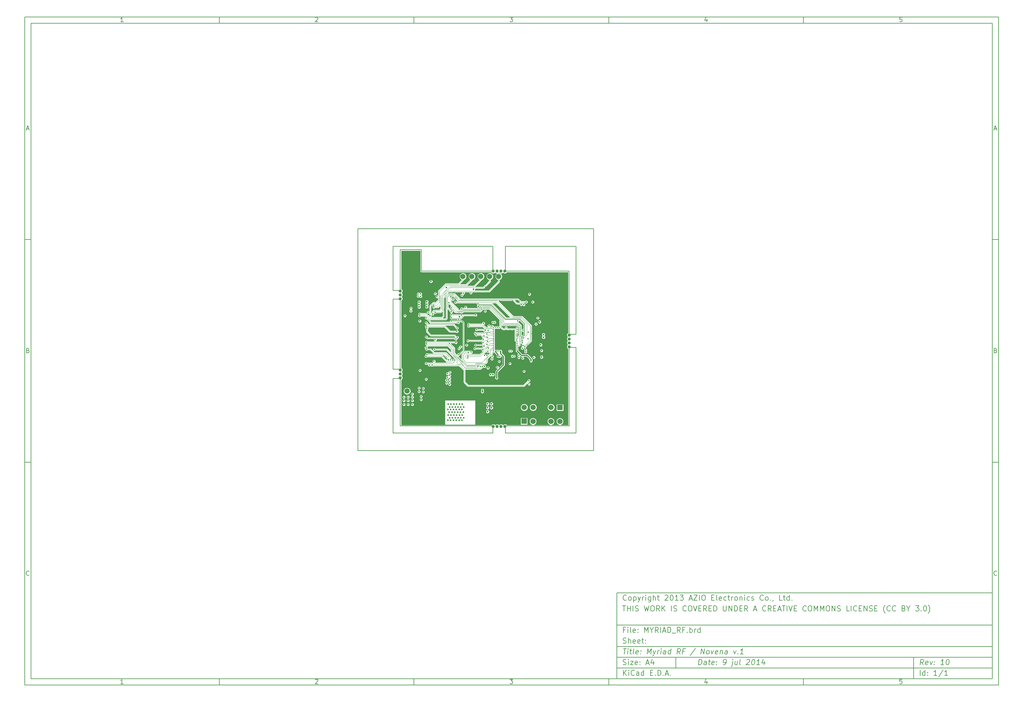
<source format=gbr>
G04 (created by PCBNEW (2013-07-07 BZR 4022)-stable) date 09/07/2014 14:33:10*
%MOIN*%
G04 Gerber Fmt 3.4, Leading zero omitted, Abs format*
%FSLAX34Y34*%
G01*
G70*
G90*
G04 APERTURE LIST*
%ADD10C,0.00590551*%
%ADD11C,0.0077*%
%ADD12C,0.0195*%
%ADD13C,0.0157*%
%ADD14C,0.0354*%
%ADD15C,0.173228*%
%ADD16R,0.0597X0.0597*%
%ADD17C,0.0597*%
%ADD18C,0.15748*%
%ADD19C,0.0590551*%
%ADD20R,0.0590551X0.0590551*%
%ADD21C,0.0432*%
%ADD22C,0.0117*%
%ADD23C,0.0196*%
%ADD24C,0.0138*%
%ADD25C,0.0039*%
%ADD26C,0.0117*%
G04 APERTURE END LIST*
G54D10*
X4000Y-4000D02*
X112930Y-4000D01*
X112930Y-78680D01*
X4000Y-78680D01*
X4000Y-4000D01*
X4700Y-4700D02*
X112230Y-4700D01*
X112230Y-77980D01*
X4700Y-77980D01*
X4700Y-4700D01*
X25780Y-4000D02*
X25780Y-4700D01*
X15032Y-4552D02*
X14747Y-4552D01*
X14890Y-4552D02*
X14890Y-4052D01*
X14842Y-4123D01*
X14794Y-4171D01*
X14747Y-4195D01*
X25780Y-78680D02*
X25780Y-77980D01*
X15032Y-78532D02*
X14747Y-78532D01*
X14890Y-78532D02*
X14890Y-78032D01*
X14842Y-78103D01*
X14794Y-78151D01*
X14747Y-78175D01*
X47560Y-4000D02*
X47560Y-4700D01*
X36527Y-4100D02*
X36550Y-4076D01*
X36598Y-4052D01*
X36717Y-4052D01*
X36765Y-4076D01*
X36789Y-4100D01*
X36812Y-4147D01*
X36812Y-4195D01*
X36789Y-4266D01*
X36503Y-4552D01*
X36812Y-4552D01*
X47560Y-78680D02*
X47560Y-77980D01*
X36527Y-78080D02*
X36550Y-78056D01*
X36598Y-78032D01*
X36717Y-78032D01*
X36765Y-78056D01*
X36789Y-78080D01*
X36812Y-78127D01*
X36812Y-78175D01*
X36789Y-78246D01*
X36503Y-78532D01*
X36812Y-78532D01*
X69340Y-4000D02*
X69340Y-4700D01*
X58283Y-4052D02*
X58592Y-4052D01*
X58426Y-4242D01*
X58497Y-4242D01*
X58545Y-4266D01*
X58569Y-4290D01*
X58592Y-4338D01*
X58592Y-4457D01*
X58569Y-4504D01*
X58545Y-4528D01*
X58497Y-4552D01*
X58354Y-4552D01*
X58307Y-4528D01*
X58283Y-4504D01*
X69340Y-78680D02*
X69340Y-77980D01*
X58283Y-78032D02*
X58592Y-78032D01*
X58426Y-78222D01*
X58497Y-78222D01*
X58545Y-78246D01*
X58569Y-78270D01*
X58592Y-78318D01*
X58592Y-78437D01*
X58569Y-78484D01*
X58545Y-78508D01*
X58497Y-78532D01*
X58354Y-78532D01*
X58307Y-78508D01*
X58283Y-78484D01*
X91120Y-4000D02*
X91120Y-4700D01*
X80325Y-4219D02*
X80325Y-4552D01*
X80206Y-4028D02*
X80087Y-4385D01*
X80396Y-4385D01*
X91120Y-78680D02*
X91120Y-77980D01*
X80325Y-78199D02*
X80325Y-78532D01*
X80206Y-78008D02*
X80087Y-78365D01*
X80396Y-78365D01*
X102129Y-4052D02*
X101890Y-4052D01*
X101867Y-4290D01*
X101890Y-4266D01*
X101938Y-4242D01*
X102057Y-4242D01*
X102105Y-4266D01*
X102129Y-4290D01*
X102152Y-4338D01*
X102152Y-4457D01*
X102129Y-4504D01*
X102105Y-4528D01*
X102057Y-4552D01*
X101938Y-4552D01*
X101890Y-4528D01*
X101867Y-4504D01*
X102129Y-78032D02*
X101890Y-78032D01*
X101867Y-78270D01*
X101890Y-78246D01*
X101938Y-78222D01*
X102057Y-78222D01*
X102105Y-78246D01*
X102129Y-78270D01*
X102152Y-78318D01*
X102152Y-78437D01*
X102129Y-78484D01*
X102105Y-78508D01*
X102057Y-78532D01*
X101938Y-78532D01*
X101890Y-78508D01*
X101867Y-78484D01*
X4000Y-28890D02*
X4700Y-28890D01*
X4230Y-16509D02*
X4469Y-16509D01*
X4183Y-16652D02*
X4350Y-16152D01*
X4516Y-16652D01*
X112930Y-28890D02*
X112230Y-28890D01*
X112460Y-16509D02*
X112699Y-16509D01*
X112413Y-16652D02*
X112580Y-16152D01*
X112746Y-16652D01*
X4000Y-53780D02*
X4700Y-53780D01*
X4385Y-41280D02*
X4457Y-41304D01*
X4480Y-41328D01*
X4504Y-41375D01*
X4504Y-41447D01*
X4480Y-41494D01*
X4457Y-41518D01*
X4409Y-41542D01*
X4219Y-41542D01*
X4219Y-41042D01*
X4385Y-41042D01*
X4433Y-41066D01*
X4457Y-41090D01*
X4480Y-41137D01*
X4480Y-41185D01*
X4457Y-41232D01*
X4433Y-41256D01*
X4385Y-41280D01*
X4219Y-41280D01*
X112930Y-53780D02*
X112230Y-53780D01*
X112615Y-41280D02*
X112687Y-41304D01*
X112710Y-41328D01*
X112734Y-41375D01*
X112734Y-41447D01*
X112710Y-41494D01*
X112687Y-41518D01*
X112639Y-41542D01*
X112449Y-41542D01*
X112449Y-41042D01*
X112615Y-41042D01*
X112663Y-41066D01*
X112687Y-41090D01*
X112710Y-41137D01*
X112710Y-41185D01*
X112687Y-41232D01*
X112663Y-41256D01*
X112615Y-41280D01*
X112449Y-41280D01*
X4504Y-66384D02*
X4480Y-66408D01*
X4409Y-66432D01*
X4361Y-66432D01*
X4290Y-66408D01*
X4242Y-66360D01*
X4219Y-66313D01*
X4195Y-66218D01*
X4195Y-66146D01*
X4219Y-66051D01*
X4242Y-66003D01*
X4290Y-65956D01*
X4361Y-65932D01*
X4409Y-65932D01*
X4480Y-65956D01*
X4504Y-65980D01*
X112734Y-66384D02*
X112710Y-66408D01*
X112639Y-66432D01*
X112591Y-66432D01*
X112520Y-66408D01*
X112472Y-66360D01*
X112449Y-66313D01*
X112425Y-66218D01*
X112425Y-66146D01*
X112449Y-66051D01*
X112472Y-66003D01*
X112520Y-65956D01*
X112591Y-65932D01*
X112639Y-65932D01*
X112710Y-65956D01*
X112734Y-65980D01*
X79380Y-76422D02*
X79455Y-75822D01*
X79597Y-75822D01*
X79680Y-75851D01*
X79730Y-75908D01*
X79751Y-75965D01*
X79765Y-76080D01*
X79755Y-76165D01*
X79712Y-76280D01*
X79676Y-76337D01*
X79612Y-76394D01*
X79522Y-76422D01*
X79380Y-76422D01*
X80237Y-76422D02*
X80276Y-76108D01*
X80255Y-76051D01*
X80201Y-76022D01*
X80087Y-76022D01*
X80026Y-76051D01*
X80240Y-76394D02*
X80180Y-76422D01*
X80037Y-76422D01*
X79983Y-76394D01*
X79962Y-76337D01*
X79969Y-76280D01*
X80005Y-76222D01*
X80065Y-76194D01*
X80208Y-76194D01*
X80269Y-76165D01*
X80487Y-76022D02*
X80715Y-76022D01*
X80597Y-75822D02*
X80533Y-76337D01*
X80555Y-76394D01*
X80608Y-76422D01*
X80665Y-76422D01*
X81097Y-76394D02*
X81037Y-76422D01*
X80922Y-76422D01*
X80869Y-76394D01*
X80847Y-76337D01*
X80876Y-76108D01*
X80912Y-76051D01*
X80972Y-76022D01*
X81087Y-76022D01*
X81140Y-76051D01*
X81162Y-76108D01*
X81155Y-76165D01*
X80862Y-76222D01*
X81387Y-76365D02*
X81412Y-76394D01*
X81380Y-76422D01*
X81355Y-76394D01*
X81387Y-76365D01*
X81380Y-76422D01*
X81426Y-76051D02*
X81451Y-76080D01*
X81419Y-76108D01*
X81394Y-76080D01*
X81426Y-76051D01*
X81419Y-76108D01*
X82151Y-76422D02*
X82265Y-76422D01*
X82326Y-76394D01*
X82358Y-76365D01*
X82426Y-76280D01*
X82469Y-76165D01*
X82497Y-75937D01*
X82476Y-75880D01*
X82451Y-75851D01*
X82397Y-75822D01*
X82283Y-75822D01*
X82222Y-75851D01*
X82190Y-75880D01*
X82155Y-75937D01*
X82137Y-76080D01*
X82158Y-76137D01*
X82183Y-76165D01*
X82237Y-76194D01*
X82351Y-76194D01*
X82412Y-76165D01*
X82444Y-76137D01*
X82480Y-76080D01*
X83201Y-76022D02*
X83137Y-76537D01*
X83101Y-76594D01*
X83040Y-76622D01*
X83012Y-76622D01*
X83226Y-75822D02*
X83194Y-75851D01*
X83219Y-75880D01*
X83251Y-75851D01*
X83226Y-75822D01*
X83219Y-75880D01*
X83744Y-76022D02*
X83694Y-76422D01*
X83487Y-76022D02*
X83447Y-76337D01*
X83469Y-76394D01*
X83522Y-76422D01*
X83608Y-76422D01*
X83669Y-76394D01*
X83701Y-76365D01*
X84065Y-76422D02*
X84012Y-76394D01*
X83990Y-76337D01*
X84055Y-75822D01*
X84790Y-75880D02*
X84822Y-75851D01*
X84883Y-75822D01*
X85026Y-75822D01*
X85080Y-75851D01*
X85105Y-75880D01*
X85126Y-75937D01*
X85119Y-75994D01*
X85080Y-76080D01*
X84694Y-76422D01*
X85065Y-76422D01*
X85512Y-75822D02*
X85569Y-75822D01*
X85622Y-75851D01*
X85647Y-75880D01*
X85669Y-75937D01*
X85683Y-76051D01*
X85665Y-76194D01*
X85622Y-76308D01*
X85587Y-76365D01*
X85555Y-76394D01*
X85494Y-76422D01*
X85437Y-76422D01*
X85383Y-76394D01*
X85358Y-76365D01*
X85337Y-76308D01*
X85322Y-76194D01*
X85340Y-76051D01*
X85383Y-75937D01*
X85419Y-75880D01*
X85451Y-75851D01*
X85512Y-75822D01*
X86208Y-76422D02*
X85865Y-76422D01*
X86037Y-76422D02*
X86112Y-75822D01*
X86044Y-75908D01*
X85980Y-75965D01*
X85919Y-75994D01*
X86772Y-76022D02*
X86722Y-76422D01*
X86658Y-75794D02*
X86462Y-76222D01*
X86833Y-76222D01*
X70972Y-77622D02*
X70972Y-77022D01*
X71315Y-77622D02*
X71058Y-77280D01*
X71315Y-77022D02*
X70972Y-77365D01*
X71572Y-77622D02*
X71572Y-77222D01*
X71572Y-77022D02*
X71544Y-77051D01*
X71572Y-77080D01*
X71601Y-77051D01*
X71572Y-77022D01*
X71572Y-77080D01*
X72201Y-77565D02*
X72172Y-77594D01*
X72087Y-77622D01*
X72030Y-77622D01*
X71944Y-77594D01*
X71887Y-77537D01*
X71858Y-77480D01*
X71830Y-77365D01*
X71830Y-77280D01*
X71858Y-77165D01*
X71887Y-77108D01*
X71944Y-77051D01*
X72030Y-77022D01*
X72087Y-77022D01*
X72172Y-77051D01*
X72201Y-77080D01*
X72715Y-77622D02*
X72715Y-77308D01*
X72687Y-77251D01*
X72630Y-77222D01*
X72515Y-77222D01*
X72458Y-77251D01*
X72715Y-77594D02*
X72658Y-77622D01*
X72515Y-77622D01*
X72458Y-77594D01*
X72430Y-77537D01*
X72430Y-77480D01*
X72458Y-77422D01*
X72515Y-77394D01*
X72658Y-77394D01*
X72715Y-77365D01*
X73258Y-77622D02*
X73258Y-77022D01*
X73258Y-77594D02*
X73201Y-77622D01*
X73087Y-77622D01*
X73030Y-77594D01*
X73001Y-77565D01*
X72972Y-77508D01*
X72972Y-77337D01*
X73001Y-77280D01*
X73030Y-77251D01*
X73087Y-77222D01*
X73201Y-77222D01*
X73258Y-77251D01*
X74001Y-77308D02*
X74201Y-77308D01*
X74287Y-77622D02*
X74001Y-77622D01*
X74001Y-77022D01*
X74287Y-77022D01*
X74544Y-77565D02*
X74572Y-77594D01*
X74544Y-77622D01*
X74515Y-77594D01*
X74544Y-77565D01*
X74544Y-77622D01*
X74829Y-77622D02*
X74829Y-77022D01*
X74972Y-77022D01*
X75058Y-77051D01*
X75115Y-77108D01*
X75144Y-77165D01*
X75172Y-77280D01*
X75172Y-77365D01*
X75144Y-77480D01*
X75115Y-77537D01*
X75058Y-77594D01*
X74972Y-77622D01*
X74829Y-77622D01*
X75429Y-77565D02*
X75458Y-77594D01*
X75429Y-77622D01*
X75401Y-77594D01*
X75429Y-77565D01*
X75429Y-77622D01*
X75687Y-77451D02*
X75972Y-77451D01*
X75629Y-77622D02*
X75829Y-77022D01*
X76029Y-77622D01*
X76229Y-77565D02*
X76258Y-77594D01*
X76229Y-77622D01*
X76201Y-77594D01*
X76229Y-77565D01*
X76229Y-77622D01*
X104522Y-76422D02*
X104358Y-76137D01*
X104180Y-76422D02*
X104255Y-75822D01*
X104483Y-75822D01*
X104537Y-75851D01*
X104562Y-75880D01*
X104583Y-75937D01*
X104572Y-76022D01*
X104537Y-76080D01*
X104505Y-76108D01*
X104444Y-76137D01*
X104215Y-76137D01*
X105012Y-76394D02*
X104951Y-76422D01*
X104837Y-76422D01*
X104783Y-76394D01*
X104762Y-76337D01*
X104790Y-76108D01*
X104826Y-76051D01*
X104887Y-76022D01*
X105001Y-76022D01*
X105055Y-76051D01*
X105076Y-76108D01*
X105069Y-76165D01*
X104776Y-76222D01*
X105287Y-76022D02*
X105380Y-76422D01*
X105572Y-76022D01*
X105758Y-76365D02*
X105783Y-76394D01*
X105751Y-76422D01*
X105726Y-76394D01*
X105758Y-76365D01*
X105751Y-76422D01*
X105797Y-76051D02*
X105822Y-76080D01*
X105790Y-76108D01*
X105765Y-76080D01*
X105797Y-76051D01*
X105790Y-76108D01*
X106808Y-76422D02*
X106465Y-76422D01*
X106637Y-76422D02*
X106712Y-75822D01*
X106644Y-75908D01*
X106580Y-75965D01*
X106519Y-75994D01*
X107255Y-75822D02*
X107312Y-75822D01*
X107365Y-75851D01*
X107390Y-75880D01*
X107412Y-75937D01*
X107426Y-76051D01*
X107408Y-76194D01*
X107365Y-76308D01*
X107330Y-76365D01*
X107297Y-76394D01*
X107237Y-76422D01*
X107180Y-76422D01*
X107126Y-76394D01*
X107101Y-76365D01*
X107080Y-76308D01*
X107065Y-76194D01*
X107083Y-76051D01*
X107126Y-75937D01*
X107162Y-75880D01*
X107194Y-75851D01*
X107255Y-75822D01*
X70944Y-76394D02*
X71030Y-76422D01*
X71172Y-76422D01*
X71230Y-76394D01*
X71258Y-76365D01*
X71287Y-76308D01*
X71287Y-76251D01*
X71258Y-76194D01*
X71230Y-76165D01*
X71172Y-76137D01*
X71058Y-76108D01*
X71001Y-76080D01*
X70972Y-76051D01*
X70944Y-75994D01*
X70944Y-75937D01*
X70972Y-75880D01*
X71001Y-75851D01*
X71058Y-75822D01*
X71201Y-75822D01*
X71287Y-75851D01*
X71544Y-76422D02*
X71544Y-76022D01*
X71544Y-75822D02*
X71515Y-75851D01*
X71544Y-75880D01*
X71572Y-75851D01*
X71544Y-75822D01*
X71544Y-75880D01*
X71772Y-76022D02*
X72087Y-76022D01*
X71772Y-76422D01*
X72087Y-76422D01*
X72544Y-76394D02*
X72487Y-76422D01*
X72372Y-76422D01*
X72315Y-76394D01*
X72287Y-76337D01*
X72287Y-76108D01*
X72315Y-76051D01*
X72372Y-76022D01*
X72487Y-76022D01*
X72544Y-76051D01*
X72572Y-76108D01*
X72572Y-76165D01*
X72287Y-76222D01*
X72830Y-76365D02*
X72858Y-76394D01*
X72830Y-76422D01*
X72801Y-76394D01*
X72830Y-76365D01*
X72830Y-76422D01*
X72830Y-76051D02*
X72858Y-76080D01*
X72830Y-76108D01*
X72801Y-76080D01*
X72830Y-76051D01*
X72830Y-76108D01*
X73544Y-76251D02*
X73830Y-76251D01*
X73487Y-76422D02*
X73687Y-75822D01*
X73887Y-76422D01*
X74344Y-76022D02*
X74344Y-76422D01*
X74201Y-75794D02*
X74058Y-76222D01*
X74430Y-76222D01*
X104172Y-77622D02*
X104172Y-77022D01*
X104715Y-77622D02*
X104715Y-77022D01*
X104715Y-77594D02*
X104658Y-77622D01*
X104544Y-77622D01*
X104487Y-77594D01*
X104458Y-77565D01*
X104430Y-77508D01*
X104430Y-77337D01*
X104458Y-77280D01*
X104487Y-77251D01*
X104544Y-77222D01*
X104658Y-77222D01*
X104715Y-77251D01*
X105001Y-77565D02*
X105030Y-77594D01*
X105001Y-77622D01*
X104972Y-77594D01*
X105001Y-77565D01*
X105001Y-77622D01*
X105001Y-77251D02*
X105030Y-77280D01*
X105001Y-77308D01*
X104972Y-77280D01*
X105001Y-77251D01*
X105001Y-77308D01*
X106058Y-77622D02*
X105715Y-77622D01*
X105887Y-77622D02*
X105887Y-77022D01*
X105829Y-77108D01*
X105772Y-77165D01*
X105715Y-77194D01*
X106744Y-76994D02*
X106230Y-77765D01*
X107258Y-77622D02*
X106915Y-77622D01*
X107087Y-77622D02*
X107087Y-77022D01*
X107029Y-77108D01*
X106972Y-77165D01*
X106915Y-77194D01*
X70969Y-74622D02*
X71312Y-74622D01*
X71065Y-75222D02*
X71140Y-74622D01*
X71437Y-75222D02*
X71487Y-74822D01*
X71512Y-74622D02*
X71480Y-74651D01*
X71505Y-74680D01*
X71537Y-74651D01*
X71512Y-74622D01*
X71505Y-74680D01*
X71687Y-74822D02*
X71915Y-74822D01*
X71797Y-74622D02*
X71733Y-75137D01*
X71755Y-75194D01*
X71808Y-75222D01*
X71865Y-75222D01*
X72151Y-75222D02*
X72097Y-75194D01*
X72076Y-75137D01*
X72140Y-74622D01*
X72612Y-75194D02*
X72551Y-75222D01*
X72437Y-75222D01*
X72383Y-75194D01*
X72362Y-75137D01*
X72390Y-74908D01*
X72426Y-74851D01*
X72487Y-74822D01*
X72601Y-74822D01*
X72655Y-74851D01*
X72676Y-74908D01*
X72669Y-74965D01*
X72376Y-75022D01*
X72901Y-75165D02*
X72926Y-75194D01*
X72894Y-75222D01*
X72869Y-75194D01*
X72901Y-75165D01*
X72894Y-75222D01*
X72940Y-74851D02*
X72965Y-74880D01*
X72933Y-74908D01*
X72908Y-74880D01*
X72940Y-74851D01*
X72933Y-74908D01*
X73637Y-75222D02*
X73712Y-74622D01*
X73858Y-75051D01*
X74112Y-74622D01*
X74037Y-75222D01*
X74315Y-74822D02*
X74408Y-75222D01*
X74601Y-74822D02*
X74408Y-75222D01*
X74333Y-75365D01*
X74301Y-75394D01*
X74240Y-75422D01*
X74780Y-75222D02*
X74830Y-74822D01*
X74815Y-74937D02*
X74851Y-74880D01*
X74883Y-74851D01*
X74944Y-74822D01*
X75001Y-74822D01*
X75151Y-75222D02*
X75201Y-74822D01*
X75226Y-74622D02*
X75194Y-74651D01*
X75219Y-74680D01*
X75251Y-74651D01*
X75226Y-74622D01*
X75219Y-74680D01*
X75694Y-75222D02*
X75733Y-74908D01*
X75712Y-74851D01*
X75658Y-74822D01*
X75544Y-74822D01*
X75483Y-74851D01*
X75697Y-75194D02*
X75637Y-75222D01*
X75494Y-75222D01*
X75440Y-75194D01*
X75419Y-75137D01*
X75426Y-75080D01*
X75462Y-75022D01*
X75522Y-74994D01*
X75665Y-74994D01*
X75726Y-74965D01*
X76237Y-75222D02*
X76312Y-74622D01*
X76240Y-75194D02*
X76180Y-75222D01*
X76065Y-75222D01*
X76012Y-75194D01*
X75987Y-75165D01*
X75965Y-75108D01*
X75987Y-74937D01*
X76022Y-74880D01*
X76055Y-74851D01*
X76115Y-74822D01*
X76230Y-74822D01*
X76283Y-74851D01*
X77322Y-75222D02*
X77158Y-74937D01*
X76980Y-75222D02*
X77055Y-74622D01*
X77283Y-74622D01*
X77337Y-74651D01*
X77362Y-74680D01*
X77383Y-74737D01*
X77372Y-74822D01*
X77337Y-74880D01*
X77305Y-74908D01*
X77244Y-74937D01*
X77015Y-74937D01*
X77819Y-74908D02*
X77619Y-74908D01*
X77580Y-75222D02*
X77655Y-74622D01*
X77940Y-74622D01*
X79058Y-74594D02*
X78447Y-75365D01*
X79637Y-75222D02*
X79712Y-74622D01*
X79980Y-75222D01*
X80055Y-74622D01*
X80351Y-75222D02*
X80297Y-75194D01*
X80272Y-75165D01*
X80251Y-75108D01*
X80272Y-74937D01*
X80308Y-74880D01*
X80340Y-74851D01*
X80401Y-74822D01*
X80487Y-74822D01*
X80540Y-74851D01*
X80565Y-74880D01*
X80587Y-74937D01*
X80565Y-75108D01*
X80530Y-75165D01*
X80497Y-75194D01*
X80437Y-75222D01*
X80351Y-75222D01*
X80801Y-74822D02*
X80894Y-75222D01*
X81087Y-74822D01*
X81497Y-75194D02*
X81437Y-75222D01*
X81322Y-75222D01*
X81269Y-75194D01*
X81247Y-75137D01*
X81276Y-74908D01*
X81312Y-74851D01*
X81372Y-74822D01*
X81487Y-74822D01*
X81540Y-74851D01*
X81562Y-74908D01*
X81555Y-74965D01*
X81262Y-75022D01*
X81830Y-74822D02*
X81780Y-75222D01*
X81822Y-74880D02*
X81855Y-74851D01*
X81915Y-74822D01*
X82001Y-74822D01*
X82055Y-74851D01*
X82076Y-74908D01*
X82037Y-75222D01*
X82580Y-75222D02*
X82619Y-74908D01*
X82597Y-74851D01*
X82544Y-74822D01*
X82430Y-74822D01*
X82369Y-74851D01*
X82583Y-75194D02*
X82522Y-75222D01*
X82380Y-75222D01*
X82326Y-75194D01*
X82305Y-75137D01*
X82312Y-75080D01*
X82347Y-75022D01*
X82408Y-74994D01*
X82551Y-74994D01*
X82612Y-74965D01*
X83315Y-74822D02*
X83408Y-75222D01*
X83601Y-74822D01*
X83787Y-75165D02*
X83812Y-75194D01*
X83780Y-75222D01*
X83755Y-75194D01*
X83787Y-75165D01*
X83780Y-75222D01*
X84380Y-75222D02*
X84037Y-75222D01*
X84208Y-75222D02*
X84283Y-74622D01*
X84215Y-74708D01*
X84151Y-74765D01*
X84090Y-74794D01*
X71172Y-72508D02*
X70972Y-72508D01*
X70972Y-72822D02*
X70972Y-72222D01*
X71258Y-72222D01*
X71487Y-72822D02*
X71487Y-72422D01*
X71487Y-72222D02*
X71458Y-72251D01*
X71487Y-72280D01*
X71515Y-72251D01*
X71487Y-72222D01*
X71487Y-72280D01*
X71858Y-72822D02*
X71801Y-72794D01*
X71772Y-72737D01*
X71772Y-72222D01*
X72315Y-72794D02*
X72258Y-72822D01*
X72144Y-72822D01*
X72087Y-72794D01*
X72058Y-72737D01*
X72058Y-72508D01*
X72087Y-72451D01*
X72144Y-72422D01*
X72258Y-72422D01*
X72315Y-72451D01*
X72344Y-72508D01*
X72344Y-72565D01*
X72058Y-72622D01*
X72601Y-72765D02*
X72630Y-72794D01*
X72601Y-72822D01*
X72572Y-72794D01*
X72601Y-72765D01*
X72601Y-72822D01*
X72601Y-72451D02*
X72630Y-72480D01*
X72601Y-72508D01*
X72572Y-72480D01*
X72601Y-72451D01*
X72601Y-72508D01*
X73344Y-72822D02*
X73344Y-72222D01*
X73544Y-72651D01*
X73744Y-72222D01*
X73744Y-72822D01*
X74144Y-72537D02*
X74144Y-72822D01*
X73944Y-72222D02*
X74144Y-72537D01*
X74344Y-72222D01*
X74887Y-72822D02*
X74687Y-72537D01*
X74544Y-72822D02*
X74544Y-72222D01*
X74772Y-72222D01*
X74830Y-72251D01*
X74858Y-72280D01*
X74887Y-72337D01*
X74887Y-72422D01*
X74858Y-72480D01*
X74830Y-72508D01*
X74772Y-72537D01*
X74544Y-72537D01*
X75144Y-72822D02*
X75144Y-72222D01*
X75401Y-72651D02*
X75687Y-72651D01*
X75344Y-72822D02*
X75544Y-72222D01*
X75744Y-72822D01*
X75944Y-72822D02*
X75944Y-72222D01*
X76087Y-72222D01*
X76172Y-72251D01*
X76230Y-72308D01*
X76258Y-72365D01*
X76287Y-72480D01*
X76287Y-72565D01*
X76258Y-72680D01*
X76230Y-72737D01*
X76172Y-72794D01*
X76087Y-72822D01*
X75944Y-72822D01*
X76401Y-72880D02*
X76858Y-72880D01*
X77344Y-72822D02*
X77144Y-72537D01*
X77001Y-72822D02*
X77001Y-72222D01*
X77230Y-72222D01*
X77287Y-72251D01*
X77315Y-72280D01*
X77344Y-72337D01*
X77344Y-72422D01*
X77315Y-72480D01*
X77287Y-72508D01*
X77230Y-72537D01*
X77001Y-72537D01*
X77801Y-72508D02*
X77601Y-72508D01*
X77601Y-72822D02*
X77601Y-72222D01*
X77887Y-72222D01*
X78115Y-72765D02*
X78144Y-72794D01*
X78115Y-72822D01*
X78087Y-72794D01*
X78115Y-72765D01*
X78115Y-72822D01*
X78401Y-72822D02*
X78401Y-72222D01*
X78401Y-72451D02*
X78458Y-72422D01*
X78572Y-72422D01*
X78630Y-72451D01*
X78658Y-72480D01*
X78687Y-72537D01*
X78687Y-72708D01*
X78658Y-72765D01*
X78630Y-72794D01*
X78572Y-72822D01*
X78458Y-72822D01*
X78401Y-72794D01*
X78944Y-72822D02*
X78944Y-72422D01*
X78944Y-72537D02*
X78972Y-72480D01*
X79001Y-72451D01*
X79058Y-72422D01*
X79115Y-72422D01*
X79572Y-72822D02*
X79572Y-72222D01*
X79572Y-72794D02*
X79515Y-72822D01*
X79401Y-72822D01*
X79344Y-72794D01*
X79315Y-72765D01*
X79287Y-72708D01*
X79287Y-72537D01*
X79315Y-72480D01*
X79344Y-72451D01*
X79401Y-72422D01*
X79515Y-72422D01*
X79572Y-72451D01*
X70944Y-73994D02*
X71030Y-74022D01*
X71172Y-74022D01*
X71230Y-73994D01*
X71258Y-73965D01*
X71287Y-73908D01*
X71287Y-73851D01*
X71258Y-73794D01*
X71230Y-73765D01*
X71172Y-73737D01*
X71058Y-73708D01*
X71001Y-73680D01*
X70972Y-73651D01*
X70944Y-73594D01*
X70944Y-73537D01*
X70972Y-73480D01*
X71001Y-73451D01*
X71058Y-73422D01*
X71201Y-73422D01*
X71287Y-73451D01*
X71544Y-74022D02*
X71544Y-73422D01*
X71801Y-74022D02*
X71801Y-73708D01*
X71772Y-73651D01*
X71715Y-73622D01*
X71630Y-73622D01*
X71572Y-73651D01*
X71544Y-73680D01*
X72315Y-73994D02*
X72258Y-74022D01*
X72144Y-74022D01*
X72087Y-73994D01*
X72058Y-73937D01*
X72058Y-73708D01*
X72087Y-73651D01*
X72144Y-73622D01*
X72258Y-73622D01*
X72315Y-73651D01*
X72344Y-73708D01*
X72344Y-73765D01*
X72058Y-73822D01*
X72830Y-73994D02*
X72772Y-74022D01*
X72658Y-74022D01*
X72601Y-73994D01*
X72572Y-73937D01*
X72572Y-73708D01*
X72601Y-73651D01*
X72658Y-73622D01*
X72772Y-73622D01*
X72830Y-73651D01*
X72858Y-73708D01*
X72858Y-73765D01*
X72572Y-73822D01*
X73030Y-73622D02*
X73258Y-73622D01*
X73115Y-73422D02*
X73115Y-73937D01*
X73144Y-73994D01*
X73201Y-74022D01*
X73258Y-74022D01*
X73458Y-73965D02*
X73487Y-73994D01*
X73458Y-74022D01*
X73430Y-73994D01*
X73458Y-73965D01*
X73458Y-74022D01*
X73458Y-73651D02*
X73487Y-73680D01*
X73458Y-73708D01*
X73430Y-73680D01*
X73458Y-73651D01*
X73458Y-73708D01*
X70887Y-69822D02*
X71230Y-69822D01*
X71058Y-70422D02*
X71058Y-69822D01*
X71430Y-70422D02*
X71430Y-69822D01*
X71430Y-70108D02*
X71772Y-70108D01*
X71772Y-70422D02*
X71772Y-69822D01*
X72058Y-70422D02*
X72058Y-69822D01*
X72315Y-70394D02*
X72401Y-70422D01*
X72544Y-70422D01*
X72601Y-70394D01*
X72629Y-70365D01*
X72658Y-70308D01*
X72658Y-70251D01*
X72629Y-70194D01*
X72601Y-70165D01*
X72544Y-70137D01*
X72429Y-70108D01*
X72372Y-70080D01*
X72344Y-70051D01*
X72315Y-69994D01*
X72315Y-69937D01*
X72344Y-69880D01*
X72372Y-69851D01*
X72429Y-69822D01*
X72572Y-69822D01*
X72658Y-69851D01*
X73315Y-69822D02*
X73458Y-70422D01*
X73572Y-69994D01*
X73687Y-70422D01*
X73830Y-69822D01*
X74172Y-69822D02*
X74287Y-69822D01*
X74344Y-69851D01*
X74401Y-69908D01*
X74430Y-70022D01*
X74430Y-70222D01*
X74401Y-70337D01*
X74344Y-70394D01*
X74287Y-70422D01*
X74172Y-70422D01*
X74115Y-70394D01*
X74058Y-70337D01*
X74030Y-70222D01*
X74030Y-70022D01*
X74058Y-69908D01*
X74115Y-69851D01*
X74172Y-69822D01*
X75029Y-70422D02*
X74829Y-70137D01*
X74687Y-70422D02*
X74687Y-69822D01*
X74915Y-69822D01*
X74972Y-69851D01*
X75001Y-69880D01*
X75029Y-69937D01*
X75029Y-70022D01*
X75001Y-70080D01*
X74972Y-70108D01*
X74915Y-70137D01*
X74687Y-70137D01*
X75287Y-70422D02*
X75287Y-69822D01*
X75629Y-70422D02*
X75372Y-70080D01*
X75629Y-69822D02*
X75287Y-70165D01*
X76344Y-70422D02*
X76344Y-69822D01*
X76601Y-70394D02*
X76687Y-70422D01*
X76829Y-70422D01*
X76887Y-70394D01*
X76915Y-70365D01*
X76944Y-70308D01*
X76944Y-70251D01*
X76915Y-70194D01*
X76887Y-70165D01*
X76829Y-70137D01*
X76715Y-70108D01*
X76658Y-70080D01*
X76629Y-70051D01*
X76601Y-69994D01*
X76601Y-69937D01*
X76629Y-69880D01*
X76658Y-69851D01*
X76715Y-69822D01*
X76858Y-69822D01*
X76944Y-69851D01*
X78001Y-70365D02*
X77972Y-70394D01*
X77887Y-70422D01*
X77830Y-70422D01*
X77744Y-70394D01*
X77687Y-70337D01*
X77658Y-70280D01*
X77630Y-70165D01*
X77630Y-70080D01*
X77658Y-69965D01*
X77687Y-69908D01*
X77744Y-69851D01*
X77830Y-69822D01*
X77887Y-69822D01*
X77972Y-69851D01*
X78001Y-69880D01*
X78372Y-69822D02*
X78487Y-69822D01*
X78544Y-69851D01*
X78601Y-69908D01*
X78630Y-70022D01*
X78630Y-70222D01*
X78601Y-70337D01*
X78544Y-70394D01*
X78487Y-70422D01*
X78372Y-70422D01*
X78315Y-70394D01*
X78258Y-70337D01*
X78230Y-70222D01*
X78230Y-70022D01*
X78258Y-69908D01*
X78315Y-69851D01*
X78372Y-69822D01*
X78801Y-69822D02*
X79001Y-70422D01*
X79201Y-69822D01*
X79401Y-70108D02*
X79601Y-70108D01*
X79687Y-70422D02*
X79401Y-70422D01*
X79401Y-69822D01*
X79687Y-69822D01*
X80287Y-70422D02*
X80087Y-70137D01*
X79944Y-70422D02*
X79944Y-69822D01*
X80172Y-69822D01*
X80229Y-69851D01*
X80258Y-69880D01*
X80287Y-69937D01*
X80287Y-70022D01*
X80258Y-70080D01*
X80229Y-70108D01*
X80172Y-70137D01*
X79944Y-70137D01*
X80544Y-70108D02*
X80744Y-70108D01*
X80829Y-70422D02*
X80544Y-70422D01*
X80544Y-69822D01*
X80829Y-69822D01*
X81087Y-70422D02*
X81087Y-69822D01*
X81229Y-69822D01*
X81315Y-69851D01*
X81372Y-69908D01*
X81401Y-69965D01*
X81429Y-70080D01*
X81429Y-70165D01*
X81401Y-70280D01*
X81372Y-70337D01*
X81315Y-70394D01*
X81229Y-70422D01*
X81087Y-70422D01*
X82144Y-69822D02*
X82144Y-70308D01*
X82172Y-70365D01*
X82201Y-70394D01*
X82258Y-70422D01*
X82372Y-70422D01*
X82429Y-70394D01*
X82458Y-70365D01*
X82487Y-70308D01*
X82487Y-69822D01*
X82772Y-70422D02*
X82772Y-69822D01*
X83115Y-70422D01*
X83115Y-69822D01*
X83401Y-70422D02*
X83401Y-69822D01*
X83544Y-69822D01*
X83629Y-69851D01*
X83687Y-69908D01*
X83715Y-69965D01*
X83744Y-70080D01*
X83744Y-70165D01*
X83715Y-70280D01*
X83687Y-70337D01*
X83629Y-70394D01*
X83544Y-70422D01*
X83401Y-70422D01*
X84001Y-70108D02*
X84201Y-70108D01*
X84287Y-70422D02*
X84001Y-70422D01*
X84001Y-69822D01*
X84287Y-69822D01*
X84887Y-70422D02*
X84687Y-70137D01*
X84544Y-70422D02*
X84544Y-69822D01*
X84772Y-69822D01*
X84829Y-69851D01*
X84858Y-69880D01*
X84887Y-69937D01*
X84887Y-70022D01*
X84858Y-70080D01*
X84829Y-70108D01*
X84772Y-70137D01*
X84544Y-70137D01*
X85572Y-70251D02*
X85858Y-70251D01*
X85515Y-70422D02*
X85715Y-69822D01*
X85915Y-70422D01*
X86915Y-70365D02*
X86887Y-70394D01*
X86801Y-70422D01*
X86744Y-70422D01*
X86658Y-70394D01*
X86601Y-70337D01*
X86572Y-70280D01*
X86544Y-70165D01*
X86544Y-70080D01*
X86572Y-69965D01*
X86601Y-69908D01*
X86658Y-69851D01*
X86744Y-69822D01*
X86801Y-69822D01*
X86887Y-69851D01*
X86915Y-69880D01*
X87515Y-70422D02*
X87315Y-70137D01*
X87172Y-70422D02*
X87172Y-69822D01*
X87401Y-69822D01*
X87458Y-69851D01*
X87487Y-69880D01*
X87515Y-69937D01*
X87515Y-70022D01*
X87487Y-70080D01*
X87458Y-70108D01*
X87401Y-70137D01*
X87172Y-70137D01*
X87772Y-70108D02*
X87972Y-70108D01*
X88058Y-70422D02*
X87772Y-70422D01*
X87772Y-69822D01*
X88058Y-69822D01*
X88287Y-70251D02*
X88572Y-70251D01*
X88229Y-70422D02*
X88429Y-69822D01*
X88629Y-70422D01*
X88744Y-69822D02*
X89087Y-69822D01*
X88915Y-70422D02*
X88915Y-69822D01*
X89287Y-70422D02*
X89287Y-69822D01*
X89487Y-69822D02*
X89687Y-70422D01*
X89887Y-69822D01*
X90087Y-70108D02*
X90287Y-70108D01*
X90372Y-70422D02*
X90087Y-70422D01*
X90087Y-69822D01*
X90372Y-69822D01*
X91429Y-70365D02*
X91401Y-70394D01*
X91315Y-70422D01*
X91258Y-70422D01*
X91172Y-70394D01*
X91115Y-70337D01*
X91087Y-70280D01*
X91058Y-70165D01*
X91058Y-70080D01*
X91087Y-69965D01*
X91115Y-69908D01*
X91172Y-69851D01*
X91258Y-69822D01*
X91315Y-69822D01*
X91401Y-69851D01*
X91429Y-69880D01*
X91801Y-69822D02*
X91915Y-69822D01*
X91972Y-69851D01*
X92029Y-69908D01*
X92058Y-70022D01*
X92058Y-70222D01*
X92029Y-70337D01*
X91972Y-70394D01*
X91915Y-70422D01*
X91801Y-70422D01*
X91744Y-70394D01*
X91687Y-70337D01*
X91658Y-70222D01*
X91658Y-70022D01*
X91687Y-69908D01*
X91744Y-69851D01*
X91801Y-69822D01*
X92315Y-70422D02*
X92315Y-69822D01*
X92515Y-70251D01*
X92715Y-69822D01*
X92715Y-70422D01*
X93001Y-70422D02*
X93001Y-69822D01*
X93201Y-70251D01*
X93401Y-69822D01*
X93401Y-70422D01*
X93801Y-69822D02*
X93915Y-69822D01*
X93972Y-69851D01*
X94029Y-69908D01*
X94058Y-70022D01*
X94058Y-70222D01*
X94029Y-70337D01*
X93972Y-70394D01*
X93915Y-70422D01*
X93801Y-70422D01*
X93744Y-70394D01*
X93687Y-70337D01*
X93658Y-70222D01*
X93658Y-70022D01*
X93687Y-69908D01*
X93744Y-69851D01*
X93801Y-69822D01*
X94315Y-70422D02*
X94315Y-69822D01*
X94658Y-70422D01*
X94658Y-69822D01*
X94915Y-70394D02*
X95001Y-70422D01*
X95144Y-70422D01*
X95201Y-70394D01*
X95229Y-70365D01*
X95258Y-70308D01*
X95258Y-70251D01*
X95229Y-70194D01*
X95201Y-70165D01*
X95144Y-70137D01*
X95029Y-70108D01*
X94972Y-70080D01*
X94944Y-70051D01*
X94915Y-69994D01*
X94915Y-69937D01*
X94944Y-69880D01*
X94972Y-69851D01*
X95029Y-69822D01*
X95172Y-69822D01*
X95258Y-69851D01*
X96258Y-70422D02*
X95972Y-70422D01*
X95972Y-69822D01*
X96458Y-70422D02*
X96458Y-69822D01*
X97087Y-70365D02*
X97058Y-70394D01*
X96972Y-70422D01*
X96915Y-70422D01*
X96829Y-70394D01*
X96772Y-70337D01*
X96744Y-70280D01*
X96715Y-70165D01*
X96715Y-70080D01*
X96744Y-69965D01*
X96772Y-69908D01*
X96829Y-69851D01*
X96915Y-69822D01*
X96972Y-69822D01*
X97058Y-69851D01*
X97087Y-69880D01*
X97344Y-70108D02*
X97544Y-70108D01*
X97629Y-70422D02*
X97344Y-70422D01*
X97344Y-69822D01*
X97629Y-69822D01*
X97887Y-70422D02*
X97887Y-69822D01*
X98229Y-70422D01*
X98229Y-69822D01*
X98487Y-70394D02*
X98572Y-70422D01*
X98715Y-70422D01*
X98772Y-70394D01*
X98801Y-70365D01*
X98829Y-70308D01*
X98829Y-70251D01*
X98801Y-70194D01*
X98772Y-70165D01*
X98715Y-70137D01*
X98601Y-70108D01*
X98544Y-70080D01*
X98515Y-70051D01*
X98487Y-69994D01*
X98487Y-69937D01*
X98515Y-69880D01*
X98544Y-69851D01*
X98601Y-69822D01*
X98744Y-69822D01*
X98829Y-69851D01*
X99087Y-70108D02*
X99287Y-70108D01*
X99372Y-70422D02*
X99087Y-70422D01*
X99087Y-69822D01*
X99372Y-69822D01*
X100258Y-70651D02*
X100229Y-70622D01*
X100172Y-70537D01*
X100144Y-70480D01*
X100115Y-70394D01*
X100087Y-70251D01*
X100087Y-70137D01*
X100115Y-69994D01*
X100144Y-69908D01*
X100172Y-69851D01*
X100229Y-69765D01*
X100258Y-69737D01*
X100829Y-70365D02*
X100801Y-70394D01*
X100715Y-70422D01*
X100658Y-70422D01*
X100572Y-70394D01*
X100515Y-70337D01*
X100487Y-70280D01*
X100458Y-70165D01*
X100458Y-70080D01*
X100487Y-69965D01*
X100515Y-69908D01*
X100572Y-69851D01*
X100658Y-69822D01*
X100715Y-69822D01*
X100801Y-69851D01*
X100829Y-69880D01*
X101429Y-70365D02*
X101401Y-70394D01*
X101315Y-70422D01*
X101258Y-70422D01*
X101172Y-70394D01*
X101115Y-70337D01*
X101087Y-70280D01*
X101058Y-70165D01*
X101058Y-70080D01*
X101087Y-69965D01*
X101115Y-69908D01*
X101172Y-69851D01*
X101258Y-69822D01*
X101315Y-69822D01*
X101401Y-69851D01*
X101429Y-69880D01*
X102344Y-70108D02*
X102429Y-70137D01*
X102458Y-70165D01*
X102487Y-70222D01*
X102487Y-70308D01*
X102458Y-70365D01*
X102429Y-70394D01*
X102372Y-70422D01*
X102144Y-70422D01*
X102144Y-69822D01*
X102344Y-69822D01*
X102401Y-69851D01*
X102429Y-69880D01*
X102458Y-69937D01*
X102458Y-69994D01*
X102429Y-70051D01*
X102401Y-70080D01*
X102344Y-70108D01*
X102144Y-70108D01*
X102858Y-70137D02*
X102858Y-70422D01*
X102658Y-69822D02*
X102858Y-70137D01*
X103058Y-69822D01*
X103658Y-69822D02*
X104029Y-69822D01*
X103829Y-70051D01*
X103915Y-70051D01*
X103972Y-70080D01*
X104001Y-70108D01*
X104029Y-70165D01*
X104029Y-70308D01*
X104001Y-70365D01*
X103972Y-70394D01*
X103915Y-70422D01*
X103744Y-70422D01*
X103687Y-70394D01*
X103658Y-70365D01*
X104287Y-70365D02*
X104315Y-70394D01*
X104287Y-70422D01*
X104258Y-70394D01*
X104287Y-70365D01*
X104287Y-70422D01*
X104687Y-69822D02*
X104744Y-69822D01*
X104801Y-69851D01*
X104829Y-69880D01*
X104858Y-69937D01*
X104887Y-70051D01*
X104887Y-70194D01*
X104858Y-70308D01*
X104829Y-70365D01*
X104801Y-70394D01*
X104744Y-70422D01*
X104687Y-70422D01*
X104629Y-70394D01*
X104601Y-70365D01*
X104572Y-70308D01*
X104544Y-70194D01*
X104544Y-70051D01*
X104572Y-69937D01*
X104601Y-69880D01*
X104629Y-69851D01*
X104687Y-69822D01*
X105087Y-70651D02*
X105115Y-70622D01*
X105172Y-70537D01*
X105201Y-70480D01*
X105229Y-70394D01*
X105258Y-70251D01*
X105258Y-70137D01*
X105229Y-69994D01*
X105201Y-69908D01*
X105172Y-69851D01*
X105115Y-69765D01*
X105087Y-69737D01*
X71315Y-69165D02*
X71287Y-69194D01*
X71201Y-69222D01*
X71144Y-69222D01*
X71058Y-69194D01*
X71001Y-69137D01*
X70972Y-69080D01*
X70944Y-68965D01*
X70944Y-68880D01*
X70972Y-68765D01*
X71001Y-68708D01*
X71058Y-68651D01*
X71144Y-68622D01*
X71201Y-68622D01*
X71287Y-68651D01*
X71315Y-68680D01*
X71658Y-69222D02*
X71601Y-69194D01*
X71572Y-69165D01*
X71544Y-69108D01*
X71544Y-68937D01*
X71572Y-68880D01*
X71601Y-68851D01*
X71658Y-68822D01*
X71744Y-68822D01*
X71801Y-68851D01*
X71830Y-68880D01*
X71858Y-68937D01*
X71858Y-69108D01*
X71830Y-69165D01*
X71801Y-69194D01*
X71744Y-69222D01*
X71658Y-69222D01*
X72115Y-68822D02*
X72115Y-69422D01*
X72115Y-68851D02*
X72172Y-68822D01*
X72287Y-68822D01*
X72344Y-68851D01*
X72372Y-68880D01*
X72401Y-68937D01*
X72401Y-69108D01*
X72372Y-69165D01*
X72344Y-69194D01*
X72287Y-69222D01*
X72172Y-69222D01*
X72115Y-69194D01*
X72601Y-68822D02*
X72744Y-69222D01*
X72887Y-68822D02*
X72744Y-69222D01*
X72687Y-69365D01*
X72658Y-69394D01*
X72601Y-69422D01*
X73115Y-69222D02*
X73115Y-68822D01*
X73115Y-68937D02*
X73144Y-68880D01*
X73172Y-68851D01*
X73230Y-68822D01*
X73287Y-68822D01*
X73487Y-69222D02*
X73487Y-68822D01*
X73487Y-68622D02*
X73458Y-68651D01*
X73487Y-68680D01*
X73515Y-68651D01*
X73487Y-68622D01*
X73487Y-68680D01*
X74030Y-68822D02*
X74030Y-69308D01*
X74001Y-69365D01*
X73972Y-69394D01*
X73915Y-69422D01*
X73830Y-69422D01*
X73772Y-69394D01*
X74030Y-69194D02*
X73972Y-69222D01*
X73858Y-69222D01*
X73801Y-69194D01*
X73772Y-69165D01*
X73744Y-69108D01*
X73744Y-68937D01*
X73772Y-68880D01*
X73801Y-68851D01*
X73858Y-68822D01*
X73972Y-68822D01*
X74030Y-68851D01*
X74315Y-69222D02*
X74315Y-68622D01*
X74572Y-69222D02*
X74572Y-68908D01*
X74544Y-68851D01*
X74487Y-68822D01*
X74401Y-68822D01*
X74344Y-68851D01*
X74315Y-68880D01*
X74772Y-68822D02*
X75001Y-68822D01*
X74858Y-68622D02*
X74858Y-69137D01*
X74887Y-69194D01*
X74944Y-69222D01*
X75001Y-69222D01*
X75630Y-68680D02*
X75658Y-68651D01*
X75715Y-68622D01*
X75858Y-68622D01*
X75915Y-68651D01*
X75944Y-68680D01*
X75972Y-68737D01*
X75972Y-68794D01*
X75944Y-68880D01*
X75601Y-69222D01*
X75972Y-69222D01*
X76344Y-68622D02*
X76401Y-68622D01*
X76458Y-68651D01*
X76487Y-68680D01*
X76515Y-68737D01*
X76544Y-68851D01*
X76544Y-68994D01*
X76515Y-69108D01*
X76487Y-69165D01*
X76458Y-69194D01*
X76401Y-69222D01*
X76344Y-69222D01*
X76287Y-69194D01*
X76258Y-69165D01*
X76230Y-69108D01*
X76201Y-68994D01*
X76201Y-68851D01*
X76230Y-68737D01*
X76258Y-68680D01*
X76287Y-68651D01*
X76344Y-68622D01*
X77115Y-69222D02*
X76772Y-69222D01*
X76944Y-69222D02*
X76944Y-68622D01*
X76887Y-68708D01*
X76830Y-68765D01*
X76772Y-68794D01*
X77315Y-68622D02*
X77687Y-68622D01*
X77487Y-68851D01*
X77572Y-68851D01*
X77630Y-68880D01*
X77658Y-68908D01*
X77687Y-68965D01*
X77687Y-69108D01*
X77658Y-69165D01*
X77630Y-69194D01*
X77572Y-69222D01*
X77401Y-69222D01*
X77344Y-69194D01*
X77315Y-69165D01*
X78372Y-69051D02*
X78658Y-69051D01*
X78315Y-69222D02*
X78515Y-68622D01*
X78715Y-69222D01*
X78858Y-68622D02*
X79258Y-68622D01*
X78858Y-69222D01*
X79258Y-69222D01*
X79487Y-69222D02*
X79487Y-68622D01*
X79887Y-68622D02*
X80001Y-68622D01*
X80058Y-68651D01*
X80115Y-68708D01*
X80144Y-68822D01*
X80144Y-69022D01*
X80115Y-69137D01*
X80058Y-69194D01*
X80001Y-69222D01*
X79887Y-69222D01*
X79830Y-69194D01*
X79772Y-69137D01*
X79744Y-69022D01*
X79744Y-68822D01*
X79772Y-68708D01*
X79830Y-68651D01*
X79887Y-68622D01*
X80858Y-68908D02*
X81058Y-68908D01*
X81144Y-69222D02*
X80858Y-69222D01*
X80858Y-68622D01*
X81144Y-68622D01*
X81487Y-69222D02*
X81430Y-69194D01*
X81401Y-69137D01*
X81401Y-68622D01*
X81944Y-69194D02*
X81887Y-69222D01*
X81772Y-69222D01*
X81715Y-69194D01*
X81687Y-69137D01*
X81687Y-68908D01*
X81715Y-68851D01*
X81772Y-68822D01*
X81887Y-68822D01*
X81944Y-68851D01*
X81972Y-68908D01*
X81972Y-68965D01*
X81687Y-69022D01*
X82487Y-69194D02*
X82430Y-69222D01*
X82315Y-69222D01*
X82258Y-69194D01*
X82230Y-69165D01*
X82201Y-69108D01*
X82201Y-68937D01*
X82230Y-68880D01*
X82258Y-68851D01*
X82315Y-68822D01*
X82430Y-68822D01*
X82487Y-68851D01*
X82658Y-68822D02*
X82887Y-68822D01*
X82744Y-68622D02*
X82744Y-69137D01*
X82772Y-69194D01*
X82830Y-69222D01*
X82887Y-69222D01*
X83087Y-69222D02*
X83087Y-68822D01*
X83087Y-68937D02*
X83115Y-68880D01*
X83144Y-68851D01*
X83201Y-68822D01*
X83258Y-68822D01*
X83544Y-69222D02*
X83487Y-69194D01*
X83458Y-69165D01*
X83430Y-69108D01*
X83430Y-68937D01*
X83458Y-68880D01*
X83487Y-68851D01*
X83544Y-68822D01*
X83630Y-68822D01*
X83687Y-68851D01*
X83715Y-68880D01*
X83744Y-68937D01*
X83744Y-69108D01*
X83715Y-69165D01*
X83687Y-69194D01*
X83630Y-69222D01*
X83544Y-69222D01*
X84001Y-68822D02*
X84001Y-69222D01*
X84001Y-68880D02*
X84030Y-68851D01*
X84087Y-68822D01*
X84172Y-68822D01*
X84230Y-68851D01*
X84258Y-68908D01*
X84258Y-69222D01*
X84544Y-69222D02*
X84544Y-68822D01*
X84544Y-68622D02*
X84515Y-68651D01*
X84544Y-68680D01*
X84572Y-68651D01*
X84544Y-68622D01*
X84544Y-68680D01*
X85087Y-69194D02*
X85030Y-69222D01*
X84915Y-69222D01*
X84858Y-69194D01*
X84830Y-69165D01*
X84801Y-69108D01*
X84801Y-68937D01*
X84830Y-68880D01*
X84858Y-68851D01*
X84915Y-68822D01*
X85030Y-68822D01*
X85087Y-68851D01*
X85315Y-69194D02*
X85372Y-69222D01*
X85487Y-69222D01*
X85544Y-69194D01*
X85572Y-69137D01*
X85572Y-69108D01*
X85544Y-69051D01*
X85487Y-69022D01*
X85401Y-69022D01*
X85344Y-68994D01*
X85315Y-68937D01*
X85315Y-68908D01*
X85344Y-68851D01*
X85401Y-68822D01*
X85487Y-68822D01*
X85544Y-68851D01*
X86630Y-69165D02*
X86601Y-69194D01*
X86515Y-69222D01*
X86458Y-69222D01*
X86372Y-69194D01*
X86315Y-69137D01*
X86287Y-69080D01*
X86258Y-68965D01*
X86258Y-68880D01*
X86287Y-68765D01*
X86315Y-68708D01*
X86372Y-68651D01*
X86458Y-68622D01*
X86515Y-68622D01*
X86601Y-68651D01*
X86630Y-68680D01*
X86972Y-69222D02*
X86915Y-69194D01*
X86887Y-69165D01*
X86858Y-69108D01*
X86858Y-68937D01*
X86887Y-68880D01*
X86915Y-68851D01*
X86972Y-68822D01*
X87058Y-68822D01*
X87115Y-68851D01*
X87144Y-68880D01*
X87172Y-68937D01*
X87172Y-69108D01*
X87144Y-69165D01*
X87115Y-69194D01*
X87058Y-69222D01*
X86972Y-69222D01*
X87430Y-69165D02*
X87458Y-69194D01*
X87430Y-69222D01*
X87401Y-69194D01*
X87430Y-69165D01*
X87430Y-69222D01*
X87744Y-69194D02*
X87744Y-69222D01*
X87715Y-69280D01*
X87687Y-69308D01*
X88744Y-69222D02*
X88458Y-69222D01*
X88458Y-68622D01*
X88858Y-68822D02*
X89087Y-68822D01*
X88944Y-68622D02*
X88944Y-69137D01*
X88972Y-69194D01*
X89030Y-69222D01*
X89087Y-69222D01*
X89544Y-69222D02*
X89544Y-68622D01*
X89544Y-69194D02*
X89487Y-69222D01*
X89372Y-69222D01*
X89315Y-69194D01*
X89287Y-69165D01*
X89258Y-69108D01*
X89258Y-68937D01*
X89287Y-68880D01*
X89315Y-68851D01*
X89372Y-68822D01*
X89487Y-68822D01*
X89544Y-68851D01*
X89830Y-69165D02*
X89858Y-69194D01*
X89830Y-69222D01*
X89801Y-69194D01*
X89830Y-69165D01*
X89830Y-69222D01*
X70230Y-68380D02*
X70230Y-77980D01*
X70230Y-71980D02*
X112230Y-71980D01*
X70230Y-68380D02*
X112230Y-68380D01*
X70230Y-74380D02*
X112230Y-74380D01*
X103430Y-75580D02*
X103430Y-77980D01*
X70230Y-76780D02*
X112230Y-76780D01*
X70230Y-75580D02*
X112230Y-75580D01*
X76830Y-75580D02*
X76830Y-76780D01*
G54D11*
X46007Y-30019D02*
X48370Y-30019D01*
X48370Y-30019D02*
X48370Y-32401D01*
X48370Y-32401D02*
X56384Y-32401D01*
X46007Y-30019D02*
X46007Y-34570D01*
X41283Y-52483D02*
X41283Y-27680D01*
X67661Y-52483D02*
X41283Y-52483D01*
X67661Y-27680D02*
X67661Y-52483D01*
X41283Y-27680D02*
X67661Y-27680D01*
X64905Y-32401D02*
X64905Y-39492D01*
X57764Y-32401D02*
X64905Y-32401D01*
X57764Y-32401D02*
X57764Y-29648D01*
X65692Y-29650D02*
X57764Y-29650D01*
X65692Y-39492D02*
X65692Y-29650D01*
X64905Y-39492D02*
X65692Y-39492D01*
X57764Y-50515D02*
X57764Y-49728D01*
X65692Y-50515D02*
X57764Y-50515D01*
X65692Y-40948D02*
X65692Y-50515D01*
X64905Y-40948D02*
X65692Y-40948D01*
X64905Y-49728D02*
X64905Y-40948D01*
X57764Y-49728D02*
X64905Y-49728D01*
X45220Y-50515D02*
X45220Y-44413D01*
X56386Y-50515D02*
X45220Y-50515D01*
X56386Y-49728D02*
X56386Y-50515D01*
X46007Y-49728D02*
X56386Y-49728D01*
X46007Y-44413D02*
X46007Y-49728D01*
X46007Y-44413D02*
X45220Y-44413D01*
X45220Y-43390D02*
X45220Y-35555D01*
X46007Y-43390D02*
X45220Y-43390D01*
X46007Y-35555D02*
X46007Y-43390D01*
X46007Y-35555D02*
X45220Y-35555D01*
X46007Y-34570D02*
X45220Y-34570D01*
X45220Y-29648D02*
X45220Y-34570D01*
X45220Y-29648D02*
X56384Y-29648D01*
X56384Y-32401D02*
X56384Y-29648D01*
G54D12*
X48990Y-35830D03*
X48124Y-35869D03*
G54D13*
X48070Y-30669D03*
X61417Y-32755D03*
X61102Y-32755D03*
X61732Y-32755D03*
X62047Y-32755D03*
X63346Y-32755D03*
X63031Y-32755D03*
X62401Y-32755D03*
X62716Y-32755D03*
X57795Y-33267D03*
X63661Y-33110D03*
X60118Y-32755D03*
X59803Y-32755D03*
X60433Y-32755D03*
X60748Y-32755D03*
X64212Y-33740D03*
X63818Y-33464D03*
X48070Y-31850D03*
X50944Y-33031D03*
X59448Y-32755D03*
X59133Y-32755D03*
X58503Y-32755D03*
X58818Y-32755D03*
X46299Y-30669D03*
X56496Y-46283D03*
X50259Y-48314D03*
X50500Y-48822D03*
X50511Y-49444D03*
X48775Y-48657D03*
X63464Y-34153D03*
X63858Y-34153D03*
X64645Y-34881D03*
X63346Y-34704D03*
X64645Y-33740D03*
X64448Y-33464D03*
X63838Y-33818D03*
X63444Y-33818D03*
X63661Y-32755D03*
X64015Y-32755D03*
X58425Y-33267D03*
X59015Y-33307D03*
X64173Y-33188D03*
X63464Y-33464D03*
X64566Y-37696D03*
X62952Y-33275D03*
X63385Y-37696D03*
X63779Y-37696D03*
X62559Y-33275D03*
X62165Y-33275D03*
X61555Y-33799D03*
X64173Y-37696D03*
X64062Y-42602D03*
X64456Y-42602D03*
X63787Y-43003D03*
X64102Y-42996D03*
X63716Y-42606D03*
X64496Y-42996D03*
X64653Y-43744D03*
X64259Y-43744D03*
X63944Y-43751D03*
X62350Y-47901D03*
X64236Y-48503D03*
X62059Y-48488D03*
X64543Y-46566D03*
X62716Y-46909D03*
X61972Y-46921D03*
X60681Y-46791D03*
X47507Y-44417D03*
X46771Y-44763D03*
X47838Y-44417D03*
X47188Y-38574D03*
X47503Y-38574D03*
X47503Y-38968D03*
X47188Y-38968D03*
X50590Y-33031D03*
X52066Y-33681D03*
X54015Y-33740D03*
X47244Y-32283D03*
X51732Y-33681D03*
X47755Y-32165D03*
X46496Y-32145D03*
X47834Y-30314D03*
X48248Y-33149D03*
X55200Y-49358D03*
X55200Y-49043D03*
X54807Y-49043D03*
X54807Y-49358D03*
X56539Y-49358D03*
X56933Y-49043D03*
X56933Y-49358D03*
X56066Y-49358D03*
X55673Y-49358D03*
X49295Y-46720D03*
X48322Y-48732D03*
X50511Y-49129D03*
X49688Y-46720D03*
X50555Y-46720D03*
X50519Y-48062D03*
X50511Y-48531D03*
X50161Y-46720D03*
X48114Y-49358D03*
X48114Y-49043D03*
X48507Y-49043D03*
X48507Y-49358D03*
X58940Y-49240D03*
X58933Y-48818D03*
G54D12*
X51375Y-48500D03*
X51690Y-48500D03*
X52320Y-48500D03*
X52005Y-48500D03*
X52635Y-48500D03*
X52950Y-48500D03*
X53108Y-48815D03*
X52793Y-48815D03*
X52163Y-48815D03*
X52478Y-48815D03*
X51848Y-48815D03*
X51533Y-48815D03*
X52911Y-49091D03*
X52596Y-49091D03*
X51966Y-49091D03*
X52281Y-49091D03*
X51651Y-49091D03*
X51336Y-49091D03*
X51336Y-47871D03*
X51651Y-47871D03*
X52281Y-47871D03*
X51966Y-47871D03*
X52596Y-47871D03*
X52911Y-47871D03*
X53068Y-48185D03*
X52753Y-48185D03*
X52123Y-48185D03*
X52438Y-48185D03*
X51809Y-48185D03*
X51494Y-48185D03*
X51533Y-47595D03*
X51848Y-47595D03*
X52478Y-47595D03*
X52163Y-47595D03*
X52793Y-47595D03*
X53108Y-47595D03*
X52950Y-47280D03*
X52635Y-47280D03*
X52005Y-47280D03*
X52320Y-47280D03*
X51690Y-47280D03*
G54D13*
X48291Y-35232D03*
X51291Y-44267D03*
X51200Y-44602D03*
X51204Y-44925D03*
X51291Y-43874D03*
X51566Y-43716D03*
X51535Y-44736D03*
X51535Y-45066D03*
X51547Y-44413D03*
X51547Y-44082D03*
X48582Y-45511D03*
X48110Y-45866D03*
X48110Y-45472D03*
X48346Y-46771D03*
X48582Y-45905D03*
X48346Y-46417D03*
X47362Y-46141D03*
X46417Y-47322D03*
X46889Y-46889D03*
X47362Y-46889D03*
X47362Y-47322D03*
X46889Y-47322D03*
X46417Y-46496D03*
X46417Y-46889D03*
X47362Y-46496D03*
X64173Y-36909D03*
X63385Y-37303D03*
X63779Y-37303D03*
X64173Y-37303D03*
X63779Y-36909D03*
X64062Y-46303D03*
X63385Y-44291D03*
X64645Y-44094D03*
X47208Y-36555D03*
X48283Y-34952D03*
G54D12*
X51375Y-47280D03*
X48124Y-36145D03*
X48124Y-36421D03*
G54D13*
X54409Y-33740D03*
X63366Y-35964D03*
X49842Y-39291D03*
X48007Y-35212D03*
X47200Y-36862D03*
X47476Y-33153D03*
X47870Y-33153D03*
X52992Y-36181D03*
X55078Y-48464D03*
X58503Y-49409D03*
X61366Y-49437D03*
X64645Y-45196D03*
X57248Y-47539D03*
X64602Y-47311D03*
X64602Y-46996D03*
X63503Y-46732D03*
X64606Y-47637D03*
X64606Y-48425D03*
X64606Y-48897D03*
X64645Y-45511D03*
X63307Y-45551D03*
X64645Y-44409D03*
X63917Y-46893D03*
X63322Y-45913D03*
X63669Y-46303D03*
X63354Y-46311D03*
X64645Y-35708D03*
X64645Y-34547D03*
X58779Y-33779D03*
X64665Y-36003D03*
X62913Y-37519D03*
X59173Y-33779D03*
X63385Y-36909D03*
X64566Y-37303D03*
X64566Y-36909D03*
X64062Y-45909D03*
X63669Y-45909D03*
X55204Y-45704D03*
X57169Y-46870D03*
X57681Y-46870D03*
X56811Y-46299D03*
X59996Y-33263D03*
X59606Y-33267D03*
X61334Y-33263D03*
X61728Y-33263D03*
X60862Y-33263D03*
X60468Y-33263D03*
X61141Y-46338D03*
X62330Y-49421D03*
X57838Y-47460D03*
X61393Y-48484D03*
X56968Y-47834D03*
X58468Y-47578D03*
X58586Y-46870D03*
X52051Y-46326D03*
X58153Y-46870D03*
X51653Y-46338D03*
X61389Y-47940D03*
X61496Y-46338D03*
X62913Y-39842D03*
X63307Y-42559D03*
X52874Y-43464D03*
X46799Y-44799D03*
X49566Y-42283D03*
X63582Y-43740D03*
X49842Y-38858D03*
X49606Y-44803D03*
X50039Y-44803D03*
X49488Y-43858D03*
X62913Y-42204D03*
X63228Y-43818D03*
X62913Y-40275D03*
X46889Y-46496D03*
X63307Y-42992D03*
X62913Y-42637D03*
X46299Y-33877D03*
X46303Y-33511D03*
X51141Y-43149D03*
X51818Y-38976D03*
X53779Y-37795D03*
X54330Y-37795D03*
X47125Y-31102D03*
X49547Y-45464D03*
X47838Y-40023D03*
X46889Y-43661D03*
X47846Y-40444D03*
X51771Y-43149D03*
X54803Y-44094D03*
X55078Y-48031D03*
X57913Y-48511D03*
X47322Y-48421D03*
X47515Y-42799D03*
X47830Y-42799D03*
X46480Y-42826D03*
X46795Y-42826D03*
X46795Y-43220D03*
X46480Y-43220D03*
X47480Y-44015D03*
X47818Y-44047D03*
X47814Y-42448D03*
X47173Y-43413D03*
X48027Y-34964D03*
X46771Y-44842D03*
X47165Y-43031D03*
X47976Y-37669D03*
X47661Y-37669D03*
X46559Y-38968D03*
X46874Y-38968D03*
X46874Y-38574D03*
X46559Y-38574D03*
X50078Y-42283D03*
X47803Y-41759D03*
X47814Y-41500D03*
X49488Y-43385D03*
X46889Y-44015D03*
X47807Y-42094D03*
X47830Y-41137D03*
X47830Y-40807D03*
X51933Y-40673D03*
X47838Y-39535D03*
X47814Y-39251D03*
X52559Y-43700D03*
X52814Y-43976D03*
X46688Y-44830D03*
X46287Y-34224D03*
X49661Y-36700D03*
X61200Y-33799D03*
X56417Y-33779D03*
X62913Y-37874D03*
X46574Y-30314D03*
G54D12*
X56102Y-43975D03*
G54D13*
X59842Y-35078D03*
X59488Y-35433D03*
X59488Y-35078D03*
X59842Y-35433D03*
G54D14*
X46007Y-34630D03*
X46007Y-35063D03*
X46007Y-35496D03*
X46007Y-44335D03*
X46007Y-43902D03*
X46007Y-43469D03*
X64905Y-39571D03*
X64905Y-40004D03*
X64905Y-40437D03*
X64905Y-40870D03*
G54D13*
X58299Y-40354D03*
X58299Y-39921D03*
X58082Y-40138D03*
X58515Y-40138D03*
X61110Y-44704D03*
X60901Y-44921D03*
X58732Y-40354D03*
X57866Y-40354D03*
X57433Y-40354D03*
X57000Y-40354D03*
X56783Y-40571D03*
X57216Y-40571D03*
X57653Y-40571D03*
X58082Y-40571D03*
X58515Y-40571D03*
X58515Y-41004D03*
X58082Y-41004D03*
X57653Y-41004D03*
X57216Y-41004D03*
X56783Y-41004D03*
X57000Y-40787D03*
X57433Y-40787D03*
X58299Y-40787D03*
X57866Y-40787D03*
X58732Y-40787D03*
X58732Y-39921D03*
X57866Y-39921D03*
X57433Y-39921D03*
X57000Y-39921D03*
X56783Y-40138D03*
X57216Y-40138D03*
X57653Y-40138D03*
X58515Y-39705D03*
X58082Y-39705D03*
X57653Y-39705D03*
X57216Y-39705D03*
X56783Y-39705D03*
X57000Y-39488D03*
X57433Y-39488D03*
X58299Y-39488D03*
X57866Y-39488D03*
X58732Y-39488D03*
X58732Y-39055D03*
X57866Y-39055D03*
X58299Y-39055D03*
X57433Y-39055D03*
X57000Y-39055D03*
X56783Y-39272D03*
X57216Y-39272D03*
X57653Y-39272D03*
X58082Y-39272D03*
X58515Y-39272D03*
G54D12*
X48990Y-36401D03*
X48990Y-36106D03*
X56220Y-47676D03*
X56220Y-47243D03*
X55787Y-47242D03*
X55787Y-47676D03*
G54D15*
X57830Y-48523D03*
X47188Y-48523D03*
G54D12*
X56378Y-43975D03*
X55787Y-48109D03*
G54D14*
X56426Y-49768D03*
X56859Y-49768D03*
X57292Y-49768D03*
X57726Y-49768D03*
X56425Y-32401D03*
X56858Y-32401D03*
X57291Y-32401D03*
X57725Y-32401D03*
G54D16*
X46772Y-44821D03*
G54D17*
X46772Y-45821D03*
X59878Y-47641D03*
X60878Y-47641D03*
X61878Y-47641D03*
G54D16*
X63878Y-47661D03*
G54D17*
X62878Y-47641D03*
X63866Y-49212D03*
X62866Y-49212D03*
X61866Y-49212D03*
G54D16*
X59866Y-49192D03*
G54D17*
X60866Y-49212D03*
G54D18*
X47188Y-31200D03*
G54D19*
X57027Y-33011D03*
X56027Y-33011D03*
X55027Y-33011D03*
X54027Y-33011D03*
G54D20*
X52027Y-32991D03*
G54D19*
X53027Y-33011D03*
G54D21*
X49554Y-45454D03*
X49554Y-35062D03*
G54D13*
X56862Y-43141D03*
X61822Y-41291D03*
X61196Y-38330D03*
X61397Y-37645D03*
G54D12*
X61728Y-40646D03*
X61821Y-42018D03*
X61594Y-38083D03*
X55830Y-43224D03*
X55200Y-45885D03*
X52646Y-37508D03*
G54D13*
X59708Y-42137D03*
X59543Y-36161D03*
X55511Y-36889D03*
X55334Y-38236D03*
X60826Y-35866D03*
X57082Y-42503D03*
X58279Y-42751D03*
X60960Y-42062D03*
X60409Y-45023D03*
X59850Y-43614D03*
G54D12*
X54221Y-34441D03*
X51169Y-34244D03*
X62039Y-39803D03*
X62036Y-39500D03*
G54D13*
X48216Y-43503D03*
X49925Y-40086D03*
X53323Y-36453D03*
X48893Y-42464D03*
X48905Y-40161D03*
X48901Y-37925D03*
X50177Y-40200D03*
X50929Y-43311D03*
X47492Y-43685D03*
X51090Y-42133D03*
X51003Y-41393D03*
X48921Y-42161D03*
X49055Y-43803D03*
X48917Y-39562D03*
X49940Y-39763D03*
X50940Y-39082D03*
X51094Y-40944D03*
X50984Y-36716D03*
X49944Y-37401D03*
X49933Y-37992D03*
G54D12*
X52649Y-36641D03*
X52562Y-36169D03*
X47677Y-35555D03*
X49633Y-33795D03*
G54D13*
X64086Y-48303D03*
X63051Y-48295D03*
X61078Y-48374D03*
X60043Y-48385D03*
X60988Y-43496D03*
X61397Y-45185D03*
X61397Y-44476D03*
X59913Y-37594D03*
X60299Y-40748D03*
X59350Y-38141D03*
X55464Y-44161D03*
X47830Y-32657D03*
G54D12*
X55992Y-45866D03*
X55822Y-45444D03*
G54D13*
X53259Y-46578D03*
X52728Y-46582D03*
X52594Y-37153D03*
X53000Y-43842D03*
X52598Y-44078D03*
X51456Y-45870D03*
X50921Y-45870D03*
X47877Y-45177D03*
X47322Y-45228D03*
X47637Y-45122D03*
X48181Y-48401D03*
X48700Y-48397D03*
X54925Y-48188D03*
X61503Y-42574D03*
X61535Y-38960D03*
X60082Y-37503D03*
X61397Y-34818D03*
X61129Y-41519D03*
X46244Y-36692D03*
X46759Y-36692D03*
X46614Y-33661D03*
X47141Y-33228D03*
X46755Y-32881D03*
X54751Y-37464D03*
X55688Y-38244D03*
X56102Y-38358D03*
X55625Y-37952D03*
X55618Y-37275D03*
X58814Y-36251D03*
X55893Y-41598D03*
X56153Y-43082D03*
X58236Y-44590D03*
X57897Y-44240D03*
X57736Y-44220D03*
X57307Y-42767D03*
X57755Y-43456D03*
X58637Y-43488D03*
X58448Y-42476D03*
X60397Y-42381D03*
X58730Y-41380D03*
G54D22*
X59008Y-39544D03*
G54D13*
X59724Y-39515D03*
X57980Y-45417D03*
X58484Y-44791D03*
X58236Y-45503D03*
X57988Y-45078D03*
X58488Y-45078D03*
X57559Y-44248D03*
X55854Y-35370D03*
X56326Y-35374D03*
X55358Y-35003D03*
X55791Y-34342D03*
X55826Y-34523D03*
X55834Y-34838D03*
X55578Y-34224D03*
X58818Y-35181D03*
X59212Y-34700D03*
X60125Y-34696D03*
X60515Y-35574D03*
X59212Y-35862D03*
X57169Y-36799D03*
X58602Y-36791D03*
X57145Y-35783D03*
X58582Y-35787D03*
X60688Y-36342D03*
X59653Y-36342D03*
X60688Y-37720D03*
X61169Y-38944D03*
X61185Y-38633D03*
X59681Y-44362D03*
X59673Y-44681D03*
X59657Y-45027D03*
X60807Y-45389D03*
X60696Y-44433D03*
X60185Y-43594D03*
X61173Y-42181D03*
X54724Y-39173D03*
X61283Y-40799D03*
X61228Y-41854D03*
X61264Y-40071D03*
G54D12*
X50921Y-43799D03*
X48158Y-36717D03*
X48150Y-39079D03*
X48189Y-41437D03*
G54D13*
X52012Y-34799D03*
X54457Y-43477D03*
X54579Y-44225D03*
X60882Y-38087D03*
X60780Y-39406D03*
G54D23*
X56091Y-35378D03*
X55579Y-35130D03*
G54D13*
X48221Y-38386D03*
X48173Y-40748D03*
X59846Y-36161D03*
X48165Y-37402D03*
X60106Y-35862D03*
X48193Y-37205D03*
X60413Y-44641D03*
X49565Y-42918D03*
X49132Y-37012D03*
G54D24*
X59065Y-39144D03*
G54D13*
X55288Y-40421D03*
X55701Y-40618D03*
X55366Y-40819D03*
X55705Y-41839D03*
X51716Y-36496D03*
G54D24*
X59065Y-40325D03*
X56447Y-41309D03*
G54D13*
X53952Y-41460D03*
X51728Y-36952D03*
X59951Y-40876D03*
G54D24*
X59065Y-40522D03*
G54D13*
X51724Y-37275D03*
X52870Y-37327D03*
X52870Y-36629D03*
X59669Y-40425D03*
X55736Y-39831D03*
X50125Y-35279D03*
X49791Y-42476D03*
X60030Y-41211D03*
G54D24*
X59065Y-38947D03*
G54D13*
X59748Y-39020D03*
X48193Y-37984D03*
X53906Y-34843D03*
X52906Y-35095D03*
X52543Y-37827D03*
X51917Y-35578D03*
X60319Y-39984D03*
X60468Y-34992D03*
G54D12*
X49448Y-33559D03*
G54D13*
X46539Y-37393D03*
X57153Y-41940D03*
G54D24*
X59065Y-40915D03*
G54D13*
X59665Y-41039D03*
G54D24*
X59065Y-39341D03*
G54D13*
X60339Y-39244D03*
X56799Y-44362D03*
G54D24*
X57254Y-41339D03*
X59055Y-40128D03*
G54D13*
X56952Y-41933D03*
G54D24*
X56663Y-41339D03*
X59065Y-39931D03*
G54D13*
X56263Y-42240D03*
X55933Y-38528D03*
G54D24*
X56437Y-39734D03*
X56437Y-40325D03*
X57057Y-41339D03*
X57067Y-38720D03*
X56870Y-38720D03*
X58238Y-41339D03*
X56860Y-41339D03*
X59065Y-38750D03*
G54D13*
X55394Y-39638D03*
X53650Y-41536D03*
G54D24*
X56437Y-41112D03*
G54D13*
X53583Y-40201D03*
G54D24*
X56437Y-39931D03*
G54D13*
X55831Y-39047D03*
G54D24*
X56437Y-40915D03*
G54D13*
X53579Y-41925D03*
G54D24*
X56437Y-40128D03*
G54D13*
X54437Y-40677D03*
X55303Y-40032D03*
X53662Y-38355D03*
G54D24*
X56437Y-38750D03*
G54D13*
X55709Y-39445D03*
G54D24*
X59075Y-41112D03*
G54D13*
X60039Y-41437D03*
X52193Y-35890D03*
X59740Y-40740D03*
X51712Y-37610D03*
X59787Y-39870D03*
X54721Y-36075D03*
X54453Y-37319D03*
X55555Y-39028D03*
X59272Y-41807D03*
G54D24*
X56437Y-38947D03*
G54D13*
X53662Y-38555D03*
X60645Y-42460D03*
G54D24*
X59065Y-41309D03*
X56437Y-39537D03*
G54D13*
X54507Y-39547D03*
X54377Y-39366D03*
G54D24*
X56437Y-39341D03*
X57854Y-38720D03*
G54D13*
X59150Y-37972D03*
X53579Y-42122D03*
G54D24*
X56437Y-40719D03*
G54D13*
X55772Y-40232D03*
X55890Y-41016D03*
X55260Y-41209D03*
X55815Y-41406D03*
X55445Y-41846D03*
X56303Y-41937D03*
G54D24*
X56437Y-39144D03*
G54D13*
X54539Y-38956D03*
G54D24*
X56437Y-40522D03*
G54D13*
X54354Y-41070D03*
X59646Y-40225D03*
X54736Y-36331D03*
X49354Y-37402D03*
X53071Y-34862D03*
X52763Y-40874D03*
X48948Y-40354D03*
X52248Y-40394D03*
X52516Y-38162D03*
X48913Y-37649D03*
X52232Y-40016D03*
X48921Y-39767D03*
X52402Y-39815D03*
X48992Y-38783D03*
X52358Y-39153D03*
X48913Y-38586D03*
X52366Y-38772D03*
X48913Y-38188D03*
G54D24*
X59065Y-39734D03*
G54D13*
X51445Y-35929D03*
X48909Y-44492D03*
X53433Y-40677D03*
X56295Y-38574D03*
X56374Y-38137D03*
X56575Y-38130D03*
G54D24*
X56673Y-38711D03*
G54D13*
X49744Y-36425D03*
X49634Y-37205D03*
X49917Y-37012D03*
X49748Y-36225D03*
X51717Y-37992D03*
X52535Y-41732D03*
X48905Y-42720D03*
X52118Y-42354D03*
X48952Y-40551D03*
X54984Y-43063D03*
X51496Y-40503D03*
X55453Y-43067D03*
X48885Y-41933D03*
X51917Y-42355D03*
X48992Y-41736D03*
X51398Y-42355D03*
X48952Y-41145D03*
X51638Y-42355D03*
X48897Y-40944D03*
X54721Y-43055D03*
X49830Y-41153D03*
X55225Y-43067D03*
G54D24*
X59065Y-40719D03*
G54D13*
X51669Y-35288D03*
G54D24*
X58435Y-41339D03*
G54D13*
X58538Y-41932D03*
X59281Y-42067D03*
X58744Y-41909D03*
X49267Y-42913D03*
X52574Y-41070D03*
X49925Y-34925D03*
G54D25*
X58665Y-35638D02*
X59047Y-36019D01*
X59047Y-36019D02*
X59704Y-36019D01*
X57965Y-35638D02*
X58665Y-35638D01*
X48887Y-37402D02*
X49280Y-37795D01*
X49280Y-37795D02*
X51098Y-37795D01*
X51098Y-37795D02*
X51185Y-37708D01*
X51185Y-37708D02*
X51185Y-35213D01*
X51185Y-35213D02*
X51355Y-35043D01*
X51355Y-35043D02*
X52000Y-35043D01*
X52000Y-35043D02*
X52594Y-35634D01*
X52594Y-35634D02*
X57965Y-35638D01*
X48165Y-37402D02*
X48887Y-37402D01*
X59704Y-36019D02*
X59846Y-36161D01*
X60106Y-35862D02*
X59492Y-35862D01*
X48894Y-37205D02*
X49327Y-37638D01*
X49327Y-37638D02*
X50677Y-37638D01*
X50677Y-37638D02*
X50843Y-37472D01*
X50843Y-37472D02*
X50843Y-35397D01*
X50843Y-35397D02*
X51291Y-34949D01*
X51291Y-34949D02*
X52083Y-34949D01*
X52083Y-34949D02*
X52681Y-35547D01*
X52681Y-35547D02*
X57852Y-35547D01*
X48894Y-37205D02*
X48193Y-37205D01*
X59176Y-35547D02*
X57852Y-35547D01*
X59492Y-35862D02*
X59176Y-35547D01*
X53201Y-44834D02*
X53201Y-44834D01*
X53606Y-45240D02*
X59822Y-45240D01*
X53201Y-44834D02*
X53606Y-45240D01*
X60413Y-44649D02*
X59822Y-45240D01*
X60413Y-44649D02*
X60413Y-44641D01*
X52642Y-42918D02*
X53201Y-43477D01*
X53201Y-43477D02*
X53201Y-44834D01*
X53201Y-44834D02*
X53201Y-44843D01*
X49565Y-42918D02*
X52642Y-42918D01*
X52267Y-36988D02*
X52208Y-36988D01*
X52208Y-36988D02*
X51716Y-36496D01*
X51716Y-36496D02*
X51767Y-36496D01*
X52259Y-36988D02*
X52267Y-36988D01*
X52267Y-36988D02*
X52547Y-36988D01*
X55346Y-36594D02*
X55299Y-36594D01*
X55299Y-36594D02*
X54980Y-36913D01*
X54980Y-36913D02*
X53062Y-36913D01*
X53062Y-36913D02*
X52988Y-36988D01*
X52988Y-36988D02*
X52547Y-36988D01*
X52547Y-36988D02*
X52539Y-36988D01*
X55468Y-36594D02*
X55346Y-36594D01*
X55346Y-36594D02*
X55339Y-36594D01*
X57197Y-38563D02*
X57197Y-37803D01*
X57197Y-37803D02*
X55988Y-36594D01*
X55988Y-36594D02*
X55468Y-36594D01*
X55468Y-36594D02*
X55461Y-36594D01*
X59065Y-40325D02*
X59087Y-40327D01*
X59087Y-40327D02*
X58878Y-40167D01*
X58878Y-40167D02*
X58878Y-38947D01*
X58878Y-38947D02*
X58819Y-38888D01*
X58819Y-38888D02*
X57490Y-38888D01*
X57490Y-38888D02*
X57197Y-38563D01*
X52972Y-42398D02*
X52972Y-41720D01*
X52972Y-42398D02*
X53469Y-42898D01*
X53469Y-42898D02*
X54335Y-42898D01*
X54335Y-42898D02*
X54508Y-42724D01*
X54508Y-42724D02*
X55535Y-42721D01*
X55535Y-42721D02*
X55689Y-42567D01*
X55689Y-42567D02*
X55689Y-42209D01*
X55689Y-42209D02*
X56280Y-41618D01*
X56280Y-41618D02*
X56447Y-41309D01*
X53874Y-41460D02*
X53799Y-41385D01*
X53952Y-41460D02*
X53874Y-41460D01*
X53307Y-41385D02*
X53799Y-41385D01*
X52972Y-41720D02*
X53307Y-41385D01*
X51728Y-36952D02*
X51728Y-36948D01*
X51728Y-36948D02*
X51287Y-36507D01*
X51287Y-36397D02*
X51287Y-36507D01*
X60496Y-40330D02*
X59951Y-40876D01*
X58673Y-37524D02*
X59275Y-37524D01*
X52499Y-35720D02*
X56472Y-35720D01*
X51921Y-35142D02*
X52499Y-35720D01*
X51429Y-35142D02*
X51921Y-35142D01*
X51287Y-35263D02*
X51429Y-35142D01*
X51287Y-36397D02*
X51287Y-35263D01*
X56818Y-35720D02*
X58622Y-37523D01*
X58622Y-37523D02*
X58673Y-37523D01*
X58673Y-37523D02*
X58673Y-37524D01*
X56472Y-35720D02*
X56818Y-35720D01*
X59618Y-37524D02*
X60629Y-38535D01*
X60629Y-38535D02*
X60629Y-40200D01*
X60629Y-40200D02*
X60496Y-40334D01*
X60496Y-40334D02*
X60496Y-40330D01*
X59275Y-37524D02*
X59618Y-37524D01*
X52504Y-37327D02*
X51775Y-37327D01*
X52504Y-37327D02*
X52870Y-37327D01*
X51775Y-37327D02*
X51724Y-37275D01*
X52870Y-36629D02*
X54890Y-36629D01*
X54890Y-36629D02*
X54893Y-36626D01*
X54893Y-36626D02*
X54893Y-36625D01*
X54893Y-36625D02*
X54893Y-36626D01*
X54893Y-36626D02*
X55197Y-36323D01*
X55197Y-36323D02*
X56118Y-36323D01*
X56118Y-36323D02*
X57583Y-37788D01*
X57583Y-37788D02*
X57583Y-38140D01*
X57583Y-38140D02*
X57683Y-38240D01*
X57683Y-38240D02*
X59220Y-38240D01*
X59220Y-38240D02*
X59512Y-38531D01*
X59512Y-38531D02*
X59512Y-39811D01*
X59512Y-39811D02*
X59453Y-39870D01*
X59453Y-39870D02*
X59453Y-40327D01*
X59453Y-40327D02*
X59547Y-40425D01*
X59547Y-40425D02*
X59669Y-40425D01*
G54D26*
X57551Y-42909D02*
X56799Y-43661D01*
X56799Y-43661D02*
X56799Y-44362D01*
X57254Y-41339D02*
X57254Y-41631D01*
X57254Y-41631D02*
X57551Y-41929D01*
X57551Y-41929D02*
X57551Y-42909D01*
X56952Y-41933D02*
X56952Y-41736D01*
X56663Y-41446D02*
X56663Y-41339D01*
X56952Y-41736D02*
X56663Y-41446D01*
X56952Y-41933D02*
X56952Y-41929D01*
G54D25*
X53650Y-41536D02*
X53295Y-41536D01*
X56075Y-41307D02*
X56437Y-41112D01*
X56075Y-41693D02*
X56075Y-41622D01*
X56075Y-41622D02*
X56075Y-41307D01*
X55146Y-42630D02*
X56075Y-41693D01*
X53395Y-42630D02*
X55146Y-42630D01*
X53102Y-42337D02*
X53395Y-42630D01*
X53102Y-41729D02*
X53102Y-42337D01*
X53295Y-41536D02*
X53102Y-41729D01*
X53583Y-40201D02*
X55547Y-40205D01*
X55913Y-39933D02*
X56437Y-39931D01*
X55547Y-40205D02*
X55913Y-39933D01*
X53579Y-41925D02*
X55000Y-41925D01*
X55989Y-41201D02*
X56437Y-40915D01*
X55724Y-41201D02*
X55989Y-41201D01*
X55000Y-41925D02*
X55724Y-41201D01*
X54437Y-40677D02*
X55386Y-40677D01*
X55505Y-40559D02*
X55670Y-40394D01*
X55670Y-40394D02*
X55854Y-40394D01*
X55854Y-40394D02*
X56118Y-40130D01*
X56118Y-40130D02*
X56437Y-40128D01*
X55386Y-40677D02*
X55505Y-40559D01*
X53662Y-38355D02*
X55194Y-38355D01*
X55587Y-38748D02*
X56437Y-38750D01*
X55194Y-38355D02*
X55587Y-38748D01*
X56192Y-35890D02*
X52193Y-35890D01*
X56192Y-35890D02*
X56748Y-35890D01*
X58470Y-37612D02*
X56748Y-35890D01*
X58501Y-37612D02*
X59183Y-37612D01*
X59183Y-37612D02*
X59185Y-37614D01*
X58501Y-37612D02*
X58470Y-37612D01*
X59570Y-37614D02*
X60535Y-38578D01*
X60535Y-38578D02*
X60535Y-40153D01*
X60535Y-40153D02*
X60007Y-40681D01*
X60007Y-40681D02*
X59798Y-40681D01*
X59798Y-40681D02*
X59740Y-40740D01*
X59185Y-37614D02*
X59570Y-37614D01*
X52336Y-37666D02*
X51768Y-37666D01*
X57822Y-37680D02*
X57822Y-37681D01*
X60185Y-39535D02*
X60051Y-39669D01*
X60185Y-38366D02*
X60185Y-39535D01*
X59519Y-37700D02*
X60185Y-38366D01*
X57842Y-37700D02*
X59519Y-37700D01*
X57822Y-37681D02*
X57842Y-37700D01*
X59787Y-39870D02*
X59854Y-39870D01*
X59854Y-39870D02*
X60051Y-39673D01*
X60051Y-39673D02*
X60051Y-39669D01*
X57822Y-37680D02*
X56217Y-36075D01*
X56217Y-36075D02*
X54721Y-36075D01*
X53146Y-37319D02*
X54453Y-37319D01*
X52799Y-37666D02*
X53146Y-37319D01*
X52336Y-37666D02*
X52799Y-37666D01*
X51768Y-37666D02*
X51712Y-37610D01*
X55244Y-38555D02*
X55539Y-38843D01*
X56173Y-38843D02*
X56437Y-38947D01*
X55539Y-38843D02*
X56173Y-38843D01*
X53662Y-38555D02*
X55244Y-38555D01*
G54D26*
X60645Y-42460D02*
X60645Y-42267D01*
X59586Y-41830D02*
X59065Y-41309D01*
X60208Y-41830D02*
X59586Y-41830D01*
X60645Y-42267D02*
X60208Y-41830D01*
G54D25*
X54507Y-39547D02*
X55062Y-39547D01*
X55086Y-39571D02*
X55299Y-39784D01*
X55299Y-39784D02*
X55555Y-39783D01*
X55555Y-39783D02*
X55913Y-39540D01*
X55913Y-39540D02*
X56437Y-39537D01*
X55062Y-39547D02*
X55086Y-39571D01*
X54378Y-39366D02*
X54377Y-39366D01*
X56083Y-39343D02*
X56437Y-39341D01*
X56032Y-39292D02*
X56083Y-39343D01*
X55524Y-39291D02*
X56032Y-39292D01*
X55449Y-39366D02*
X55524Y-39291D01*
X55449Y-39366D02*
X54378Y-39366D01*
X53579Y-42122D02*
X53401Y-42122D01*
X55945Y-40717D02*
X56437Y-40719D01*
X54984Y-41744D02*
X55945Y-40717D01*
X53421Y-41744D02*
X54984Y-41744D01*
X53307Y-41858D02*
X53421Y-41744D01*
X53307Y-42028D02*
X53307Y-41858D01*
X53401Y-42122D02*
X53307Y-42028D01*
X54539Y-38956D02*
X55283Y-38956D01*
X56111Y-39138D02*
X56437Y-39144D01*
X56048Y-39201D02*
X56111Y-39138D01*
X55528Y-39201D02*
X56048Y-39201D01*
X55308Y-38981D02*
X55528Y-39201D01*
X55283Y-38956D02*
X55308Y-38981D01*
X54354Y-41070D02*
X55457Y-41070D01*
X55488Y-41040D02*
X56004Y-40524D01*
X56004Y-40524D02*
X56437Y-40522D01*
X55457Y-41070D02*
X55488Y-41040D01*
G54D11*
X57765Y-37804D02*
X59407Y-37804D01*
X59925Y-38322D02*
X59925Y-38692D01*
X59407Y-37804D02*
X59925Y-38322D01*
X59646Y-40225D02*
X59646Y-40055D01*
X59646Y-40055D02*
X59618Y-40027D01*
X59618Y-40027D02*
X59618Y-39775D01*
X59618Y-39775D02*
X59720Y-39673D01*
X59720Y-39673D02*
X59826Y-39673D01*
X59826Y-39673D02*
X59925Y-39574D01*
X59925Y-39574D02*
X59925Y-38692D01*
X57765Y-37804D02*
X56166Y-36205D01*
X56166Y-36205D02*
X54862Y-36205D01*
X54862Y-36205D02*
X54736Y-36331D01*
G54D25*
X51126Y-33850D02*
X51130Y-33850D01*
X50307Y-35688D02*
X50318Y-35677D01*
X50318Y-35677D02*
X50318Y-34657D01*
X50261Y-35734D02*
X50307Y-35688D01*
X53027Y-32854D02*
X53027Y-33366D01*
X51130Y-33850D02*
X52291Y-33850D01*
X52543Y-33850D02*
X52291Y-33850D01*
X53027Y-33366D02*
X52543Y-33850D01*
X50318Y-34657D02*
X51126Y-33850D01*
X49354Y-36324D02*
X49709Y-35969D01*
X49709Y-35969D02*
X50027Y-35969D01*
X50027Y-35969D02*
X50261Y-35734D01*
X49354Y-37402D02*
X49354Y-36324D01*
X48948Y-40354D02*
X52208Y-40354D01*
X52208Y-40354D02*
X52248Y-40394D01*
X52248Y-40394D02*
X52248Y-40393D01*
X52516Y-38162D02*
X49429Y-38162D01*
X49429Y-38162D02*
X49429Y-38161D01*
X48913Y-37649D02*
X48917Y-37649D01*
X48917Y-37649D02*
X49429Y-38161D01*
X52232Y-40016D02*
X52220Y-40016D01*
X49066Y-39913D02*
X48921Y-39767D01*
X52118Y-39913D02*
X49066Y-39913D01*
X52220Y-40016D02*
X52118Y-39913D01*
X52402Y-39815D02*
X52315Y-39815D01*
X48992Y-39161D02*
X48992Y-38783D01*
X49413Y-39582D02*
X48992Y-39161D01*
X52082Y-39582D02*
X49413Y-39582D01*
X52315Y-39815D02*
X52082Y-39582D01*
X52358Y-39153D02*
X51566Y-39153D01*
X51000Y-38586D02*
X48913Y-38586D01*
X51566Y-39153D02*
X51000Y-38586D01*
X52366Y-38772D02*
X52366Y-38771D01*
X49118Y-38393D02*
X48913Y-38188D01*
X51988Y-38393D02*
X49118Y-38393D01*
X52366Y-38771D02*
X51988Y-38393D01*
X55377Y-36504D02*
X55263Y-36504D01*
X52952Y-36897D02*
X52413Y-36897D01*
X53023Y-36826D02*
X52952Y-36897D01*
X54940Y-36826D02*
X53023Y-36826D01*
X55263Y-36504D02*
X54940Y-36826D01*
X59065Y-39734D02*
X59299Y-39732D01*
X52413Y-36897D02*
X51445Y-35929D01*
X56039Y-36504D02*
X55377Y-36504D01*
X55377Y-36504D02*
X55377Y-36504D01*
X57319Y-37784D02*
X56039Y-36504D01*
X57319Y-38331D02*
X57319Y-37784D01*
X57421Y-38433D02*
X57319Y-38331D01*
X59149Y-38433D02*
X57421Y-38433D01*
X59350Y-38638D02*
X59149Y-38433D01*
X59350Y-39681D02*
X59350Y-38638D01*
X59299Y-39732D02*
X59350Y-39681D01*
X55027Y-32854D02*
X55027Y-33378D01*
X54282Y-34123D02*
X51545Y-34123D01*
X55027Y-33378D02*
X54282Y-34123D01*
X49744Y-36425D02*
X50248Y-36425D01*
X51545Y-34123D02*
X52385Y-34121D01*
X50484Y-35213D02*
X51545Y-34123D01*
X50484Y-36189D02*
X50484Y-35213D01*
X50248Y-36425D02*
X50484Y-36189D01*
X56027Y-32854D02*
X56027Y-33570D01*
X51611Y-34251D02*
X51335Y-34528D01*
X55346Y-34251D02*
X51611Y-34251D01*
X49634Y-37205D02*
X49634Y-36995D01*
X50606Y-35257D02*
X51335Y-34528D01*
X50606Y-36650D02*
X50606Y-35257D01*
X50433Y-36823D02*
X50606Y-36650D01*
X49806Y-36823D02*
X50433Y-36823D01*
X49634Y-36995D02*
X49806Y-36823D01*
X56027Y-33570D02*
X55346Y-34251D01*
X57027Y-32854D02*
X57027Y-33586D01*
X55953Y-34661D02*
X51358Y-34661D01*
X57027Y-33586D02*
X55953Y-34661D01*
X51358Y-34661D02*
X52283Y-34656D01*
X50713Y-35306D02*
X51358Y-34661D01*
X50713Y-36830D02*
X50713Y-35306D01*
X50531Y-37012D02*
X50713Y-36830D01*
X49917Y-37012D02*
X50531Y-37012D01*
X50386Y-35925D02*
X50401Y-35909D01*
X50401Y-35909D02*
X50401Y-34712D01*
X54027Y-32854D02*
X54027Y-33319D01*
X50086Y-36225D02*
X50386Y-35925D01*
X50401Y-34712D02*
X51149Y-33965D01*
X51149Y-33965D02*
X52366Y-33965D01*
X49748Y-36225D02*
X50086Y-36225D01*
X53381Y-33965D02*
X52366Y-33965D01*
X54027Y-33319D02*
X53381Y-33965D01*
G54D11*
X53061Y-41261D02*
X53061Y-38155D01*
G54D25*
X53061Y-38155D02*
X53063Y-38157D01*
G54D11*
X52898Y-37992D02*
X51717Y-37992D01*
X53063Y-38157D02*
X52898Y-37992D01*
X52591Y-41732D02*
X53061Y-41261D01*
G54D25*
X53061Y-41261D02*
X53063Y-41260D01*
X52535Y-41732D02*
X52591Y-41732D01*
X52118Y-42354D02*
X52118Y-42464D01*
X51862Y-42720D02*
X48905Y-42720D01*
X52118Y-42464D02*
X51862Y-42720D01*
X51913Y-41146D02*
X51318Y-40551D01*
X51318Y-40551D02*
X48952Y-40551D01*
X54834Y-42913D02*
X54984Y-43063D01*
X54631Y-42913D02*
X54834Y-42913D01*
X54461Y-43083D02*
X54631Y-42913D01*
X53410Y-43083D02*
X54461Y-43083D01*
X51921Y-41610D02*
X53410Y-43083D01*
X51921Y-41146D02*
X51921Y-41610D01*
X51921Y-41146D02*
X51913Y-41146D01*
X52028Y-41035D02*
X51496Y-40503D01*
X52028Y-41130D02*
X52028Y-41571D01*
X52028Y-41571D02*
X53441Y-42984D01*
X53441Y-42984D02*
X54410Y-42984D01*
X54410Y-42984D02*
X54579Y-42815D01*
X54579Y-42815D02*
X55201Y-42815D01*
X55201Y-42815D02*
X55453Y-43067D01*
X52028Y-41130D02*
X52028Y-41035D01*
X48885Y-41933D02*
X50674Y-41933D01*
X50674Y-41933D02*
X50871Y-42130D01*
X51725Y-42547D02*
X51917Y-42355D01*
X51288Y-42547D02*
X51725Y-42547D01*
X50871Y-42130D02*
X51288Y-42547D01*
X50871Y-42130D02*
X50870Y-42130D01*
X48992Y-41736D02*
X50925Y-41736D01*
X50925Y-41736D02*
X51398Y-42209D01*
X51398Y-42209D02*
X51398Y-42355D01*
X48952Y-41145D02*
X49385Y-41145D01*
X51094Y-41566D02*
X51638Y-42110D01*
X49807Y-41566D02*
X51094Y-41566D01*
X49385Y-41145D02*
X49807Y-41566D01*
X51638Y-42110D02*
X51638Y-42355D01*
X51638Y-42107D02*
X51638Y-42110D01*
X51067Y-40744D02*
X49098Y-40744D01*
X54571Y-43205D02*
X54721Y-43055D01*
X53323Y-43205D02*
X54571Y-43205D01*
X51760Y-41587D02*
X53323Y-43205D01*
X51764Y-41146D02*
X51760Y-41587D01*
X51366Y-40744D02*
X51764Y-41146D01*
X51067Y-40744D02*
X51366Y-40744D01*
X49098Y-40744D02*
X48897Y-40944D01*
X52346Y-42315D02*
X51185Y-41153D01*
X51185Y-41153D02*
X49830Y-41153D01*
X52350Y-42315D02*
X52350Y-42708D01*
X52350Y-42708D02*
X52457Y-42815D01*
X52457Y-42815D02*
X52796Y-42815D01*
X52796Y-42815D02*
X53304Y-43323D01*
X53304Y-43323D02*
X54969Y-43323D01*
X54969Y-43323D02*
X55225Y-43067D01*
X52350Y-42315D02*
X52346Y-42315D01*
X55283Y-36421D02*
X55220Y-36421D01*
X59303Y-40718D02*
X59364Y-40659D01*
X59364Y-40659D02*
X59362Y-39795D01*
X59362Y-39795D02*
X59429Y-39728D01*
X59429Y-39728D02*
X59429Y-38571D01*
X59429Y-38571D02*
X59193Y-38331D01*
X59193Y-38331D02*
X57520Y-38331D01*
X57520Y-38331D02*
X57441Y-38252D01*
X57441Y-38252D02*
X57441Y-37760D01*
X57441Y-37760D02*
X56102Y-36421D01*
X56102Y-36421D02*
X55283Y-36421D01*
X59065Y-40719D02*
X59303Y-40718D01*
X52925Y-36807D02*
X52574Y-36807D01*
X52996Y-36736D02*
X52925Y-36807D01*
X54905Y-36736D02*
X52996Y-36736D01*
X55220Y-36421D02*
X54905Y-36736D01*
X51669Y-35902D02*
X51669Y-35288D01*
X52574Y-36807D02*
X51669Y-35902D01*
G54D10*
G36*
X50493Y-36603D02*
X50386Y-36710D01*
X49806Y-36710D01*
X49762Y-36718D01*
X49726Y-36743D01*
X49726Y-36743D01*
X49554Y-36915D01*
X49529Y-36951D01*
X49521Y-36995D01*
X49521Y-37074D01*
X49488Y-37107D01*
X49467Y-37158D01*
X49467Y-36370D01*
X49576Y-36261D01*
X49602Y-36322D01*
X49602Y-36322D01*
X49598Y-36327D01*
X49572Y-36390D01*
X49571Y-36459D01*
X49598Y-36522D01*
X49646Y-36570D01*
X49709Y-36596D01*
X49778Y-36597D01*
X49841Y-36570D01*
X49874Y-36538D01*
X50248Y-36538D01*
X50291Y-36529D01*
X50327Y-36504D01*
X50493Y-36339D01*
X50493Y-36603D01*
X50493Y-36603D01*
G37*
G54D25*
X50493Y-36603D02*
X50386Y-36710D01*
X49806Y-36710D01*
X49762Y-36718D01*
X49726Y-36743D01*
X49726Y-36743D01*
X49554Y-36915D01*
X49529Y-36951D01*
X49521Y-36995D01*
X49521Y-37074D01*
X49488Y-37107D01*
X49467Y-37158D01*
X49467Y-36370D01*
X49576Y-36261D01*
X49602Y-36322D01*
X49602Y-36322D01*
X49598Y-36327D01*
X49572Y-36390D01*
X49571Y-36459D01*
X49598Y-36522D01*
X49646Y-36570D01*
X49709Y-36596D01*
X49778Y-36597D01*
X49841Y-36570D01*
X49874Y-36538D01*
X50248Y-36538D01*
X50291Y-36529D01*
X50327Y-36504D01*
X50493Y-36339D01*
X50493Y-36603D01*
G54D10*
G36*
X50730Y-37425D02*
X50630Y-37525D01*
X49474Y-37525D01*
X49499Y-37499D01*
X49525Y-37436D01*
X49526Y-37367D01*
X49506Y-37320D01*
X49536Y-37350D01*
X49599Y-37376D01*
X49668Y-37377D01*
X49731Y-37350D01*
X49779Y-37302D01*
X49805Y-37239D01*
X49806Y-37170D01*
X49787Y-37125D01*
X49819Y-37157D01*
X49882Y-37183D01*
X49951Y-37184D01*
X50014Y-37157D01*
X50047Y-37125D01*
X50531Y-37125D01*
X50574Y-37116D01*
X50610Y-37091D01*
X50730Y-36972D01*
X50730Y-37425D01*
X50730Y-37425D01*
G37*
G54D25*
X50730Y-37425D02*
X50630Y-37525D01*
X49474Y-37525D01*
X49499Y-37499D01*
X49525Y-37436D01*
X49526Y-37367D01*
X49506Y-37320D01*
X49536Y-37350D01*
X49599Y-37376D01*
X49668Y-37377D01*
X49731Y-37350D01*
X49779Y-37302D01*
X49805Y-37239D01*
X49806Y-37170D01*
X49787Y-37125D01*
X49819Y-37157D01*
X49882Y-37183D01*
X49951Y-37184D01*
X50014Y-37157D01*
X50047Y-37125D01*
X50531Y-37125D01*
X50574Y-37116D01*
X50610Y-37091D01*
X50730Y-36972D01*
X50730Y-37425D01*
G54D10*
G36*
X51072Y-37661D02*
X51051Y-37682D01*
X50792Y-37682D01*
X50922Y-37551D01*
X50947Y-37515D01*
X50956Y-37472D01*
X50956Y-35443D01*
X51072Y-35327D01*
X51072Y-37661D01*
X51072Y-37661D01*
G37*
G54D25*
X51072Y-37661D02*
X51051Y-37682D01*
X50792Y-37682D01*
X50922Y-37551D01*
X50947Y-37515D01*
X50956Y-37472D01*
X50956Y-35443D01*
X51072Y-35327D01*
X51072Y-37661D01*
G54D10*
G36*
X51269Y-42240D02*
X51252Y-42257D01*
X51226Y-42320D01*
X51226Y-42325D01*
X50950Y-42050D01*
X50950Y-42050D01*
X50753Y-41853D01*
X50748Y-41849D01*
X50878Y-41849D01*
X51269Y-42240D01*
X51269Y-42240D01*
G37*
G54D25*
X51269Y-42240D02*
X51252Y-42257D01*
X51226Y-42320D01*
X51226Y-42325D01*
X50950Y-42050D01*
X50950Y-42050D01*
X50753Y-41853D01*
X50748Y-41849D01*
X50878Y-41849D01*
X51269Y-42240D01*
G54D10*
G36*
X52062Y-42190D02*
X52020Y-42208D01*
X52017Y-42211D01*
X52014Y-42209D01*
X51951Y-42183D01*
X51882Y-42182D01*
X51819Y-42209D01*
X51777Y-42251D01*
X51751Y-42224D01*
X51751Y-42110D01*
X51751Y-42107D01*
X51742Y-42063D01*
X51717Y-42027D01*
X51707Y-42020D01*
X51174Y-41487D01*
X51137Y-41462D01*
X51094Y-41453D01*
X49853Y-41453D01*
X49465Y-41065D01*
X49429Y-41041D01*
X49385Y-41032D01*
X49082Y-41032D01*
X49057Y-41007D01*
X49069Y-40979D01*
X49069Y-40932D01*
X49145Y-40857D01*
X51067Y-40857D01*
X51318Y-40857D01*
X51650Y-41192D01*
X51648Y-41456D01*
X51264Y-41073D01*
X51228Y-41049D01*
X51185Y-41040D01*
X49960Y-41040D01*
X49928Y-41007D01*
X49865Y-40981D01*
X49796Y-40981D01*
X49733Y-41007D01*
X49684Y-41055D01*
X49658Y-41119D01*
X49658Y-41187D01*
X49684Y-41250D01*
X49733Y-41299D01*
X49796Y-41325D01*
X49864Y-41325D01*
X49928Y-41299D01*
X49960Y-41266D01*
X51138Y-41266D01*
X52062Y-42190D01*
X52062Y-42190D01*
G37*
G54D25*
X52062Y-42190D02*
X52020Y-42208D01*
X52017Y-42211D01*
X52014Y-42209D01*
X51951Y-42183D01*
X51882Y-42182D01*
X51819Y-42209D01*
X51777Y-42251D01*
X51751Y-42224D01*
X51751Y-42110D01*
X51751Y-42107D01*
X51742Y-42063D01*
X51717Y-42027D01*
X51707Y-42020D01*
X51174Y-41487D01*
X51137Y-41462D01*
X51094Y-41453D01*
X49853Y-41453D01*
X49465Y-41065D01*
X49429Y-41041D01*
X49385Y-41032D01*
X49082Y-41032D01*
X49057Y-41007D01*
X49069Y-40979D01*
X49069Y-40932D01*
X49145Y-40857D01*
X51067Y-40857D01*
X51318Y-40857D01*
X51650Y-41192D01*
X51648Y-41456D01*
X51264Y-41073D01*
X51228Y-41049D01*
X51185Y-41040D01*
X49960Y-41040D01*
X49928Y-41007D01*
X49865Y-40981D01*
X49796Y-40981D01*
X49733Y-41007D01*
X49684Y-41055D01*
X49658Y-41119D01*
X49658Y-41187D01*
X49684Y-41250D01*
X49733Y-41299D01*
X49796Y-41325D01*
X49864Y-41325D01*
X49928Y-41299D01*
X49960Y-41266D01*
X51138Y-41266D01*
X52062Y-42190D01*
G54D10*
G36*
X52376Y-37779D02*
X52371Y-37792D01*
X52370Y-37860D01*
X51828Y-37860D01*
X51814Y-37846D01*
X51751Y-37820D01*
X51682Y-37819D01*
X51619Y-37846D01*
X51571Y-37894D01*
X51545Y-37957D01*
X51544Y-38026D01*
X51554Y-38049D01*
X49476Y-38049D01*
X49335Y-37908D01*
X51098Y-37908D01*
X51141Y-37899D01*
X51177Y-37874D01*
X51264Y-37787D01*
X51264Y-37787D01*
X51264Y-37787D01*
X51289Y-37751D01*
X51289Y-37751D01*
X51296Y-37715D01*
X51298Y-37708D01*
X51297Y-37708D01*
X51298Y-37708D01*
X51298Y-36678D01*
X51556Y-36936D01*
X51556Y-36986D01*
X51582Y-37050D01*
X51630Y-37098D01*
X51666Y-37113D01*
X51627Y-37129D01*
X51578Y-37178D01*
X51552Y-37241D01*
X51552Y-37309D01*
X51578Y-37372D01*
X51626Y-37421D01*
X51673Y-37440D01*
X51615Y-37464D01*
X51566Y-37512D01*
X51540Y-37575D01*
X51540Y-37644D01*
X51566Y-37707D01*
X51615Y-37755D01*
X51678Y-37782D01*
X51746Y-37782D01*
X51759Y-37777D01*
X51768Y-37779D01*
X52336Y-37779D01*
X52376Y-37779D01*
X52376Y-37779D01*
G37*
G54D25*
X52376Y-37779D02*
X52371Y-37792D01*
X52370Y-37860D01*
X51828Y-37860D01*
X51814Y-37846D01*
X51751Y-37820D01*
X51682Y-37819D01*
X51619Y-37846D01*
X51571Y-37894D01*
X51545Y-37957D01*
X51544Y-38026D01*
X51554Y-38049D01*
X49476Y-38049D01*
X49335Y-37908D01*
X51098Y-37908D01*
X51141Y-37899D01*
X51177Y-37874D01*
X51264Y-37787D01*
X51264Y-37787D01*
X51264Y-37787D01*
X51289Y-37751D01*
X51289Y-37751D01*
X51296Y-37715D01*
X51298Y-37708D01*
X51297Y-37708D01*
X51298Y-37708D01*
X51298Y-36678D01*
X51556Y-36936D01*
X51556Y-36986D01*
X51582Y-37050D01*
X51630Y-37098D01*
X51666Y-37113D01*
X51627Y-37129D01*
X51578Y-37178D01*
X51552Y-37241D01*
X51552Y-37309D01*
X51578Y-37372D01*
X51626Y-37421D01*
X51673Y-37440D01*
X51615Y-37464D01*
X51566Y-37512D01*
X51540Y-37575D01*
X51540Y-37644D01*
X51566Y-37707D01*
X51615Y-37755D01*
X51678Y-37782D01*
X51746Y-37782D01*
X51759Y-37777D01*
X51768Y-37779D01*
X52336Y-37779D01*
X52376Y-37779D01*
G54D10*
G36*
X55023Y-36337D02*
X54843Y-36516D01*
X53482Y-36516D01*
X53494Y-36487D01*
X53495Y-36418D01*
X53468Y-36355D01*
X53420Y-36307D01*
X53357Y-36281D01*
X53288Y-36280D01*
X53225Y-36307D01*
X53177Y-36355D01*
X53151Y-36418D01*
X53150Y-36487D01*
X53163Y-36516D01*
X53000Y-36516D01*
X52967Y-36484D01*
X52904Y-36457D01*
X52836Y-36457D01*
X52772Y-36484D01*
X52724Y-36532D01*
X52698Y-36595D01*
X52698Y-36663D01*
X52710Y-36694D01*
X52620Y-36694D01*
X51782Y-35855D01*
X51782Y-35686D01*
X51819Y-35724D01*
X51882Y-35750D01*
X51951Y-35750D01*
X52014Y-35724D01*
X52063Y-35676D01*
X52089Y-35613D01*
X52089Y-35544D01*
X52063Y-35481D01*
X52014Y-35433D01*
X51951Y-35406D01*
X51883Y-35406D01*
X51820Y-35432D01*
X51782Y-35470D01*
X51782Y-35418D01*
X51814Y-35385D01*
X51840Y-35322D01*
X51841Y-35255D01*
X51874Y-35255D01*
X52396Y-35777D01*
X52323Y-35777D01*
X52290Y-35744D01*
X52227Y-35718D01*
X52158Y-35717D01*
X52095Y-35744D01*
X52047Y-35792D01*
X52021Y-35855D01*
X52020Y-35924D01*
X52047Y-35987D01*
X52095Y-36035D01*
X52158Y-36061D01*
X52227Y-36062D01*
X52290Y-36035D01*
X52323Y-36003D01*
X54564Y-36003D01*
X54549Y-36040D01*
X54548Y-36109D01*
X54575Y-36172D01*
X54613Y-36210D01*
X54590Y-36233D01*
X54564Y-36296D01*
X54563Y-36365D01*
X54590Y-36428D01*
X54638Y-36476D01*
X54701Y-36502D01*
X54770Y-36503D01*
X54833Y-36476D01*
X54881Y-36428D01*
X54907Y-36365D01*
X54907Y-36345D01*
X54916Y-36337D01*
X55023Y-36337D01*
X55023Y-36337D01*
G37*
G54D25*
X55023Y-36337D02*
X54843Y-36516D01*
X53482Y-36516D01*
X53494Y-36487D01*
X53495Y-36418D01*
X53468Y-36355D01*
X53420Y-36307D01*
X53357Y-36281D01*
X53288Y-36280D01*
X53225Y-36307D01*
X53177Y-36355D01*
X53151Y-36418D01*
X53150Y-36487D01*
X53163Y-36516D01*
X53000Y-36516D01*
X52967Y-36484D01*
X52904Y-36457D01*
X52836Y-36457D01*
X52772Y-36484D01*
X52724Y-36532D01*
X52698Y-36595D01*
X52698Y-36663D01*
X52710Y-36694D01*
X52620Y-36694D01*
X51782Y-35855D01*
X51782Y-35686D01*
X51819Y-35724D01*
X51882Y-35750D01*
X51951Y-35750D01*
X52014Y-35724D01*
X52063Y-35676D01*
X52089Y-35613D01*
X52089Y-35544D01*
X52063Y-35481D01*
X52014Y-35433D01*
X51951Y-35406D01*
X51883Y-35406D01*
X51820Y-35432D01*
X51782Y-35470D01*
X51782Y-35418D01*
X51814Y-35385D01*
X51840Y-35322D01*
X51841Y-35255D01*
X51874Y-35255D01*
X52396Y-35777D01*
X52323Y-35777D01*
X52290Y-35744D01*
X52227Y-35718D01*
X52158Y-35717D01*
X52095Y-35744D01*
X52047Y-35792D01*
X52021Y-35855D01*
X52020Y-35924D01*
X52047Y-35987D01*
X52095Y-36035D01*
X52158Y-36061D01*
X52227Y-36062D01*
X52290Y-36035D01*
X52323Y-36003D01*
X54564Y-36003D01*
X54549Y-36040D01*
X54548Y-36109D01*
X54575Y-36172D01*
X54613Y-36210D01*
X54590Y-36233D01*
X54564Y-36296D01*
X54563Y-36365D01*
X54590Y-36428D01*
X54638Y-36476D01*
X54701Y-36502D01*
X54770Y-36503D01*
X54833Y-36476D01*
X54881Y-36428D01*
X54907Y-36365D01*
X54907Y-36345D01*
X54916Y-36337D01*
X55023Y-36337D01*
G54D10*
G36*
X55962Y-41647D02*
X55856Y-41754D01*
X55850Y-41741D01*
X55802Y-41693D01*
X55739Y-41667D01*
X55670Y-41666D01*
X55607Y-41693D01*
X55571Y-41729D01*
X55542Y-41700D01*
X55479Y-41674D01*
X55410Y-41673D01*
X55410Y-41674D01*
X55643Y-41441D01*
X55669Y-41503D01*
X55717Y-41551D01*
X55780Y-41577D01*
X55849Y-41578D01*
X55912Y-41551D01*
X55960Y-41503D01*
X55962Y-41500D01*
X55962Y-41622D01*
X55962Y-41647D01*
X55962Y-41647D01*
G37*
G54D25*
X55962Y-41647D02*
X55856Y-41754D01*
X55850Y-41741D01*
X55802Y-41693D01*
X55739Y-41667D01*
X55670Y-41666D01*
X55607Y-41693D01*
X55571Y-41729D01*
X55542Y-41700D01*
X55479Y-41674D01*
X55410Y-41673D01*
X55410Y-41674D01*
X55643Y-41441D01*
X55669Y-41503D01*
X55717Y-41551D01*
X55780Y-41577D01*
X55849Y-41578D01*
X55912Y-41551D01*
X55960Y-41503D01*
X55962Y-41500D01*
X55962Y-41622D01*
X55962Y-41647D01*
G54D10*
G36*
X57084Y-38557D02*
X57034Y-38557D01*
X56975Y-38582D01*
X56968Y-38588D01*
X56962Y-38582D01*
X56902Y-38557D01*
X56837Y-38557D01*
X56778Y-38582D01*
X56776Y-38584D01*
X56765Y-38573D01*
X56747Y-38565D01*
X56747Y-38095D01*
X56720Y-38032D01*
X56672Y-37984D01*
X56609Y-37958D01*
X56540Y-37957D01*
X56477Y-37984D01*
X56470Y-37991D01*
X56408Y-37965D01*
X56339Y-37965D01*
X56276Y-37991D01*
X56228Y-38040D01*
X56202Y-38103D01*
X56201Y-38171D01*
X56228Y-38235D01*
X56276Y-38283D01*
X56339Y-38309D01*
X56408Y-38309D01*
X56471Y-38283D01*
X56478Y-38276D01*
X56540Y-38301D01*
X56609Y-38302D01*
X56672Y-38275D01*
X56720Y-38227D01*
X56746Y-38164D01*
X56747Y-38095D01*
X56747Y-38565D01*
X56705Y-38548D01*
X56640Y-38548D01*
X56581Y-38573D01*
X56535Y-38618D01*
X56529Y-38612D01*
X56469Y-38587D01*
X56467Y-38587D01*
X56467Y-38540D01*
X56441Y-38477D01*
X56392Y-38429D01*
X56329Y-38402D01*
X56261Y-38402D01*
X56197Y-38428D01*
X56149Y-38477D01*
X56123Y-38540D01*
X56123Y-38608D01*
X56134Y-38635D01*
X56068Y-38635D01*
X56078Y-38625D01*
X56104Y-38562D01*
X56105Y-38493D01*
X56078Y-38430D01*
X56030Y-38382D01*
X55967Y-38356D01*
X55898Y-38355D01*
X55835Y-38382D01*
X55787Y-38430D01*
X55761Y-38493D01*
X55760Y-38562D01*
X55787Y-38625D01*
X55797Y-38635D01*
X55683Y-38635D01*
X55683Y-36855D01*
X55657Y-36792D01*
X55609Y-36744D01*
X55546Y-36717D01*
X55477Y-36717D01*
X55414Y-36743D01*
X55366Y-36792D01*
X55339Y-36855D01*
X55339Y-36923D01*
X55365Y-36987D01*
X55414Y-37035D01*
X55477Y-37061D01*
X55545Y-37061D01*
X55609Y-37035D01*
X55657Y-36987D01*
X55683Y-36924D01*
X55683Y-36855D01*
X55683Y-38635D01*
X55633Y-38635D01*
X55395Y-38397D01*
X55431Y-38382D01*
X55480Y-38333D01*
X55506Y-38270D01*
X55506Y-38202D01*
X55480Y-38138D01*
X55432Y-38090D01*
X55369Y-38064D01*
X55300Y-38064D01*
X55237Y-38090D01*
X55188Y-38138D01*
X55162Y-38201D01*
X55162Y-38242D01*
X53792Y-38242D01*
X53759Y-38209D01*
X53696Y-38183D01*
X53627Y-38182D01*
X53564Y-38209D01*
X53516Y-38257D01*
X53490Y-38320D01*
X53489Y-38389D01*
X53516Y-38452D01*
X53518Y-38454D01*
X53516Y-38457D01*
X53490Y-38520D01*
X53489Y-38589D01*
X53516Y-38652D01*
X53564Y-38700D01*
X53627Y-38726D01*
X53696Y-38727D01*
X53759Y-38700D01*
X53792Y-38668D01*
X55198Y-38668D01*
X55437Y-38901D01*
X55413Y-38926D01*
X55387Y-38901D01*
X55387Y-38901D01*
X55363Y-38876D01*
X55326Y-38852D01*
X55283Y-38843D01*
X54669Y-38843D01*
X54636Y-38810D01*
X54573Y-38784D01*
X54505Y-38784D01*
X54442Y-38810D01*
X54393Y-38859D01*
X54367Y-38922D01*
X54367Y-38990D01*
X54393Y-39053D01*
X54441Y-39102D01*
X54505Y-39128D01*
X54573Y-39128D01*
X54636Y-39102D01*
X54669Y-39069D01*
X55236Y-39069D01*
X55411Y-39243D01*
X55402Y-39253D01*
X54508Y-39253D01*
X54475Y-39220D01*
X54412Y-39194D01*
X54343Y-39194D01*
X54280Y-39220D01*
X54232Y-39268D01*
X54205Y-39331D01*
X54205Y-39400D01*
X54232Y-39463D01*
X54280Y-39511D01*
X54335Y-39534D01*
X54335Y-39581D01*
X54361Y-39644D01*
X54410Y-39692D01*
X54473Y-39719D01*
X54541Y-39719D01*
X54605Y-39693D01*
X54638Y-39660D01*
X55015Y-39660D01*
X55219Y-39863D01*
X55219Y-39864D01*
X55219Y-39864D01*
X55234Y-39874D01*
X55205Y-39886D01*
X55157Y-39934D01*
X55131Y-39997D01*
X55130Y-40066D01*
X55141Y-40090D01*
X53713Y-40088D01*
X53680Y-40055D01*
X53617Y-40029D01*
X53548Y-40028D01*
X53485Y-40055D01*
X53437Y-40103D01*
X53411Y-40166D01*
X53410Y-40235D01*
X53437Y-40298D01*
X53485Y-40346D01*
X53548Y-40372D01*
X53617Y-40373D01*
X53680Y-40346D01*
X53713Y-40314D01*
X55148Y-40316D01*
X55142Y-40323D01*
X55116Y-40386D01*
X55115Y-40455D01*
X55142Y-40518D01*
X55187Y-40564D01*
X54567Y-40564D01*
X54534Y-40531D01*
X54471Y-40505D01*
X54402Y-40505D01*
X54339Y-40531D01*
X54291Y-40579D01*
X54265Y-40642D01*
X54264Y-40711D01*
X54291Y-40774D01*
X54339Y-40822D01*
X54402Y-40849D01*
X54471Y-40849D01*
X54534Y-40823D01*
X54567Y-40790D01*
X55194Y-40790D01*
X55193Y-40853D01*
X55220Y-40916D01*
X55261Y-40957D01*
X54484Y-40957D01*
X54451Y-40925D01*
X54388Y-40898D01*
X54320Y-40898D01*
X54257Y-40924D01*
X54208Y-40973D01*
X54182Y-41036D01*
X54182Y-41104D01*
X54208Y-41168D01*
X54256Y-41216D01*
X54319Y-41242D01*
X54388Y-41242D01*
X54451Y-41216D01*
X54484Y-41183D01*
X55088Y-41183D01*
X55087Y-41243D01*
X55114Y-41306D01*
X55162Y-41354D01*
X55184Y-41364D01*
X54934Y-41631D01*
X53990Y-41631D01*
X54050Y-41606D01*
X54098Y-41558D01*
X54124Y-41494D01*
X54124Y-41426D01*
X54098Y-41363D01*
X54050Y-41314D01*
X53987Y-41288D01*
X53918Y-41288D01*
X53878Y-41305D01*
X53842Y-41281D01*
X53799Y-41272D01*
X53605Y-41272D01*
X53605Y-40643D01*
X53578Y-40579D01*
X53530Y-40531D01*
X53467Y-40505D01*
X53399Y-40505D01*
X53335Y-40531D01*
X53287Y-40579D01*
X53261Y-40642D01*
X53261Y-40711D01*
X53287Y-40774D01*
X53335Y-40822D01*
X53398Y-40849D01*
X53467Y-40849D01*
X53530Y-40823D01*
X53578Y-40774D01*
X53605Y-40711D01*
X53605Y-40643D01*
X53605Y-41272D01*
X53307Y-41272D01*
X53263Y-41281D01*
X53227Y-41305D01*
X53227Y-41305D01*
X52892Y-41641D01*
X52867Y-41677D01*
X52859Y-41720D01*
X52859Y-42242D01*
X52520Y-41903D01*
X52569Y-41904D01*
X52632Y-41877D01*
X52680Y-41829D01*
X52681Y-41827D01*
X52684Y-41825D01*
X53154Y-41355D01*
X53154Y-41355D01*
X53154Y-41355D01*
X53183Y-41312D01*
X53183Y-41312D01*
X53191Y-41271D01*
X53193Y-41261D01*
X53193Y-41261D01*
X53193Y-41261D01*
X53193Y-38166D01*
X53195Y-38156D01*
X53184Y-38106D01*
X53156Y-38063D01*
X53154Y-38061D01*
X53154Y-38061D01*
X53154Y-38061D01*
X52991Y-37898D01*
X52948Y-37870D01*
X52898Y-37860D01*
X52714Y-37860D01*
X52715Y-37792D01*
X52709Y-37779D01*
X52799Y-37779D01*
X52842Y-37770D01*
X52878Y-37745D01*
X53192Y-37432D01*
X54322Y-37432D01*
X54355Y-37464D01*
X54418Y-37490D01*
X54487Y-37491D01*
X54550Y-37464D01*
X54598Y-37416D01*
X54624Y-37353D01*
X54625Y-37284D01*
X54598Y-37221D01*
X54550Y-37173D01*
X54487Y-37147D01*
X54418Y-37146D01*
X54355Y-37173D01*
X54322Y-37206D01*
X53146Y-37206D01*
X53102Y-37214D01*
X53066Y-37239D01*
X53066Y-37239D01*
X53033Y-37271D01*
X53015Y-37229D01*
X52967Y-37181D01*
X52904Y-37155D01*
X52835Y-37154D01*
X52772Y-37181D01*
X52739Y-37214D01*
X52504Y-37214D01*
X51885Y-37214D01*
X51870Y-37178D01*
X51821Y-37129D01*
X51786Y-37114D01*
X51825Y-37098D01*
X51874Y-37050D01*
X51900Y-36987D01*
X51900Y-36918D01*
X51874Y-36855D01*
X51825Y-36807D01*
X51762Y-36780D01*
X51720Y-36780D01*
X51400Y-36460D01*
X51400Y-36397D01*
X51400Y-36096D01*
X51410Y-36100D01*
X51457Y-36101D01*
X51680Y-36324D01*
X51619Y-36350D01*
X51570Y-36398D01*
X51544Y-36461D01*
X51544Y-36530D01*
X51570Y-36593D01*
X51618Y-36641D01*
X51682Y-36668D01*
X51728Y-36668D01*
X52128Y-37068D01*
X52128Y-37068D01*
X52165Y-37092D01*
X52201Y-37099D01*
X52208Y-37101D01*
X52208Y-37101D01*
X52208Y-37101D01*
X52259Y-37101D01*
X52267Y-37101D01*
X52539Y-37101D01*
X52547Y-37101D01*
X52988Y-37101D01*
X53031Y-37092D01*
X53068Y-37068D01*
X53109Y-37026D01*
X54980Y-37026D01*
X55023Y-37017D01*
X55060Y-36993D01*
X55346Y-36707D01*
X55461Y-36707D01*
X55468Y-36707D01*
X55941Y-36707D01*
X57084Y-37849D01*
X57084Y-38557D01*
X57084Y-38557D01*
G37*
G54D25*
X57084Y-38557D02*
X57034Y-38557D01*
X56975Y-38582D01*
X56968Y-38588D01*
X56962Y-38582D01*
X56902Y-38557D01*
X56837Y-38557D01*
X56778Y-38582D01*
X56776Y-38584D01*
X56765Y-38573D01*
X56747Y-38565D01*
X56747Y-38095D01*
X56720Y-38032D01*
X56672Y-37984D01*
X56609Y-37958D01*
X56540Y-37957D01*
X56477Y-37984D01*
X56470Y-37991D01*
X56408Y-37965D01*
X56339Y-37965D01*
X56276Y-37991D01*
X56228Y-38040D01*
X56202Y-38103D01*
X56201Y-38171D01*
X56228Y-38235D01*
X56276Y-38283D01*
X56339Y-38309D01*
X56408Y-38309D01*
X56471Y-38283D01*
X56478Y-38276D01*
X56540Y-38301D01*
X56609Y-38302D01*
X56672Y-38275D01*
X56720Y-38227D01*
X56746Y-38164D01*
X56747Y-38095D01*
X56747Y-38565D01*
X56705Y-38548D01*
X56640Y-38548D01*
X56581Y-38573D01*
X56535Y-38618D01*
X56529Y-38612D01*
X56469Y-38587D01*
X56467Y-38587D01*
X56467Y-38540D01*
X56441Y-38477D01*
X56392Y-38429D01*
X56329Y-38402D01*
X56261Y-38402D01*
X56197Y-38428D01*
X56149Y-38477D01*
X56123Y-38540D01*
X56123Y-38608D01*
X56134Y-38635D01*
X56068Y-38635D01*
X56078Y-38625D01*
X56104Y-38562D01*
X56105Y-38493D01*
X56078Y-38430D01*
X56030Y-38382D01*
X55967Y-38356D01*
X55898Y-38355D01*
X55835Y-38382D01*
X55787Y-38430D01*
X55761Y-38493D01*
X55760Y-38562D01*
X55787Y-38625D01*
X55797Y-38635D01*
X55683Y-38635D01*
X55683Y-36855D01*
X55657Y-36792D01*
X55609Y-36744D01*
X55546Y-36717D01*
X55477Y-36717D01*
X55414Y-36743D01*
X55366Y-36792D01*
X55339Y-36855D01*
X55339Y-36923D01*
X55365Y-36987D01*
X55414Y-37035D01*
X55477Y-37061D01*
X55545Y-37061D01*
X55609Y-37035D01*
X55657Y-36987D01*
X55683Y-36924D01*
X55683Y-36855D01*
X55683Y-38635D01*
X55633Y-38635D01*
X55395Y-38397D01*
X55431Y-38382D01*
X55480Y-38333D01*
X55506Y-38270D01*
X55506Y-38202D01*
X55480Y-38138D01*
X55432Y-38090D01*
X55369Y-38064D01*
X55300Y-38064D01*
X55237Y-38090D01*
X55188Y-38138D01*
X55162Y-38201D01*
X55162Y-38242D01*
X53792Y-38242D01*
X53759Y-38209D01*
X53696Y-38183D01*
X53627Y-38182D01*
X53564Y-38209D01*
X53516Y-38257D01*
X53490Y-38320D01*
X53489Y-38389D01*
X53516Y-38452D01*
X53518Y-38454D01*
X53516Y-38457D01*
X53490Y-38520D01*
X53489Y-38589D01*
X53516Y-38652D01*
X53564Y-38700D01*
X53627Y-38726D01*
X53696Y-38727D01*
X53759Y-38700D01*
X53792Y-38668D01*
X55198Y-38668D01*
X55437Y-38901D01*
X55413Y-38926D01*
X55387Y-38901D01*
X55387Y-38901D01*
X55363Y-38876D01*
X55326Y-38852D01*
X55283Y-38843D01*
X54669Y-38843D01*
X54636Y-38810D01*
X54573Y-38784D01*
X54505Y-38784D01*
X54442Y-38810D01*
X54393Y-38859D01*
X54367Y-38922D01*
X54367Y-38990D01*
X54393Y-39053D01*
X54441Y-39102D01*
X54505Y-39128D01*
X54573Y-39128D01*
X54636Y-39102D01*
X54669Y-39069D01*
X55236Y-39069D01*
X55411Y-39243D01*
X55402Y-39253D01*
X54508Y-39253D01*
X54475Y-39220D01*
X54412Y-39194D01*
X54343Y-39194D01*
X54280Y-39220D01*
X54232Y-39268D01*
X54205Y-39331D01*
X54205Y-39400D01*
X54232Y-39463D01*
X54280Y-39511D01*
X54335Y-39534D01*
X54335Y-39581D01*
X54361Y-39644D01*
X54410Y-39692D01*
X54473Y-39719D01*
X54541Y-39719D01*
X54605Y-39693D01*
X54638Y-39660D01*
X55015Y-39660D01*
X55219Y-39863D01*
X55219Y-39864D01*
X55219Y-39864D01*
X55234Y-39874D01*
X55205Y-39886D01*
X55157Y-39934D01*
X55131Y-39997D01*
X55130Y-40066D01*
X55141Y-40090D01*
X53713Y-40088D01*
X53680Y-40055D01*
X53617Y-40029D01*
X53548Y-40028D01*
X53485Y-40055D01*
X53437Y-40103D01*
X53411Y-40166D01*
X53410Y-40235D01*
X53437Y-40298D01*
X53485Y-40346D01*
X53548Y-40372D01*
X53617Y-40373D01*
X53680Y-40346D01*
X53713Y-40314D01*
X55148Y-40316D01*
X55142Y-40323D01*
X55116Y-40386D01*
X55115Y-40455D01*
X55142Y-40518D01*
X55187Y-40564D01*
X54567Y-40564D01*
X54534Y-40531D01*
X54471Y-40505D01*
X54402Y-40505D01*
X54339Y-40531D01*
X54291Y-40579D01*
X54265Y-40642D01*
X54264Y-40711D01*
X54291Y-40774D01*
X54339Y-40822D01*
X54402Y-40849D01*
X54471Y-40849D01*
X54534Y-40823D01*
X54567Y-40790D01*
X55194Y-40790D01*
X55193Y-40853D01*
X55220Y-40916D01*
X55261Y-40957D01*
X54484Y-40957D01*
X54451Y-40925D01*
X54388Y-40898D01*
X54320Y-40898D01*
X54257Y-40924D01*
X54208Y-40973D01*
X54182Y-41036D01*
X54182Y-41104D01*
X54208Y-41168D01*
X54256Y-41216D01*
X54319Y-41242D01*
X54388Y-41242D01*
X54451Y-41216D01*
X54484Y-41183D01*
X55088Y-41183D01*
X55087Y-41243D01*
X55114Y-41306D01*
X55162Y-41354D01*
X55184Y-41364D01*
X54934Y-41631D01*
X53990Y-41631D01*
X54050Y-41606D01*
X54098Y-41558D01*
X54124Y-41494D01*
X54124Y-41426D01*
X54098Y-41363D01*
X54050Y-41314D01*
X53987Y-41288D01*
X53918Y-41288D01*
X53878Y-41305D01*
X53842Y-41281D01*
X53799Y-41272D01*
X53605Y-41272D01*
X53605Y-40643D01*
X53578Y-40579D01*
X53530Y-40531D01*
X53467Y-40505D01*
X53399Y-40505D01*
X53335Y-40531D01*
X53287Y-40579D01*
X53261Y-40642D01*
X53261Y-40711D01*
X53287Y-40774D01*
X53335Y-40822D01*
X53398Y-40849D01*
X53467Y-40849D01*
X53530Y-40823D01*
X53578Y-40774D01*
X53605Y-40711D01*
X53605Y-40643D01*
X53605Y-41272D01*
X53307Y-41272D01*
X53263Y-41281D01*
X53227Y-41305D01*
X53227Y-41305D01*
X52892Y-41641D01*
X52867Y-41677D01*
X52859Y-41720D01*
X52859Y-42242D01*
X52520Y-41903D01*
X52569Y-41904D01*
X52632Y-41877D01*
X52680Y-41829D01*
X52681Y-41827D01*
X52684Y-41825D01*
X53154Y-41355D01*
X53154Y-41355D01*
X53154Y-41355D01*
X53183Y-41312D01*
X53183Y-41312D01*
X53191Y-41271D01*
X53193Y-41261D01*
X53193Y-41261D01*
X53193Y-41261D01*
X53193Y-38166D01*
X53195Y-38156D01*
X53184Y-38106D01*
X53156Y-38063D01*
X53154Y-38061D01*
X53154Y-38061D01*
X53154Y-38061D01*
X52991Y-37898D01*
X52948Y-37870D01*
X52898Y-37860D01*
X52714Y-37860D01*
X52715Y-37792D01*
X52709Y-37779D01*
X52799Y-37779D01*
X52842Y-37770D01*
X52878Y-37745D01*
X53192Y-37432D01*
X54322Y-37432D01*
X54355Y-37464D01*
X54418Y-37490D01*
X54487Y-37491D01*
X54550Y-37464D01*
X54598Y-37416D01*
X54624Y-37353D01*
X54625Y-37284D01*
X54598Y-37221D01*
X54550Y-37173D01*
X54487Y-37147D01*
X54418Y-37146D01*
X54355Y-37173D01*
X54322Y-37206D01*
X53146Y-37206D01*
X53102Y-37214D01*
X53066Y-37239D01*
X53066Y-37239D01*
X53033Y-37271D01*
X53015Y-37229D01*
X52967Y-37181D01*
X52904Y-37155D01*
X52835Y-37154D01*
X52772Y-37181D01*
X52739Y-37214D01*
X52504Y-37214D01*
X51885Y-37214D01*
X51870Y-37178D01*
X51821Y-37129D01*
X51786Y-37114D01*
X51825Y-37098D01*
X51874Y-37050D01*
X51900Y-36987D01*
X51900Y-36918D01*
X51874Y-36855D01*
X51825Y-36807D01*
X51762Y-36780D01*
X51720Y-36780D01*
X51400Y-36460D01*
X51400Y-36397D01*
X51400Y-36096D01*
X51410Y-36100D01*
X51457Y-36101D01*
X51680Y-36324D01*
X51619Y-36350D01*
X51570Y-36398D01*
X51544Y-36461D01*
X51544Y-36530D01*
X51570Y-36593D01*
X51618Y-36641D01*
X51682Y-36668D01*
X51728Y-36668D01*
X52128Y-37068D01*
X52128Y-37068D01*
X52165Y-37092D01*
X52201Y-37099D01*
X52208Y-37101D01*
X52208Y-37101D01*
X52208Y-37101D01*
X52259Y-37101D01*
X52267Y-37101D01*
X52539Y-37101D01*
X52547Y-37101D01*
X52988Y-37101D01*
X53031Y-37092D01*
X53068Y-37068D01*
X53109Y-37026D01*
X54980Y-37026D01*
X55023Y-37017D01*
X55060Y-36993D01*
X55346Y-36707D01*
X55461Y-36707D01*
X55468Y-36707D01*
X55941Y-36707D01*
X57084Y-37849D01*
X57084Y-38557D01*
G54D10*
G36*
X58286Y-37587D02*
X57889Y-37587D01*
X56304Y-36003D01*
X56701Y-36003D01*
X58286Y-37587D01*
X58286Y-37587D01*
G37*
G54D25*
X58286Y-37587D02*
X57889Y-37587D01*
X56304Y-36003D01*
X56701Y-36003D01*
X58286Y-37587D01*
G54D10*
G36*
X59237Y-39619D02*
X59180Y-39619D01*
X59157Y-39596D01*
X59097Y-39571D01*
X59032Y-39571D01*
X58991Y-39588D01*
X58991Y-39486D01*
X59032Y-39503D01*
X59097Y-39503D01*
X59156Y-39478D01*
X59202Y-39433D01*
X59227Y-39373D01*
X59227Y-39308D01*
X59202Y-39249D01*
X59196Y-39242D01*
X59202Y-39236D01*
X59227Y-39176D01*
X59227Y-39111D01*
X59202Y-39052D01*
X59196Y-39045D01*
X59202Y-39039D01*
X59227Y-38979D01*
X59227Y-38914D01*
X59202Y-38855D01*
X59196Y-38848D01*
X59202Y-38842D01*
X59227Y-38782D01*
X59227Y-38717D01*
X59202Y-38658D01*
X59157Y-38612D01*
X59097Y-38587D01*
X59032Y-38587D01*
X58973Y-38612D01*
X58927Y-38657D01*
X58902Y-38717D01*
X58902Y-38782D01*
X58923Y-38832D01*
X58898Y-38808D01*
X58862Y-38783D01*
X58819Y-38775D01*
X58007Y-38775D01*
X58016Y-38752D01*
X58016Y-38687D01*
X57991Y-38628D01*
X57946Y-38582D01*
X57886Y-38557D01*
X57821Y-38557D01*
X57762Y-38582D01*
X57716Y-38627D01*
X57691Y-38687D01*
X57691Y-38752D01*
X57700Y-38775D01*
X57539Y-38775D01*
X57310Y-38519D01*
X57310Y-38481D01*
X57341Y-38512D01*
X57341Y-38512D01*
X57377Y-38537D01*
X57421Y-38546D01*
X59101Y-38546D01*
X59237Y-38684D01*
X59237Y-39619D01*
X59237Y-39619D01*
G37*
G54D25*
X59237Y-39619D02*
X59180Y-39619D01*
X59157Y-39596D01*
X59097Y-39571D01*
X59032Y-39571D01*
X58991Y-39588D01*
X58991Y-39486D01*
X59032Y-39503D01*
X59097Y-39503D01*
X59156Y-39478D01*
X59202Y-39433D01*
X59227Y-39373D01*
X59227Y-39308D01*
X59202Y-39249D01*
X59196Y-39242D01*
X59202Y-39236D01*
X59227Y-39176D01*
X59227Y-39111D01*
X59202Y-39052D01*
X59196Y-39045D01*
X59202Y-39039D01*
X59227Y-38979D01*
X59227Y-38914D01*
X59202Y-38855D01*
X59196Y-38848D01*
X59202Y-38842D01*
X59227Y-38782D01*
X59227Y-38717D01*
X59202Y-38658D01*
X59157Y-38612D01*
X59097Y-38587D01*
X59032Y-38587D01*
X58973Y-38612D01*
X58927Y-38657D01*
X58902Y-38717D01*
X58902Y-38782D01*
X58923Y-38832D01*
X58898Y-38808D01*
X58862Y-38783D01*
X58819Y-38775D01*
X58007Y-38775D01*
X58016Y-38752D01*
X58016Y-38687D01*
X57991Y-38628D01*
X57946Y-38582D01*
X57886Y-38557D01*
X57821Y-38557D01*
X57762Y-38582D01*
X57716Y-38627D01*
X57691Y-38687D01*
X57691Y-38752D01*
X57700Y-38775D01*
X57539Y-38775D01*
X57310Y-38519D01*
X57310Y-38481D01*
X57341Y-38512D01*
X57341Y-38512D01*
X57377Y-38537D01*
X57421Y-38546D01*
X59101Y-38546D01*
X59237Y-38684D01*
X59237Y-39619D01*
G54D10*
G36*
X59376Y-35906D02*
X59093Y-35906D01*
X58847Y-35660D01*
X59130Y-35660D01*
X59376Y-35906D01*
X59376Y-35906D01*
G37*
G54D25*
X59376Y-35906D02*
X59093Y-35906D01*
X58847Y-35660D01*
X59130Y-35660D01*
X59376Y-35906D01*
G54D10*
G36*
X59793Y-38852D02*
X59782Y-38848D01*
X59713Y-38847D01*
X59650Y-38874D01*
X59625Y-38899D01*
X59625Y-38531D01*
X59624Y-38530D01*
X59625Y-38530D01*
X59619Y-38503D01*
X59616Y-38487D01*
X59616Y-38487D01*
X59616Y-38487D01*
X59600Y-38463D01*
X59591Y-38451D01*
X59591Y-38451D01*
X59591Y-38450D01*
X59299Y-38160D01*
X59299Y-38159D01*
X59281Y-38147D01*
X59263Y-38135D01*
X59263Y-38135D01*
X59263Y-38135D01*
X59241Y-38131D01*
X59223Y-38127D01*
X59247Y-38117D01*
X59295Y-38069D01*
X59321Y-38006D01*
X59322Y-37937D01*
X59321Y-37936D01*
X59352Y-37936D01*
X59793Y-38377D01*
X59793Y-38692D01*
X59793Y-38852D01*
X59793Y-38852D01*
G37*
G54D25*
X59793Y-38852D02*
X59782Y-38848D01*
X59713Y-38847D01*
X59650Y-38874D01*
X59625Y-38899D01*
X59625Y-38531D01*
X59624Y-38530D01*
X59625Y-38530D01*
X59619Y-38503D01*
X59616Y-38487D01*
X59616Y-38487D01*
X59616Y-38487D01*
X59600Y-38463D01*
X59591Y-38451D01*
X59591Y-38451D01*
X59591Y-38450D01*
X59299Y-38160D01*
X59299Y-38159D01*
X59281Y-38147D01*
X59263Y-38135D01*
X59263Y-38135D01*
X59263Y-38135D01*
X59241Y-38131D01*
X59223Y-38127D01*
X59247Y-38117D01*
X59295Y-38069D01*
X59321Y-38006D01*
X59322Y-37937D01*
X59321Y-37936D01*
X59352Y-37936D01*
X59793Y-38377D01*
X59793Y-38692D01*
X59793Y-38852D01*
G54D10*
G36*
X59793Y-39520D02*
X59772Y-39541D01*
X59720Y-39541D01*
X59669Y-39551D01*
X59627Y-39579D01*
X59627Y-39579D01*
X59625Y-39582D01*
X59625Y-39140D01*
X59650Y-39165D01*
X59713Y-39191D01*
X59782Y-39192D01*
X59793Y-39187D01*
X59793Y-39520D01*
X59793Y-39520D01*
G37*
G54D25*
X59793Y-39520D02*
X59772Y-39541D01*
X59720Y-39541D01*
X59669Y-39551D01*
X59627Y-39579D01*
X59627Y-39579D01*
X59625Y-39582D01*
X59625Y-39140D01*
X59650Y-39165D01*
X59713Y-39191D01*
X59782Y-39192D01*
X59793Y-39187D01*
X59793Y-39520D01*
G54D10*
G36*
X64773Y-49596D02*
X64270Y-49596D01*
X64270Y-47941D01*
X64270Y-47344D01*
X64255Y-47310D01*
X64229Y-47284D01*
X64195Y-47269D01*
X64158Y-47269D01*
X63561Y-47269D01*
X63526Y-47284D01*
X63500Y-47310D01*
X63486Y-47344D01*
X63486Y-47381D01*
X63486Y-47978D01*
X63500Y-48013D01*
X63526Y-48039D01*
X63560Y-48053D01*
X63598Y-48053D01*
X64195Y-48053D01*
X64229Y-48039D01*
X64255Y-48013D01*
X64270Y-47979D01*
X64270Y-47941D01*
X64270Y-49596D01*
X63964Y-49596D01*
X64087Y-49544D01*
X64198Y-49434D01*
X64257Y-49290D01*
X64258Y-49134D01*
X64198Y-48990D01*
X64088Y-48880D01*
X63944Y-48820D01*
X63788Y-48820D01*
X63644Y-48879D01*
X63533Y-48990D01*
X63474Y-49134D01*
X63473Y-49290D01*
X63533Y-49434D01*
X63643Y-49544D01*
X63767Y-49596D01*
X63270Y-49596D01*
X63270Y-47564D01*
X63210Y-47420D01*
X63100Y-47309D01*
X62956Y-47249D01*
X62800Y-47249D01*
X62656Y-47309D01*
X62545Y-47419D01*
X62486Y-47563D01*
X62486Y-47719D01*
X62545Y-47863D01*
X62655Y-47973D01*
X62799Y-48033D01*
X62955Y-48033D01*
X63099Y-47974D01*
X63210Y-47864D01*
X63270Y-47720D01*
X63270Y-47564D01*
X63270Y-49596D01*
X62964Y-49596D01*
X63087Y-49544D01*
X63198Y-49434D01*
X63257Y-49290D01*
X63258Y-49134D01*
X63198Y-48990D01*
X63088Y-48880D01*
X62944Y-48820D01*
X62788Y-48820D01*
X62644Y-48879D01*
X62533Y-48990D01*
X62474Y-49134D01*
X62473Y-49290D01*
X62533Y-49434D01*
X62643Y-49544D01*
X62767Y-49596D01*
X62230Y-49596D01*
X62230Y-39765D01*
X62201Y-39694D01*
X62156Y-39649D01*
X62197Y-39608D01*
X62226Y-39538D01*
X62227Y-39462D01*
X62198Y-39391D01*
X62144Y-39338D01*
X62074Y-39309D01*
X61998Y-39308D01*
X61927Y-39337D01*
X61874Y-39391D01*
X61845Y-39461D01*
X61844Y-39537D01*
X61873Y-39608D01*
X61918Y-39653D01*
X61877Y-39694D01*
X61848Y-39764D01*
X61847Y-39840D01*
X61876Y-39911D01*
X61930Y-39964D01*
X62000Y-39993D01*
X62076Y-39994D01*
X62147Y-39965D01*
X62200Y-39911D01*
X62229Y-39841D01*
X62230Y-39765D01*
X62230Y-49596D01*
X62012Y-49596D01*
X62012Y-41980D01*
X61994Y-41938D01*
X61994Y-41257D01*
X61968Y-41194D01*
X61920Y-41145D01*
X61919Y-41145D01*
X61919Y-40608D01*
X61890Y-40537D01*
X61836Y-40484D01*
X61785Y-40462D01*
X61785Y-38045D01*
X61756Y-37974D01*
X61702Y-37921D01*
X61632Y-37892D01*
X61569Y-37891D01*
X61569Y-37611D01*
X61543Y-37548D01*
X61495Y-37499D01*
X61432Y-37473D01*
X61363Y-37473D01*
X61300Y-37499D01*
X61251Y-37548D01*
X61225Y-37611D01*
X61225Y-37679D01*
X61251Y-37742D01*
X61300Y-37791D01*
X61363Y-37817D01*
X61431Y-37817D01*
X61494Y-37791D01*
X61543Y-37743D01*
X61569Y-37680D01*
X61569Y-37611D01*
X61569Y-37891D01*
X61556Y-37891D01*
X61485Y-37920D01*
X61432Y-37974D01*
X61403Y-38044D01*
X61402Y-38120D01*
X61431Y-38191D01*
X61485Y-38244D01*
X61555Y-38273D01*
X61631Y-38274D01*
X61702Y-38245D01*
X61755Y-38191D01*
X61784Y-38121D01*
X61785Y-38045D01*
X61785Y-40462D01*
X61766Y-40455D01*
X61690Y-40454D01*
X61619Y-40483D01*
X61566Y-40537D01*
X61537Y-40607D01*
X61536Y-40683D01*
X61565Y-40754D01*
X61619Y-40807D01*
X61689Y-40836D01*
X61765Y-40837D01*
X61836Y-40808D01*
X61889Y-40754D01*
X61918Y-40684D01*
X61919Y-40608D01*
X61919Y-41145D01*
X61857Y-41119D01*
X61788Y-41119D01*
X61725Y-41145D01*
X61677Y-41193D01*
X61650Y-41256D01*
X61650Y-41325D01*
X61676Y-41388D01*
X61725Y-41437D01*
X61788Y-41463D01*
X61856Y-41463D01*
X61920Y-41437D01*
X61968Y-41388D01*
X61994Y-41325D01*
X61994Y-41257D01*
X61994Y-41938D01*
X61983Y-41909D01*
X61929Y-41856D01*
X61859Y-41827D01*
X61783Y-41826D01*
X61712Y-41855D01*
X61659Y-41909D01*
X61630Y-41979D01*
X61629Y-42055D01*
X61658Y-42126D01*
X61712Y-42179D01*
X61782Y-42208D01*
X61858Y-42209D01*
X61929Y-42180D01*
X61982Y-42126D01*
X62011Y-42056D01*
X62012Y-41980D01*
X62012Y-49596D01*
X61368Y-49596D01*
X61368Y-38296D01*
X61342Y-38233D01*
X61294Y-38184D01*
X61231Y-38158D01*
X61162Y-38158D01*
X61099Y-38184D01*
X61051Y-38233D01*
X61024Y-38296D01*
X61024Y-38364D01*
X61050Y-38428D01*
X61099Y-38476D01*
X61162Y-38502D01*
X61230Y-38502D01*
X61294Y-38476D01*
X61342Y-38428D01*
X61368Y-38365D01*
X61368Y-38296D01*
X61368Y-49596D01*
X61270Y-49596D01*
X61270Y-47564D01*
X61210Y-47420D01*
X61132Y-47342D01*
X61132Y-42028D01*
X61106Y-41965D01*
X61058Y-41917D01*
X60998Y-41892D01*
X60998Y-35832D01*
X60972Y-35768D01*
X60924Y-35720D01*
X60861Y-35694D01*
X60792Y-35694D01*
X60729Y-35720D01*
X60681Y-35768D01*
X60654Y-35831D01*
X60654Y-35900D01*
X60680Y-35963D01*
X60729Y-36011D01*
X60792Y-36038D01*
X60860Y-36038D01*
X60924Y-36012D01*
X60972Y-35963D01*
X60998Y-35900D01*
X60998Y-35832D01*
X60998Y-41892D01*
X60994Y-41891D01*
X60926Y-41890D01*
X60863Y-41917D01*
X60814Y-41965D01*
X60788Y-42028D01*
X60788Y-42097D01*
X60814Y-42160D01*
X60863Y-42208D01*
X60926Y-42234D01*
X60994Y-42235D01*
X61057Y-42208D01*
X61106Y-42160D01*
X61132Y-42097D01*
X61132Y-42028D01*
X61132Y-47342D01*
X61100Y-47309D01*
X60956Y-47249D01*
X60800Y-47249D01*
X60656Y-47309D01*
X60545Y-47419D01*
X60486Y-47563D01*
X60486Y-47719D01*
X60545Y-47863D01*
X60655Y-47973D01*
X60799Y-48033D01*
X60955Y-48033D01*
X61099Y-47974D01*
X61210Y-47864D01*
X61270Y-47720D01*
X61270Y-47564D01*
X61270Y-49596D01*
X60964Y-49596D01*
X61087Y-49544D01*
X61198Y-49434D01*
X61257Y-49290D01*
X61258Y-49134D01*
X61198Y-48990D01*
X61088Y-48880D01*
X60944Y-48820D01*
X60788Y-48820D01*
X60644Y-48879D01*
X60533Y-48990D01*
X60474Y-49134D01*
X60473Y-49290D01*
X60533Y-49434D01*
X60643Y-49544D01*
X60767Y-49596D01*
X60270Y-49596D01*
X60270Y-47564D01*
X60210Y-47420D01*
X60100Y-47309D01*
X59956Y-47249D01*
X59800Y-47249D01*
X59656Y-47309D01*
X59545Y-47419D01*
X59486Y-47563D01*
X59486Y-47719D01*
X59545Y-47863D01*
X59655Y-47973D01*
X59799Y-48033D01*
X59955Y-48033D01*
X60099Y-47974D01*
X60210Y-47864D01*
X60270Y-47720D01*
X60270Y-47564D01*
X60270Y-49596D01*
X60258Y-49596D01*
X60258Y-49472D01*
X60258Y-48875D01*
X60243Y-48841D01*
X60217Y-48814D01*
X60183Y-48800D01*
X60145Y-48800D01*
X59548Y-48800D01*
X59514Y-48814D01*
X59488Y-48840D01*
X59474Y-48875D01*
X59474Y-48912D01*
X59474Y-49509D01*
X59488Y-49543D01*
X59514Y-49570D01*
X59548Y-49584D01*
X59586Y-49584D01*
X60183Y-49584D01*
X60217Y-49570D01*
X60243Y-49544D01*
X60257Y-49509D01*
X60258Y-49472D01*
X60258Y-49596D01*
X57936Y-49596D01*
X57879Y-49538D01*
X57780Y-49497D01*
X57672Y-49497D01*
X57572Y-49538D01*
X57508Y-49602D01*
X57445Y-49538D01*
X57346Y-49497D01*
X57238Y-49497D01*
X57138Y-49538D01*
X57075Y-49601D01*
X57012Y-49538D01*
X56913Y-49497D01*
X56805Y-49497D01*
X56705Y-49538D01*
X56642Y-49601D01*
X56579Y-49538D01*
X56480Y-49497D01*
X56411Y-49497D01*
X56411Y-47638D01*
X56411Y-47205D01*
X56382Y-47135D01*
X56328Y-47081D01*
X56258Y-47052D01*
X56182Y-47052D01*
X56112Y-47081D01*
X56058Y-47134D01*
X56029Y-47204D01*
X56029Y-47280D01*
X56058Y-47351D01*
X56112Y-47404D01*
X56182Y-47434D01*
X56258Y-47434D01*
X56328Y-47405D01*
X56382Y-47351D01*
X56411Y-47281D01*
X56411Y-47205D01*
X56411Y-47638D01*
X56382Y-47568D01*
X56328Y-47514D01*
X56258Y-47485D01*
X56182Y-47485D01*
X56112Y-47514D01*
X56058Y-47567D01*
X56029Y-47638D01*
X56029Y-47713D01*
X56058Y-47784D01*
X56112Y-47837D01*
X56182Y-47867D01*
X56258Y-47867D01*
X56328Y-47838D01*
X56382Y-47784D01*
X56411Y-47714D01*
X56411Y-47638D01*
X56411Y-49497D01*
X56372Y-49497D01*
X56272Y-49538D01*
X56215Y-49596D01*
X55978Y-49596D01*
X55978Y-48071D01*
X55978Y-47638D01*
X55978Y-47204D01*
X55949Y-47134D01*
X55895Y-47080D01*
X55825Y-47051D01*
X55749Y-47051D01*
X55679Y-47080D01*
X55625Y-47133D01*
X55596Y-47203D01*
X55596Y-47279D01*
X55625Y-47350D01*
X55679Y-47403D01*
X55749Y-47433D01*
X55825Y-47433D01*
X55895Y-47404D01*
X55949Y-47350D01*
X55978Y-47280D01*
X55978Y-47204D01*
X55978Y-47638D01*
X55949Y-47568D01*
X55895Y-47514D01*
X55825Y-47485D01*
X55749Y-47485D01*
X55679Y-47514D01*
X55625Y-47567D01*
X55596Y-47638D01*
X55596Y-47713D01*
X55625Y-47784D01*
X55679Y-47837D01*
X55749Y-47867D01*
X55825Y-47867D01*
X55895Y-47838D01*
X55949Y-47784D01*
X55978Y-47714D01*
X55978Y-47638D01*
X55978Y-48071D01*
X55949Y-48001D01*
X55895Y-47947D01*
X55825Y-47918D01*
X55749Y-47918D01*
X55679Y-47947D01*
X55625Y-48000D01*
X55596Y-48071D01*
X55596Y-48147D01*
X55625Y-48217D01*
X55679Y-48271D01*
X55749Y-48300D01*
X55825Y-48300D01*
X55895Y-48271D01*
X55949Y-48217D01*
X55978Y-48147D01*
X55978Y-48071D01*
X55978Y-49596D01*
X55391Y-49596D01*
X55391Y-45848D01*
X55362Y-45777D01*
X55361Y-45776D01*
X55376Y-45739D01*
X55376Y-45670D01*
X55350Y-45607D01*
X55302Y-45558D01*
X55239Y-45532D01*
X55170Y-45532D01*
X55107Y-45558D01*
X55058Y-45607D01*
X55032Y-45670D01*
X55032Y-45738D01*
X55045Y-45770D01*
X55038Y-45777D01*
X55009Y-45847D01*
X55009Y-45923D01*
X55038Y-45993D01*
X55092Y-46047D01*
X55162Y-46076D01*
X55238Y-46076D01*
X55308Y-46047D01*
X55362Y-45994D01*
X55391Y-45923D01*
X55391Y-45848D01*
X55391Y-49596D01*
X54428Y-49596D01*
X54428Y-49586D01*
X54428Y-46830D01*
X51738Y-46830D01*
X51738Y-43682D01*
X51712Y-43619D01*
X51664Y-43570D01*
X51601Y-43544D01*
X51532Y-43544D01*
X51469Y-43570D01*
X51421Y-43618D01*
X51394Y-43682D01*
X51394Y-43734D01*
X51388Y-43728D01*
X51325Y-43702D01*
X51257Y-43701D01*
X51194Y-43728D01*
X51145Y-43776D01*
X51119Y-43839D01*
X51119Y-43908D01*
X51145Y-43971D01*
X51193Y-44019D01*
X51256Y-44045D01*
X51325Y-44046D01*
X51386Y-44020D01*
X51375Y-44048D01*
X51375Y-44116D01*
X51325Y-44095D01*
X51257Y-44095D01*
X51194Y-44121D01*
X51145Y-44170D01*
X51119Y-44233D01*
X51119Y-44301D01*
X51145Y-44365D01*
X51193Y-44413D01*
X51234Y-44430D01*
X51166Y-44430D01*
X51103Y-44456D01*
X51055Y-44504D01*
X51028Y-44567D01*
X51028Y-44636D01*
X51054Y-44699D01*
X51103Y-44748D01*
X51142Y-44764D01*
X51107Y-44779D01*
X51058Y-44827D01*
X51032Y-44890D01*
X51032Y-44959D01*
X51058Y-45022D01*
X51107Y-45070D01*
X51170Y-45097D01*
X51238Y-45097D01*
X51302Y-45071D01*
X51350Y-45022D01*
X51376Y-44959D01*
X51376Y-44891D01*
X51350Y-44827D01*
X51302Y-44779D01*
X51262Y-44762D01*
X51298Y-44748D01*
X51346Y-44699D01*
X51372Y-44636D01*
X51372Y-44568D01*
X51346Y-44505D01*
X51298Y-44456D01*
X51257Y-44439D01*
X51325Y-44439D01*
X51375Y-44419D01*
X51375Y-44447D01*
X51401Y-44510D01*
X51449Y-44559D01*
X51481Y-44572D01*
X51438Y-44590D01*
X51389Y-44638D01*
X51363Y-44701D01*
X51363Y-44770D01*
X51389Y-44833D01*
X51437Y-44881D01*
X51485Y-44901D01*
X51438Y-44921D01*
X51389Y-44969D01*
X51363Y-45032D01*
X51363Y-45100D01*
X51389Y-45164D01*
X51437Y-45212D01*
X51501Y-45238D01*
X51569Y-45238D01*
X51632Y-45212D01*
X51681Y-45164D01*
X51707Y-45101D01*
X51707Y-45032D01*
X51681Y-44969D01*
X51632Y-44921D01*
X51585Y-44901D01*
X51632Y-44882D01*
X51681Y-44833D01*
X51707Y-44770D01*
X51707Y-44702D01*
X51681Y-44638D01*
X51632Y-44590D01*
X51601Y-44577D01*
X51644Y-44559D01*
X51692Y-44510D01*
X51719Y-44447D01*
X51719Y-44379D01*
X51693Y-44316D01*
X51644Y-44267D01*
X51597Y-44248D01*
X51644Y-44228D01*
X51692Y-44180D01*
X51719Y-44117D01*
X51719Y-44048D01*
X51693Y-43985D01*
X51644Y-43936D01*
X51581Y-43910D01*
X51513Y-43910D01*
X51451Y-43935D01*
X51463Y-43908D01*
X51463Y-43856D01*
X51469Y-43862D01*
X51532Y-43888D01*
X51600Y-43888D01*
X51664Y-43862D01*
X51712Y-43814D01*
X51738Y-43750D01*
X51738Y-43682D01*
X51738Y-46830D01*
X51004Y-46830D01*
X51004Y-49586D01*
X54428Y-49586D01*
X54428Y-49596D01*
X49081Y-49596D01*
X49081Y-44458D01*
X49055Y-44394D01*
X49007Y-44346D01*
X48943Y-44320D01*
X48875Y-44320D01*
X48812Y-44346D01*
X48763Y-44394D01*
X48737Y-44457D01*
X48737Y-44526D01*
X48763Y-44589D01*
X48811Y-44637D01*
X48875Y-44664D01*
X48943Y-44664D01*
X49006Y-44638D01*
X49055Y-44589D01*
X49081Y-44526D01*
X49081Y-44458D01*
X49081Y-49596D01*
X48754Y-49596D01*
X48754Y-45871D01*
X48754Y-45477D01*
X48728Y-45414D01*
X48680Y-45366D01*
X48617Y-45339D01*
X48548Y-45339D01*
X48485Y-45365D01*
X48436Y-45414D01*
X48410Y-45477D01*
X48410Y-45545D01*
X48436Y-45609D01*
X48485Y-45657D01*
X48548Y-45683D01*
X48616Y-45683D01*
X48679Y-45657D01*
X48728Y-45609D01*
X48754Y-45546D01*
X48754Y-45477D01*
X48754Y-45871D01*
X48728Y-45808D01*
X48680Y-45759D01*
X48617Y-45733D01*
X48548Y-45733D01*
X48485Y-45759D01*
X48436Y-45807D01*
X48410Y-45871D01*
X48410Y-45939D01*
X48436Y-46002D01*
X48485Y-46051D01*
X48548Y-46077D01*
X48616Y-46077D01*
X48679Y-46051D01*
X48728Y-46003D01*
X48754Y-45939D01*
X48754Y-45871D01*
X48754Y-49596D01*
X48518Y-49596D01*
X48518Y-46737D01*
X48518Y-46383D01*
X48492Y-46320D01*
X48444Y-46271D01*
X48388Y-46248D01*
X48388Y-43469D01*
X48365Y-43412D01*
X48365Y-37949D01*
X48338Y-37886D01*
X48290Y-37838D01*
X48227Y-37812D01*
X48158Y-37811D01*
X48095Y-37838D01*
X48047Y-37886D01*
X48021Y-37949D01*
X48020Y-38018D01*
X48047Y-38081D01*
X48095Y-38129D01*
X48158Y-38155D01*
X48227Y-38156D01*
X48290Y-38129D01*
X48338Y-38081D01*
X48364Y-38018D01*
X48365Y-37949D01*
X48365Y-43412D01*
X48362Y-43406D01*
X48314Y-43358D01*
X48250Y-43331D01*
X48182Y-43331D01*
X48119Y-43358D01*
X48070Y-43406D01*
X48044Y-43469D01*
X48044Y-43538D01*
X48070Y-43601D01*
X48118Y-43649D01*
X48182Y-43675D01*
X48250Y-43675D01*
X48313Y-43649D01*
X48362Y-43601D01*
X48388Y-43538D01*
X48388Y-43469D01*
X48388Y-46248D01*
X48380Y-46245D01*
X48312Y-46245D01*
X48282Y-46257D01*
X48282Y-45832D01*
X48282Y-45438D01*
X48256Y-45375D01*
X48207Y-45326D01*
X48144Y-45300D01*
X48076Y-45300D01*
X48012Y-45326D01*
X47964Y-45374D01*
X47938Y-45438D01*
X47938Y-45506D01*
X47964Y-45569D01*
X48012Y-45618D01*
X48075Y-45644D01*
X48144Y-45644D01*
X48207Y-45618D01*
X48255Y-45569D01*
X48282Y-45506D01*
X48282Y-45438D01*
X48282Y-45832D01*
X48256Y-45768D01*
X48207Y-45720D01*
X48144Y-45694D01*
X48076Y-45694D01*
X48012Y-45720D01*
X47964Y-45768D01*
X47938Y-45831D01*
X47938Y-45900D01*
X47964Y-45963D01*
X48012Y-46011D01*
X48075Y-46038D01*
X48144Y-46038D01*
X48207Y-46012D01*
X48255Y-45963D01*
X48282Y-45900D01*
X48282Y-45832D01*
X48282Y-46257D01*
X48249Y-46271D01*
X48200Y-46319D01*
X48174Y-46382D01*
X48174Y-46451D01*
X48200Y-46514D01*
X48248Y-46563D01*
X48312Y-46589D01*
X48380Y-46589D01*
X48443Y-46563D01*
X48492Y-46514D01*
X48518Y-46451D01*
X48518Y-46383D01*
X48518Y-46737D01*
X48492Y-46674D01*
X48444Y-46625D01*
X48380Y-46599D01*
X48312Y-46599D01*
X48249Y-46625D01*
X48200Y-46674D01*
X48174Y-46737D01*
X48174Y-46805D01*
X48200Y-46868D01*
X48248Y-46917D01*
X48312Y-46943D01*
X48380Y-46943D01*
X48443Y-46917D01*
X48492Y-46869D01*
X48518Y-46806D01*
X48518Y-46737D01*
X48518Y-49596D01*
X47534Y-49596D01*
X47534Y-47288D01*
X47534Y-46855D01*
X47534Y-46462D01*
X47534Y-46107D01*
X47508Y-46044D01*
X47459Y-45996D01*
X47396Y-45969D01*
X47380Y-45969D01*
X47380Y-36521D01*
X47354Y-36457D01*
X47306Y-36409D01*
X47243Y-36383D01*
X47174Y-36383D01*
X47111Y-36409D01*
X47062Y-36457D01*
X47036Y-36520D01*
X47036Y-36589D01*
X47062Y-36652D01*
X47111Y-36700D01*
X47125Y-36707D01*
X47103Y-36716D01*
X47055Y-36764D01*
X47028Y-36827D01*
X47028Y-36896D01*
X47054Y-36959D01*
X47103Y-37007D01*
X47166Y-37034D01*
X47234Y-37034D01*
X47298Y-37008D01*
X47346Y-36959D01*
X47372Y-36896D01*
X47372Y-36828D01*
X47346Y-36764D01*
X47298Y-36716D01*
X47283Y-36710D01*
X47305Y-36701D01*
X47354Y-36652D01*
X47380Y-36589D01*
X47380Y-36521D01*
X47380Y-45969D01*
X47328Y-45969D01*
X47264Y-45995D01*
X47216Y-46044D01*
X47190Y-46107D01*
X47190Y-46175D01*
X47216Y-46239D01*
X47264Y-46287D01*
X47327Y-46313D01*
X47396Y-46313D01*
X47459Y-46287D01*
X47507Y-46239D01*
X47534Y-46176D01*
X47534Y-46107D01*
X47534Y-46462D01*
X47508Y-46398D01*
X47459Y-46350D01*
X47396Y-46324D01*
X47328Y-46324D01*
X47264Y-46350D01*
X47216Y-46398D01*
X47190Y-46461D01*
X47190Y-46530D01*
X47216Y-46593D01*
X47264Y-46641D01*
X47327Y-46668D01*
X47396Y-46668D01*
X47459Y-46641D01*
X47507Y-46593D01*
X47534Y-46530D01*
X47534Y-46462D01*
X47534Y-46855D01*
X47508Y-46792D01*
X47459Y-46744D01*
X47396Y-46717D01*
X47328Y-46717D01*
X47264Y-46743D01*
X47216Y-46792D01*
X47190Y-46855D01*
X47190Y-46923D01*
X47216Y-46987D01*
X47264Y-47035D01*
X47327Y-47061D01*
X47396Y-47061D01*
X47459Y-47035D01*
X47507Y-46987D01*
X47534Y-46924D01*
X47534Y-46855D01*
X47534Y-47288D01*
X47508Y-47225D01*
X47459Y-47177D01*
X47396Y-47150D01*
X47328Y-47150D01*
X47264Y-47176D01*
X47216Y-47225D01*
X47190Y-47288D01*
X47190Y-47356D01*
X47216Y-47420D01*
X47264Y-47468D01*
X47327Y-47494D01*
X47396Y-47494D01*
X47459Y-47468D01*
X47507Y-47420D01*
X47534Y-47357D01*
X47534Y-47288D01*
X47534Y-49596D01*
X47164Y-49596D01*
X47164Y-45743D01*
X47104Y-45599D01*
X46994Y-45489D01*
X46850Y-45429D01*
X46711Y-45429D01*
X46711Y-37359D01*
X46685Y-37296D01*
X46636Y-37247D01*
X46573Y-37221D01*
X46505Y-37221D01*
X46442Y-37247D01*
X46393Y-37296D01*
X46367Y-37359D01*
X46367Y-37427D01*
X46393Y-37491D01*
X46441Y-37539D01*
X46505Y-37565D01*
X46573Y-37565D01*
X46636Y-37539D01*
X46685Y-37491D01*
X46711Y-37428D01*
X46711Y-37359D01*
X46711Y-45429D01*
X46694Y-45429D01*
X46550Y-45488D01*
X46439Y-45598D01*
X46380Y-45743D01*
X46380Y-45898D01*
X46439Y-46043D01*
X46549Y-46153D01*
X46693Y-46213D01*
X46849Y-46213D01*
X46993Y-46153D01*
X47104Y-46043D01*
X47164Y-45899D01*
X47164Y-45743D01*
X47164Y-49596D01*
X47061Y-49596D01*
X47061Y-47288D01*
X47061Y-46855D01*
X47061Y-46462D01*
X47035Y-46398D01*
X46987Y-46350D01*
X46924Y-46324D01*
X46855Y-46324D01*
X46792Y-46350D01*
X46744Y-46398D01*
X46717Y-46461D01*
X46717Y-46530D01*
X46743Y-46593D01*
X46792Y-46641D01*
X46855Y-46668D01*
X46923Y-46668D01*
X46987Y-46641D01*
X47035Y-46593D01*
X47061Y-46530D01*
X47061Y-46462D01*
X47061Y-46855D01*
X47035Y-46792D01*
X46987Y-46744D01*
X46924Y-46717D01*
X46855Y-46717D01*
X46792Y-46743D01*
X46744Y-46792D01*
X46717Y-46855D01*
X46717Y-46923D01*
X46743Y-46987D01*
X46792Y-47035D01*
X46855Y-47061D01*
X46923Y-47061D01*
X46987Y-47035D01*
X47035Y-46987D01*
X47061Y-46924D01*
X47061Y-46855D01*
X47061Y-47288D01*
X47035Y-47225D01*
X46987Y-47177D01*
X46924Y-47150D01*
X46855Y-47150D01*
X46792Y-47176D01*
X46744Y-47225D01*
X46717Y-47288D01*
X46717Y-47356D01*
X46743Y-47420D01*
X46792Y-47468D01*
X46855Y-47494D01*
X46923Y-47494D01*
X46987Y-47468D01*
X47035Y-47420D01*
X47061Y-47357D01*
X47061Y-47288D01*
X47061Y-49596D01*
X46589Y-49596D01*
X46589Y-47288D01*
X46589Y-46855D01*
X46589Y-46462D01*
X46563Y-46398D01*
X46514Y-46350D01*
X46451Y-46324D01*
X46383Y-46324D01*
X46320Y-46350D01*
X46271Y-46398D01*
X46245Y-46461D01*
X46245Y-46530D01*
X46271Y-46593D01*
X46319Y-46641D01*
X46382Y-46668D01*
X46451Y-46668D01*
X46514Y-46641D01*
X46563Y-46593D01*
X46589Y-46530D01*
X46589Y-46462D01*
X46589Y-46855D01*
X46563Y-46792D01*
X46514Y-46744D01*
X46451Y-46717D01*
X46383Y-46717D01*
X46320Y-46743D01*
X46271Y-46792D01*
X46245Y-46855D01*
X46245Y-46923D01*
X46271Y-46987D01*
X46319Y-47035D01*
X46382Y-47061D01*
X46451Y-47061D01*
X46514Y-47035D01*
X46563Y-46987D01*
X46589Y-46924D01*
X46589Y-46855D01*
X46589Y-47288D01*
X46563Y-47225D01*
X46514Y-47177D01*
X46451Y-47150D01*
X46383Y-47150D01*
X46320Y-47176D01*
X46271Y-47225D01*
X46245Y-47288D01*
X46245Y-47356D01*
X46271Y-47420D01*
X46319Y-47468D01*
X46382Y-47494D01*
X46451Y-47494D01*
X46514Y-47468D01*
X46563Y-47420D01*
X46589Y-47357D01*
X46589Y-47288D01*
X46589Y-49596D01*
X46139Y-49596D01*
X46139Y-44573D01*
X46160Y-44564D01*
X46237Y-44488D01*
X46278Y-44389D01*
X46278Y-44281D01*
X46237Y-44181D01*
X46173Y-44118D01*
X46237Y-44055D01*
X46278Y-43956D01*
X46278Y-43848D01*
X46237Y-43748D01*
X46173Y-43685D01*
X46237Y-43622D01*
X46278Y-43523D01*
X46278Y-43415D01*
X46237Y-43315D01*
X46161Y-43239D01*
X46139Y-43230D01*
X46139Y-35734D01*
X46160Y-35725D01*
X46237Y-35649D01*
X46278Y-35550D01*
X46278Y-35442D01*
X46237Y-35342D01*
X46173Y-35279D01*
X46237Y-35216D01*
X46278Y-35117D01*
X46278Y-35009D01*
X46237Y-34909D01*
X46173Y-34846D01*
X46237Y-34783D01*
X46278Y-34684D01*
X46278Y-34576D01*
X46237Y-34476D01*
X46161Y-34400D01*
X46139Y-34391D01*
X46139Y-30151D01*
X48238Y-30151D01*
X48238Y-32401D01*
X48248Y-32452D01*
X48248Y-32452D01*
X48248Y-32499D01*
X48284Y-32499D01*
X48319Y-32523D01*
X48370Y-32533D01*
X56186Y-32533D01*
X56195Y-32554D01*
X56271Y-32630D01*
X56370Y-32672D01*
X56478Y-32672D01*
X56578Y-32631D01*
X56641Y-32567D01*
X56704Y-32630D01*
X56803Y-32672D01*
X56831Y-32672D01*
X56807Y-32681D01*
X56698Y-32791D01*
X56638Y-32934D01*
X56638Y-33088D01*
X56697Y-33231D01*
X56806Y-33341D01*
X56914Y-33385D01*
X56914Y-33539D01*
X55906Y-34548D01*
X54383Y-34548D01*
X54411Y-34479D01*
X54412Y-34403D01*
X54396Y-34364D01*
X55346Y-34364D01*
X55389Y-34356D01*
X55426Y-34331D01*
X56107Y-33650D01*
X56107Y-33650D01*
X56107Y-33650D01*
X56131Y-33614D01*
X56131Y-33614D01*
X56139Y-33578D01*
X56140Y-33570D01*
X56140Y-33570D01*
X56140Y-33570D01*
X56140Y-33385D01*
X56247Y-33341D01*
X56356Y-33232D01*
X56416Y-33089D01*
X56416Y-32934D01*
X56357Y-32791D01*
X56247Y-32682D01*
X56105Y-32622D01*
X55950Y-32622D01*
X55807Y-32681D01*
X55698Y-32791D01*
X55638Y-32934D01*
X55638Y-33088D01*
X55697Y-33231D01*
X55806Y-33341D01*
X55914Y-33385D01*
X55914Y-33524D01*
X55299Y-34138D01*
X54426Y-34138D01*
X55107Y-33457D01*
X55107Y-33457D01*
X55107Y-33457D01*
X55131Y-33421D01*
X55138Y-33386D01*
X55247Y-33341D01*
X55356Y-33232D01*
X55416Y-33089D01*
X55416Y-32934D01*
X55357Y-32791D01*
X55247Y-32682D01*
X55105Y-32622D01*
X54950Y-32622D01*
X54807Y-32681D01*
X54698Y-32791D01*
X54638Y-32934D01*
X54638Y-33088D01*
X54697Y-33231D01*
X54806Y-33341D01*
X54875Y-33369D01*
X54235Y-34010D01*
X53496Y-34010D01*
X54106Y-33399D01*
X54247Y-33341D01*
X54356Y-33232D01*
X54416Y-33089D01*
X54416Y-32934D01*
X54357Y-32791D01*
X54247Y-32682D01*
X54105Y-32622D01*
X53950Y-32622D01*
X53807Y-32681D01*
X53698Y-32791D01*
X53638Y-32934D01*
X53638Y-33088D01*
X53697Y-33231D01*
X53806Y-33341D01*
X53834Y-33352D01*
X53334Y-33852D01*
X52701Y-33852D01*
X53107Y-33446D01*
X53107Y-33446D01*
X53107Y-33446D01*
X53131Y-33409D01*
X53131Y-33409D01*
X53136Y-33387D01*
X53247Y-33341D01*
X53356Y-33232D01*
X53416Y-33089D01*
X53416Y-32934D01*
X53357Y-32791D01*
X53247Y-32682D01*
X53105Y-32622D01*
X52950Y-32622D01*
X52807Y-32681D01*
X52698Y-32791D01*
X52638Y-32934D01*
X52638Y-33088D01*
X52697Y-33231D01*
X52806Y-33341D01*
X52867Y-33366D01*
X52496Y-33737D01*
X52291Y-33737D01*
X51130Y-33737D01*
X51126Y-33737D01*
X51083Y-33745D01*
X51046Y-33770D01*
X50238Y-34577D01*
X50214Y-34614D01*
X50205Y-34657D01*
X50205Y-35126D01*
X50160Y-35107D01*
X50097Y-35107D01*
X50097Y-34891D01*
X50071Y-34827D01*
X50022Y-34779D01*
X49959Y-34753D01*
X49891Y-34753D01*
X49827Y-34779D01*
X49779Y-34827D01*
X49753Y-34890D01*
X49753Y-34959D01*
X49779Y-35022D01*
X49827Y-35070D01*
X49890Y-35097D01*
X49959Y-35097D01*
X50022Y-35071D01*
X50070Y-35022D01*
X50097Y-34959D01*
X50097Y-34891D01*
X50097Y-35107D01*
X50091Y-35107D01*
X50028Y-35133D01*
X49980Y-35181D01*
X49954Y-35245D01*
X49953Y-35313D01*
X49980Y-35376D01*
X50028Y-35425D01*
X50091Y-35451D01*
X50160Y-35451D01*
X50205Y-35432D01*
X50205Y-35630D01*
X50181Y-35654D01*
X49980Y-35856D01*
X49709Y-35856D01*
X49665Y-35864D01*
X49639Y-35881D01*
X49639Y-33521D01*
X49610Y-33451D01*
X49557Y-33397D01*
X49486Y-33368D01*
X49410Y-33368D01*
X49340Y-33397D01*
X49286Y-33450D01*
X49257Y-33520D01*
X49257Y-33596D01*
X49286Y-33667D01*
X49340Y-33720D01*
X49410Y-33750D01*
X49486Y-33750D01*
X49556Y-33721D01*
X49610Y-33667D01*
X49639Y-33597D01*
X49639Y-33521D01*
X49639Y-35881D01*
X49629Y-35889D01*
X49274Y-36244D01*
X49249Y-36280D01*
X49241Y-36324D01*
X49241Y-36877D01*
X49229Y-36866D01*
X49181Y-36846D01*
X49181Y-36363D01*
X49152Y-36293D01*
X49112Y-36253D01*
X49152Y-36214D01*
X49181Y-36144D01*
X49181Y-36068D01*
X49152Y-35997D01*
X49122Y-35968D01*
X49152Y-35938D01*
X49181Y-35868D01*
X49181Y-35792D01*
X49152Y-35722D01*
X49098Y-35668D01*
X49028Y-35639D01*
X48952Y-35639D01*
X48882Y-35668D01*
X48828Y-35722D01*
X48799Y-35792D01*
X48799Y-35868D01*
X48828Y-35938D01*
X48858Y-35968D01*
X48828Y-35997D01*
X48799Y-36067D01*
X48799Y-36143D01*
X48828Y-36214D01*
X48867Y-36253D01*
X48828Y-36292D01*
X48799Y-36363D01*
X48799Y-36439D01*
X48828Y-36509D01*
X48882Y-36563D01*
X48952Y-36592D01*
X49028Y-36592D01*
X49098Y-36563D01*
X49152Y-36509D01*
X49181Y-36439D01*
X49181Y-36363D01*
X49181Y-36846D01*
X49166Y-36840D01*
X49097Y-36839D01*
X49034Y-36866D01*
X48986Y-36914D01*
X48960Y-36977D01*
X48959Y-37046D01*
X48986Y-37109D01*
X49034Y-37157D01*
X49097Y-37183D01*
X49166Y-37184D01*
X49229Y-37157D01*
X49241Y-37146D01*
X49241Y-37271D01*
X49208Y-37304D01*
X49192Y-37343D01*
X48973Y-37125D01*
X48937Y-37100D01*
X48894Y-37092D01*
X48463Y-37092D01*
X48463Y-35198D01*
X48437Y-35134D01*
X48390Y-35088D01*
X48429Y-35050D01*
X48455Y-34987D01*
X48455Y-34918D01*
X48429Y-34855D01*
X48381Y-34807D01*
X48317Y-34780D01*
X48249Y-34780D01*
X48186Y-34806D01*
X48149Y-34843D01*
X48125Y-34818D01*
X48061Y-34792D01*
X47993Y-34792D01*
X47930Y-34818D01*
X47881Y-34867D01*
X47855Y-34930D01*
X47855Y-34998D01*
X47881Y-35061D01*
X47898Y-35078D01*
X47862Y-35115D01*
X47835Y-35178D01*
X47835Y-35246D01*
X47861Y-35309D01*
X47910Y-35358D01*
X47973Y-35384D01*
X48041Y-35384D01*
X48105Y-35358D01*
X48142Y-35321D01*
X48145Y-35329D01*
X48193Y-35378D01*
X48256Y-35404D01*
X48325Y-35404D01*
X48388Y-35378D01*
X48437Y-35329D01*
X48463Y-35266D01*
X48463Y-35198D01*
X48463Y-37092D01*
X48323Y-37092D01*
X48315Y-37084D01*
X48315Y-36383D01*
X48286Y-36312D01*
X48256Y-36283D01*
X48286Y-36253D01*
X48315Y-36183D01*
X48315Y-36107D01*
X48286Y-36037D01*
X48256Y-36007D01*
X48286Y-35978D01*
X48315Y-35907D01*
X48315Y-35832D01*
X48286Y-35761D01*
X48232Y-35707D01*
X48162Y-35678D01*
X48086Y-35678D01*
X48016Y-35707D01*
X47962Y-35761D01*
X47933Y-35831D01*
X47933Y-35907D01*
X47962Y-35977D01*
X47991Y-36007D01*
X47962Y-36037D01*
X47933Y-36107D01*
X47933Y-36183D01*
X47962Y-36253D01*
X47991Y-36283D01*
X47962Y-36312D01*
X47933Y-36382D01*
X47933Y-36458D01*
X47962Y-36529D01*
X48015Y-36582D01*
X48086Y-36611D01*
X48162Y-36612D01*
X48232Y-36583D01*
X48286Y-36529D01*
X48315Y-36459D01*
X48315Y-36383D01*
X48315Y-37084D01*
X48290Y-37059D01*
X48227Y-37033D01*
X48158Y-37032D01*
X48095Y-37059D01*
X48047Y-37107D01*
X48021Y-37170D01*
X48020Y-37239D01*
X48039Y-37284D01*
X48019Y-37304D01*
X47993Y-37367D01*
X47992Y-37436D01*
X48019Y-37499D01*
X48067Y-37547D01*
X48130Y-37573D01*
X48199Y-37574D01*
X48262Y-37547D01*
X48295Y-37515D01*
X48804Y-37515D01*
X48767Y-37552D01*
X48741Y-37615D01*
X48741Y-37683D01*
X48767Y-37746D01*
X48815Y-37795D01*
X48879Y-37821D01*
X48929Y-37821D01*
X49349Y-38241D01*
X49349Y-38241D01*
X49349Y-38241D01*
X49386Y-38266D01*
X49429Y-38275D01*
X52385Y-38275D01*
X52418Y-38307D01*
X52481Y-38333D01*
X52550Y-38334D01*
X52613Y-38307D01*
X52661Y-38259D01*
X52687Y-38196D01*
X52688Y-38127D01*
X52686Y-38124D01*
X52843Y-38124D01*
X52929Y-38209D01*
X52929Y-40823D01*
X52909Y-40776D01*
X52861Y-40728D01*
X52798Y-40702D01*
X52729Y-40701D01*
X52666Y-40728D01*
X52618Y-40776D01*
X52591Y-40839D01*
X52591Y-40898D01*
X52540Y-40898D01*
X52477Y-40924D01*
X52429Y-40973D01*
X52402Y-41036D01*
X52402Y-41104D01*
X52428Y-41168D01*
X52477Y-41216D01*
X52540Y-41242D01*
X52608Y-41242D01*
X52672Y-41216D01*
X52720Y-41168D01*
X52746Y-41105D01*
X52746Y-41046D01*
X52797Y-41046D01*
X52861Y-41019D01*
X52909Y-40971D01*
X52929Y-40924D01*
X52929Y-41207D01*
X52574Y-41562D01*
X52569Y-41560D01*
X52500Y-41559D01*
X52437Y-41586D01*
X52389Y-41634D01*
X52363Y-41697D01*
X52362Y-41746D01*
X52141Y-41524D01*
X52141Y-41130D01*
X52141Y-41035D01*
X52132Y-40992D01*
X52107Y-40955D01*
X51668Y-40516D01*
X51668Y-40469D01*
X51667Y-40467D01*
X52092Y-40467D01*
X52102Y-40491D01*
X52150Y-40539D01*
X52213Y-40565D01*
X52282Y-40566D01*
X52345Y-40539D01*
X52393Y-40491D01*
X52419Y-40428D01*
X52420Y-40359D01*
X52393Y-40296D01*
X52345Y-40248D01*
X52282Y-40222D01*
X52213Y-40221D01*
X52167Y-40241D01*
X50001Y-40241D01*
X50022Y-40232D01*
X50070Y-40184D01*
X50097Y-40120D01*
X50097Y-40052D01*
X50086Y-40026D01*
X52059Y-40026D01*
X52059Y-40050D01*
X52086Y-40113D01*
X52134Y-40161D01*
X52197Y-40187D01*
X52266Y-40188D01*
X52329Y-40161D01*
X52377Y-40113D01*
X52403Y-40050D01*
X52404Y-39987D01*
X52436Y-39987D01*
X52499Y-39960D01*
X52547Y-39912D01*
X52573Y-39849D01*
X52574Y-39780D01*
X52547Y-39717D01*
X52499Y-39669D01*
X52436Y-39643D01*
X52367Y-39642D01*
X52321Y-39662D01*
X52162Y-39502D01*
X52125Y-39478D01*
X52082Y-39469D01*
X49460Y-39469D01*
X49105Y-39114D01*
X49105Y-38913D01*
X49137Y-38881D01*
X49164Y-38817D01*
X49164Y-38749D01*
X49143Y-38699D01*
X50953Y-38699D01*
X51487Y-39233D01*
X51487Y-39233D01*
X51523Y-39257D01*
X51566Y-39266D01*
X52228Y-39266D01*
X52260Y-39299D01*
X52323Y-39325D01*
X52392Y-39325D01*
X52455Y-39299D01*
X52503Y-39251D01*
X52530Y-39187D01*
X52530Y-39119D01*
X52504Y-39056D01*
X52455Y-39007D01*
X52392Y-38981D01*
X52324Y-38981D01*
X52260Y-39007D01*
X52228Y-39040D01*
X51613Y-39040D01*
X51079Y-38506D01*
X51079Y-38506D01*
X51941Y-38506D01*
X52194Y-38759D01*
X52193Y-38806D01*
X52220Y-38869D01*
X52268Y-38917D01*
X52331Y-38943D01*
X52400Y-38944D01*
X52463Y-38917D01*
X52511Y-38869D01*
X52537Y-38806D01*
X52538Y-38737D01*
X52511Y-38674D01*
X52463Y-38626D01*
X52400Y-38600D01*
X52354Y-38599D01*
X52068Y-38313D01*
X52031Y-38289D01*
X51988Y-38280D01*
X49164Y-38280D01*
X49085Y-38201D01*
X49085Y-38154D01*
X49059Y-38091D01*
X49010Y-38043D01*
X48947Y-38017D01*
X48879Y-38016D01*
X48816Y-38043D01*
X48767Y-38091D01*
X48741Y-38154D01*
X48741Y-38223D01*
X48767Y-38286D01*
X48815Y-38334D01*
X48879Y-38360D01*
X48925Y-38360D01*
X49001Y-38437D01*
X48947Y-38414D01*
X48879Y-38414D01*
X48816Y-38440D01*
X48767Y-38489D01*
X48741Y-38552D01*
X48741Y-38620D01*
X48767Y-38683D01*
X48815Y-38732D01*
X48825Y-38736D01*
X48820Y-38749D01*
X48820Y-38817D01*
X48846Y-38880D01*
X48879Y-38913D01*
X48879Y-39161D01*
X48887Y-39204D01*
X48912Y-39241D01*
X49333Y-39662D01*
X49333Y-39662D01*
X49370Y-39687D01*
X49413Y-39695D01*
X52035Y-39695D01*
X52146Y-39805D01*
X52118Y-39800D01*
X49113Y-39800D01*
X49093Y-39779D01*
X49093Y-39733D01*
X49067Y-39670D01*
X49018Y-39621D01*
X48955Y-39595D01*
X48887Y-39595D01*
X48823Y-39621D01*
X48775Y-39670D01*
X48749Y-39733D01*
X48749Y-39801D01*
X48775Y-39865D01*
X48823Y-39913D01*
X48886Y-39939D01*
X48933Y-39939D01*
X48987Y-39993D01*
X49023Y-40017D01*
X49066Y-40026D01*
X49763Y-40026D01*
X49753Y-40052D01*
X49753Y-40120D01*
X49779Y-40183D01*
X49827Y-40232D01*
X49849Y-40241D01*
X49079Y-40241D01*
X49046Y-40208D01*
X48983Y-40182D01*
X48914Y-40182D01*
X48851Y-40208D01*
X48803Y-40256D01*
X48776Y-40319D01*
X48776Y-40388D01*
X48802Y-40451D01*
X48806Y-40455D01*
X48780Y-40516D01*
X48780Y-40585D01*
X48806Y-40648D01*
X48855Y-40696D01*
X48918Y-40723D01*
X48959Y-40723D01*
X48909Y-40772D01*
X48863Y-40772D01*
X48800Y-40798D01*
X48751Y-40847D01*
X48725Y-40910D01*
X48725Y-40978D01*
X48751Y-41042D01*
X48792Y-41083D01*
X48780Y-41111D01*
X48780Y-41179D01*
X48806Y-41242D01*
X48855Y-41291D01*
X48918Y-41317D01*
X48986Y-41317D01*
X49050Y-41291D01*
X49083Y-41258D01*
X49339Y-41258D01*
X49703Y-41623D01*
X49122Y-41623D01*
X49089Y-41590D01*
X49026Y-41564D01*
X48958Y-41564D01*
X48894Y-41590D01*
X48846Y-41638D01*
X48820Y-41701D01*
X48820Y-41770D01*
X48821Y-41773D01*
X48788Y-41787D01*
X48740Y-41835D01*
X48713Y-41898D01*
X48713Y-41967D01*
X48739Y-42030D01*
X48788Y-42078D01*
X48851Y-42105D01*
X48919Y-42105D01*
X48983Y-42078D01*
X49016Y-42046D01*
X50627Y-42046D01*
X50788Y-42207D01*
X50790Y-42209D01*
X50792Y-42211D01*
X51188Y-42607D01*
X49903Y-42607D01*
X49937Y-42573D01*
X49963Y-42510D01*
X49963Y-42442D01*
X49937Y-42379D01*
X49888Y-42330D01*
X49825Y-42304D01*
X49757Y-42304D01*
X49694Y-42330D01*
X49645Y-42378D01*
X49619Y-42442D01*
X49619Y-42510D01*
X49645Y-42573D01*
X49679Y-42607D01*
X49035Y-42607D01*
X49003Y-42574D01*
X48939Y-42548D01*
X48871Y-42548D01*
X48808Y-42574D01*
X48759Y-42622D01*
X48733Y-42686D01*
X48733Y-42754D01*
X48759Y-42817D01*
X48807Y-42866D01*
X48871Y-42892D01*
X48939Y-42892D01*
X49002Y-42866D01*
X49035Y-42833D01*
X49114Y-42833D01*
X49095Y-42879D01*
X49095Y-42947D01*
X49121Y-43010D01*
X49170Y-43059D01*
X49233Y-43085D01*
X49301Y-43085D01*
X49365Y-43059D01*
X49413Y-43010D01*
X49415Y-43006D01*
X49419Y-43015D01*
X49467Y-43063D01*
X49530Y-43089D01*
X49599Y-43090D01*
X49662Y-43063D01*
X49695Y-43031D01*
X52595Y-43031D01*
X53088Y-43523D01*
X53088Y-44834D01*
X53088Y-44834D01*
X53088Y-44843D01*
X53096Y-44886D01*
X53121Y-44922D01*
X53145Y-44939D01*
X53526Y-45320D01*
X53563Y-45344D01*
X53606Y-45353D01*
X59822Y-45353D01*
X59866Y-45344D01*
X59902Y-45320D01*
X60240Y-44982D01*
X60237Y-44989D01*
X60237Y-45057D01*
X60263Y-45120D01*
X60311Y-45169D01*
X60375Y-45195D01*
X60443Y-45195D01*
X60506Y-45169D01*
X60555Y-45121D01*
X60581Y-45057D01*
X60581Y-44989D01*
X60555Y-44926D01*
X60507Y-44877D01*
X60443Y-44851D01*
X60375Y-44851D01*
X60368Y-44854D01*
X60409Y-44813D01*
X60447Y-44813D01*
X60510Y-44787D01*
X60559Y-44739D01*
X60585Y-44676D01*
X60585Y-44607D01*
X60559Y-44544D01*
X60510Y-44496D01*
X60447Y-44469D01*
X60379Y-44469D01*
X60316Y-44495D01*
X60267Y-44544D01*
X60241Y-44607D01*
X60241Y-44661D01*
X60022Y-44880D01*
X60022Y-43580D01*
X59996Y-43516D01*
X59947Y-43468D01*
X59884Y-43442D01*
X59816Y-43442D01*
X59753Y-43468D01*
X59704Y-43516D01*
X59678Y-43579D01*
X59678Y-43648D01*
X59704Y-43711D01*
X59752Y-43759D01*
X59816Y-43786D01*
X59884Y-43786D01*
X59947Y-43760D01*
X59996Y-43711D01*
X60022Y-43648D01*
X60022Y-43580D01*
X60022Y-44880D01*
X59776Y-45127D01*
X58916Y-45127D01*
X58916Y-41875D01*
X58889Y-41812D01*
X58841Y-41763D01*
X58778Y-41737D01*
X58710Y-41737D01*
X58646Y-41763D01*
X58627Y-41782D01*
X58597Y-41770D01*
X58597Y-41306D01*
X58572Y-41247D01*
X58527Y-41201D01*
X58467Y-41176D01*
X58402Y-41176D01*
X58343Y-41201D01*
X58336Y-41207D01*
X58330Y-41201D01*
X58270Y-41176D01*
X58205Y-41176D01*
X58146Y-41201D01*
X58100Y-41246D01*
X58075Y-41306D01*
X58075Y-41371D01*
X58100Y-41430D01*
X58145Y-41476D01*
X58205Y-41501D01*
X58270Y-41501D01*
X58329Y-41476D01*
X58336Y-41470D01*
X58342Y-41476D01*
X58402Y-41501D01*
X58467Y-41501D01*
X58526Y-41476D01*
X58572Y-41431D01*
X58597Y-41371D01*
X58597Y-41306D01*
X58597Y-41770D01*
X58572Y-41760D01*
X58504Y-41760D01*
X58441Y-41786D01*
X58392Y-41834D01*
X58366Y-41897D01*
X58366Y-41966D01*
X58392Y-42029D01*
X58440Y-42077D01*
X58504Y-42104D01*
X58572Y-42104D01*
X58635Y-42077D01*
X58654Y-42058D01*
X58709Y-42081D01*
X58778Y-42081D01*
X58841Y-42055D01*
X58889Y-42007D01*
X58916Y-41943D01*
X58916Y-41875D01*
X58916Y-45127D01*
X58451Y-45127D01*
X58451Y-42717D01*
X58425Y-42654D01*
X58377Y-42606D01*
X58313Y-42579D01*
X58245Y-42579D01*
X58182Y-42606D01*
X58133Y-42654D01*
X58107Y-42717D01*
X58107Y-42786D01*
X58133Y-42849D01*
X58181Y-42897D01*
X58245Y-42923D01*
X58313Y-42923D01*
X58376Y-42897D01*
X58425Y-42849D01*
X58451Y-42786D01*
X58451Y-42717D01*
X58451Y-45127D01*
X56569Y-45127D01*
X56569Y-43937D01*
X56540Y-43866D01*
X56486Y-43813D01*
X56416Y-43784D01*
X56340Y-43783D01*
X56269Y-43812D01*
X56239Y-43842D01*
X56210Y-43813D01*
X56140Y-43784D01*
X56064Y-43783D01*
X56021Y-43801D01*
X56021Y-43186D01*
X55992Y-43116D01*
X55939Y-43062D01*
X55868Y-43033D01*
X55792Y-43033D01*
X55722Y-43062D01*
X55668Y-43116D01*
X55639Y-43186D01*
X55639Y-43262D01*
X55668Y-43332D01*
X55722Y-43386D01*
X55792Y-43415D01*
X55868Y-43415D01*
X55938Y-43386D01*
X55992Y-43332D01*
X56021Y-43262D01*
X56021Y-43186D01*
X56021Y-43801D01*
X55993Y-43812D01*
X55940Y-43866D01*
X55911Y-43936D01*
X55910Y-44012D01*
X55939Y-44083D01*
X55993Y-44136D01*
X56063Y-44165D01*
X56139Y-44166D01*
X56210Y-44137D01*
X56240Y-44107D01*
X56269Y-44136D01*
X56339Y-44165D01*
X56415Y-44166D01*
X56486Y-44137D01*
X56539Y-44083D01*
X56568Y-44013D01*
X56569Y-43937D01*
X56569Y-45127D01*
X53653Y-45127D01*
X53314Y-44788D01*
X53314Y-43477D01*
X53305Y-43436D01*
X54969Y-43436D01*
X55012Y-43427D01*
X55048Y-43402D01*
X55212Y-43238D01*
X55259Y-43239D01*
X55322Y-43212D01*
X55338Y-43196D01*
X55355Y-43212D01*
X55418Y-43238D01*
X55487Y-43239D01*
X55550Y-43212D01*
X55598Y-43164D01*
X55624Y-43101D01*
X55625Y-43032D01*
X55598Y-42969D01*
X55550Y-42921D01*
X55487Y-42895D01*
X55440Y-42894D01*
X55379Y-42833D01*
X55532Y-42833D01*
X55535Y-42834D01*
X55578Y-42825D01*
X55614Y-42800D01*
X55768Y-42646D01*
X55768Y-42646D01*
X55768Y-42646D01*
X55793Y-42610D01*
X55802Y-42567D01*
X55801Y-42567D01*
X55802Y-42567D01*
X55802Y-42255D01*
X56131Y-41926D01*
X56130Y-41971D01*
X56157Y-42034D01*
X56202Y-42079D01*
X56166Y-42094D01*
X56118Y-42142D01*
X56091Y-42205D01*
X56091Y-42274D01*
X56117Y-42337D01*
X56166Y-42385D01*
X56229Y-42412D01*
X56297Y-42412D01*
X56361Y-42386D01*
X56409Y-42337D01*
X56435Y-42274D01*
X56435Y-42206D01*
X56409Y-42142D01*
X56364Y-42097D01*
X56400Y-42082D01*
X56448Y-42034D01*
X56474Y-41971D01*
X56475Y-41902D01*
X56448Y-41839D01*
X56400Y-41791D01*
X56337Y-41765D01*
X56292Y-41764D01*
X56359Y-41697D01*
X56368Y-41684D01*
X56379Y-41671D01*
X56490Y-41467D01*
X56513Y-41457D01*
X56522Y-41504D01*
X56555Y-41553D01*
X56800Y-41799D01*
X56800Y-41850D01*
X56780Y-41898D01*
X56780Y-41967D01*
X56806Y-42030D01*
X56855Y-42078D01*
X56918Y-42105D01*
X56986Y-42105D01*
X57048Y-42079D01*
X57055Y-42086D01*
X57119Y-42112D01*
X57187Y-42112D01*
X57250Y-42086D01*
X57299Y-42038D01*
X57325Y-41975D01*
X57325Y-41918D01*
X57399Y-41992D01*
X57399Y-42846D01*
X57254Y-42990D01*
X57254Y-42469D01*
X57228Y-42406D01*
X57180Y-42358D01*
X57117Y-42331D01*
X57048Y-42331D01*
X56985Y-42358D01*
X56936Y-42406D01*
X56910Y-42469D01*
X56910Y-42538D01*
X56936Y-42601D01*
X56985Y-42649D01*
X57048Y-42675D01*
X57116Y-42675D01*
X57179Y-42649D01*
X57228Y-42601D01*
X57254Y-42538D01*
X57254Y-42469D01*
X57254Y-42990D01*
X57009Y-43236D01*
X57034Y-43176D01*
X57034Y-43107D01*
X57008Y-43044D01*
X56959Y-42996D01*
X56896Y-42969D01*
X56828Y-42969D01*
X56764Y-42995D01*
X56716Y-43044D01*
X56690Y-43107D01*
X56690Y-43175D01*
X56716Y-43239D01*
X56764Y-43287D01*
X56827Y-43313D01*
X56896Y-43313D01*
X56957Y-43288D01*
X56691Y-43553D01*
X56658Y-43603D01*
X56647Y-43661D01*
X56647Y-44279D01*
X56627Y-44327D01*
X56627Y-44396D01*
X56653Y-44459D01*
X56701Y-44507D01*
X56764Y-44534D01*
X56833Y-44534D01*
X56896Y-44508D01*
X56944Y-44459D01*
X56971Y-44396D01*
X56971Y-44328D01*
X56951Y-44279D01*
X56951Y-43724D01*
X57658Y-43016D01*
X57658Y-43016D01*
X57658Y-43016D01*
X57691Y-42967D01*
X57691Y-42967D01*
X57700Y-42921D01*
X57703Y-42909D01*
X57703Y-42909D01*
X57703Y-42909D01*
X57703Y-41929D01*
X57703Y-41929D01*
X57703Y-41929D01*
X57700Y-41917D01*
X57691Y-41870D01*
X57691Y-41870D01*
X57658Y-41821D01*
X57658Y-41821D01*
X57406Y-41568D01*
X57406Y-41396D01*
X57416Y-41371D01*
X57416Y-41306D01*
X57391Y-41247D01*
X57346Y-41201D01*
X57286Y-41176D01*
X57221Y-41176D01*
X57162Y-41201D01*
X57155Y-41207D01*
X57149Y-41201D01*
X57089Y-41176D01*
X57024Y-41176D01*
X56965Y-41201D01*
X56958Y-41207D01*
X56952Y-41201D01*
X56892Y-41176D01*
X56827Y-41176D01*
X56768Y-41201D01*
X56761Y-41207D01*
X56755Y-41201D01*
X56695Y-41176D01*
X56630Y-41176D01*
X56576Y-41198D01*
X56599Y-41144D01*
X56599Y-41079D01*
X56574Y-41020D01*
X56568Y-41013D01*
X56574Y-41007D01*
X56599Y-40947D01*
X56599Y-40882D01*
X56574Y-40823D01*
X56568Y-40817D01*
X56574Y-40811D01*
X56599Y-40751D01*
X56599Y-40686D01*
X56574Y-40627D01*
X56568Y-40620D01*
X56574Y-40614D01*
X56599Y-40554D01*
X56599Y-40489D01*
X56574Y-40430D01*
X56568Y-40423D01*
X56574Y-40417D01*
X56599Y-40357D01*
X56599Y-40292D01*
X56574Y-40233D01*
X56568Y-40226D01*
X56574Y-40220D01*
X56599Y-40160D01*
X56599Y-40095D01*
X56574Y-40036D01*
X56568Y-40029D01*
X56574Y-40023D01*
X56599Y-39963D01*
X56599Y-39898D01*
X56574Y-39839D01*
X56568Y-39832D01*
X56574Y-39826D01*
X56599Y-39766D01*
X56599Y-39701D01*
X56574Y-39642D01*
X56568Y-39635D01*
X56574Y-39629D01*
X56599Y-39569D01*
X56599Y-39504D01*
X56574Y-39445D01*
X56568Y-39439D01*
X56574Y-39433D01*
X56599Y-39373D01*
X56599Y-39308D01*
X56574Y-39249D01*
X56568Y-39242D01*
X56574Y-39236D01*
X56599Y-39176D01*
X56599Y-39111D01*
X56574Y-39052D01*
X56568Y-39045D01*
X56574Y-39039D01*
X56599Y-38979D01*
X56599Y-38914D01*
X56574Y-38855D01*
X56568Y-38848D01*
X56574Y-38842D01*
X56580Y-38848D01*
X56640Y-38873D01*
X56705Y-38873D01*
X56764Y-38848D01*
X56766Y-38846D01*
X56777Y-38857D01*
X56837Y-38882D01*
X56902Y-38882D01*
X56961Y-38857D01*
X56968Y-38851D01*
X56974Y-38857D01*
X57034Y-38882D01*
X57099Y-38882D01*
X57158Y-38857D01*
X57204Y-38812D01*
X57225Y-38763D01*
X57405Y-38963D01*
X57408Y-38966D01*
X57410Y-38967D01*
X57421Y-38975D01*
X57441Y-38990D01*
X57444Y-38991D01*
X57446Y-38992D01*
X57461Y-38995D01*
X57483Y-39001D01*
X57487Y-39000D01*
X57490Y-39001D01*
X58765Y-39001D01*
X58765Y-40167D01*
X58766Y-40174D01*
X58765Y-40181D01*
X58770Y-40195D01*
X58773Y-40210D01*
X58777Y-40216D01*
X58780Y-40223D01*
X58789Y-40234D01*
X58798Y-40246D01*
X58804Y-40251D01*
X58809Y-40256D01*
X58902Y-40327D01*
X58902Y-40357D01*
X58927Y-40416D01*
X58933Y-40423D01*
X58927Y-40429D01*
X58902Y-40489D01*
X58902Y-40554D01*
X58927Y-40613D01*
X58933Y-40620D01*
X58927Y-40626D01*
X58902Y-40686D01*
X58902Y-40751D01*
X58927Y-40810D01*
X58933Y-40816D01*
X58927Y-40822D01*
X58902Y-40882D01*
X58902Y-40947D01*
X58927Y-41006D01*
X58938Y-41018D01*
X58937Y-41019D01*
X58912Y-41079D01*
X58912Y-41144D01*
X58937Y-41203D01*
X58938Y-41205D01*
X58927Y-41216D01*
X58902Y-41276D01*
X58902Y-41341D01*
X58927Y-41400D01*
X58972Y-41446D01*
X58998Y-41457D01*
X59194Y-41653D01*
X59174Y-41661D01*
X59126Y-41709D01*
X59100Y-41772D01*
X59099Y-41841D01*
X59126Y-41904D01*
X59163Y-41941D01*
X59135Y-41969D01*
X59109Y-42032D01*
X59108Y-42101D01*
X59135Y-42164D01*
X59183Y-42212D01*
X59246Y-42238D01*
X59315Y-42239D01*
X59378Y-42212D01*
X59426Y-42164D01*
X59452Y-42101D01*
X59453Y-42032D01*
X59426Y-41969D01*
X59389Y-41932D01*
X59417Y-41904D01*
X59425Y-41884D01*
X59479Y-41938D01*
X59479Y-41938D01*
X59528Y-41971D01*
X59528Y-41971D01*
X59575Y-41980D01*
X59586Y-41982D01*
X59586Y-41982D01*
X59586Y-41982D01*
X59633Y-41982D01*
X59611Y-41991D01*
X59562Y-42040D01*
X59536Y-42103D01*
X59536Y-42171D01*
X59562Y-42235D01*
X59611Y-42283D01*
X59674Y-42309D01*
X59742Y-42309D01*
X59805Y-42283D01*
X59854Y-42235D01*
X59880Y-42172D01*
X59880Y-42103D01*
X59854Y-42040D01*
X59806Y-41992D01*
X59783Y-41982D01*
X60145Y-41982D01*
X60493Y-42330D01*
X60493Y-42378D01*
X60473Y-42426D01*
X60473Y-42494D01*
X60499Y-42557D01*
X60548Y-42606D01*
X60611Y-42632D01*
X60679Y-42632D01*
X60742Y-42606D01*
X60791Y-42558D01*
X60817Y-42494D01*
X60817Y-42426D01*
X60797Y-42378D01*
X60797Y-42267D01*
X60786Y-42209D01*
X60753Y-42160D01*
X60316Y-41723D01*
X60266Y-41690D01*
X60208Y-41678D01*
X59649Y-41678D01*
X59213Y-41242D01*
X59202Y-41217D01*
X59201Y-41215D01*
X59212Y-41204D01*
X59237Y-41144D01*
X59237Y-41079D01*
X59212Y-41020D01*
X59201Y-41008D01*
X59202Y-41007D01*
X59227Y-40947D01*
X59227Y-40882D01*
X59206Y-40831D01*
X59303Y-40831D01*
X59331Y-40825D01*
X59344Y-40823D01*
X59345Y-40822D01*
X59346Y-40822D01*
X59369Y-40806D01*
X59381Y-40799D01*
X59382Y-40798D01*
X59383Y-40797D01*
X59383Y-40797D01*
X59442Y-40740D01*
X59467Y-40704D01*
X59477Y-40661D01*
X59476Y-40658D01*
X59476Y-40511D01*
X59483Y-40516D01*
X59501Y-40528D01*
X59502Y-40528D01*
X59503Y-40529D01*
X59523Y-40533D01*
X59537Y-40536D01*
X59571Y-40570D01*
X59634Y-40596D01*
X59639Y-40596D01*
X59594Y-40642D01*
X59568Y-40705D01*
X59567Y-40774D01*
X59594Y-40837D01*
X59626Y-40869D01*
X59568Y-40893D01*
X59519Y-40941D01*
X59493Y-41005D01*
X59493Y-41073D01*
X59519Y-41136D01*
X59567Y-41185D01*
X59630Y-41211D01*
X59699Y-41211D01*
X59762Y-41185D01*
X59811Y-41136D01*
X59837Y-41073D01*
X59837Y-41005D01*
X59853Y-41021D01*
X59916Y-41047D01*
X59974Y-41048D01*
X59932Y-41065D01*
X59884Y-41113D01*
X59858Y-41176D01*
X59857Y-41245D01*
X59884Y-41308D01*
X59904Y-41328D01*
X59893Y-41339D01*
X59867Y-41402D01*
X59866Y-41471D01*
X59893Y-41534D01*
X59941Y-41582D01*
X60004Y-41608D01*
X60073Y-41609D01*
X60136Y-41582D01*
X60184Y-41534D01*
X60210Y-41471D01*
X60211Y-41402D01*
X60184Y-41339D01*
X60164Y-41319D01*
X60175Y-41308D01*
X60201Y-41245D01*
X60202Y-41176D01*
X60175Y-41113D01*
X60127Y-41065D01*
X60064Y-41039D01*
X60006Y-41038D01*
X60048Y-41021D01*
X60096Y-40973D01*
X60122Y-40910D01*
X60123Y-40863D01*
X60564Y-40422D01*
X60575Y-40414D01*
X60709Y-40280D01*
X60709Y-40280D01*
X60709Y-40280D01*
X60734Y-40244D01*
X60742Y-40200D01*
X60742Y-38535D01*
X60734Y-38492D01*
X60709Y-38455D01*
X60640Y-38386D01*
X60640Y-34958D01*
X60614Y-34894D01*
X60566Y-34846D01*
X60502Y-34820D01*
X60434Y-34820D01*
X60371Y-34846D01*
X60322Y-34894D01*
X60296Y-34957D01*
X60296Y-35026D01*
X60322Y-35089D01*
X60370Y-35137D01*
X60434Y-35164D01*
X60502Y-35164D01*
X60565Y-35138D01*
X60614Y-35089D01*
X60640Y-35026D01*
X60640Y-34958D01*
X60640Y-38386D01*
X59698Y-37444D01*
X59661Y-37419D01*
X59618Y-37411D01*
X59275Y-37411D01*
X58675Y-37411D01*
X58673Y-37410D01*
X58668Y-37410D01*
X57005Y-35747D01*
X57944Y-35747D01*
X57965Y-35751D01*
X58618Y-35751D01*
X58967Y-36099D01*
X58967Y-36099D01*
X59003Y-36124D01*
X59047Y-36132D01*
X59047Y-36132D01*
X59047Y-36132D01*
X59371Y-36132D01*
X59371Y-36195D01*
X59397Y-36258D01*
X59445Y-36307D01*
X59508Y-36333D01*
X59577Y-36333D01*
X59640Y-36307D01*
X59689Y-36258D01*
X59694Y-36244D01*
X59700Y-36258D01*
X59748Y-36307D01*
X59812Y-36333D01*
X59880Y-36333D01*
X59943Y-36307D01*
X59992Y-36258D01*
X60018Y-36195D01*
X60018Y-36127D01*
X59992Y-36064D01*
X59944Y-36015D01*
X59880Y-35989D01*
X59834Y-35989D01*
X59820Y-35975D01*
X59976Y-35975D01*
X60008Y-36007D01*
X60071Y-36034D01*
X60140Y-36034D01*
X60203Y-36008D01*
X60252Y-35959D01*
X60278Y-35896D01*
X60278Y-35828D01*
X60252Y-35764D01*
X60203Y-35716D01*
X60140Y-35690D01*
X60072Y-35690D01*
X60008Y-35716D01*
X59976Y-35749D01*
X59538Y-35749D01*
X59256Y-35467D01*
X59220Y-35442D01*
X59176Y-35434D01*
X57852Y-35434D01*
X52727Y-35434D01*
X52162Y-34869D01*
X52126Y-34844D01*
X52083Y-34836D01*
X51342Y-34836D01*
X51404Y-34774D01*
X52921Y-34774D01*
X52899Y-34827D01*
X52898Y-34896D01*
X52910Y-34923D01*
X52871Y-34922D01*
X52808Y-34949D01*
X52760Y-34997D01*
X52734Y-35060D01*
X52733Y-35129D01*
X52760Y-35192D01*
X52808Y-35240D01*
X52871Y-35266D01*
X52940Y-35267D01*
X53003Y-35240D01*
X53051Y-35192D01*
X53077Y-35129D01*
X53078Y-35060D01*
X53066Y-35033D01*
X53105Y-35034D01*
X53168Y-35007D01*
X53216Y-34959D01*
X53242Y-34896D01*
X53243Y-34827D01*
X53220Y-34774D01*
X53748Y-34774D01*
X53734Y-34808D01*
X53733Y-34877D01*
X53760Y-34940D01*
X53808Y-34988D01*
X53871Y-35014D01*
X53940Y-35015D01*
X54003Y-34988D01*
X54051Y-34940D01*
X54077Y-34877D01*
X54078Y-34808D01*
X54063Y-34774D01*
X55953Y-34774D01*
X55996Y-34765D01*
X56033Y-34740D01*
X57107Y-33666D01*
X57107Y-33666D01*
X57107Y-33666D01*
X57131Y-33629D01*
X57140Y-33586D01*
X57140Y-33385D01*
X57247Y-33341D01*
X57356Y-33232D01*
X57416Y-33089D01*
X57416Y-32934D01*
X57357Y-32791D01*
X57247Y-32682D01*
X57105Y-32622D01*
X57019Y-32622D01*
X57074Y-32567D01*
X57137Y-32630D01*
X57236Y-32672D01*
X57344Y-32672D01*
X57444Y-32631D01*
X57508Y-32567D01*
X57571Y-32630D01*
X57670Y-32672D01*
X57778Y-32672D01*
X57878Y-32631D01*
X57954Y-32555D01*
X57963Y-32533D01*
X64773Y-32533D01*
X64773Y-39332D01*
X64752Y-39341D01*
X64676Y-39417D01*
X64635Y-39516D01*
X64634Y-39624D01*
X64676Y-39724D01*
X64739Y-39787D01*
X64676Y-39850D01*
X64635Y-39949D01*
X64634Y-40057D01*
X64676Y-40157D01*
X64739Y-40220D01*
X64676Y-40283D01*
X64635Y-40382D01*
X64634Y-40490D01*
X64676Y-40590D01*
X64739Y-40653D01*
X64676Y-40716D01*
X64635Y-40815D01*
X64634Y-40923D01*
X64676Y-41023D01*
X64752Y-41099D01*
X64773Y-41108D01*
X64773Y-49596D01*
X64773Y-49596D01*
G37*
G54D25*
X64773Y-49596D02*
X64270Y-49596D01*
X64270Y-47941D01*
X64270Y-47344D01*
X64255Y-47310D01*
X64229Y-47284D01*
X64195Y-47269D01*
X64158Y-47269D01*
X63561Y-47269D01*
X63526Y-47284D01*
X63500Y-47310D01*
X63486Y-47344D01*
X63486Y-47381D01*
X63486Y-47978D01*
X63500Y-48013D01*
X63526Y-48039D01*
X63560Y-48053D01*
X63598Y-48053D01*
X64195Y-48053D01*
X64229Y-48039D01*
X64255Y-48013D01*
X64270Y-47979D01*
X64270Y-47941D01*
X64270Y-49596D01*
X63964Y-49596D01*
X64087Y-49544D01*
X64198Y-49434D01*
X64257Y-49290D01*
X64258Y-49134D01*
X64198Y-48990D01*
X64088Y-48880D01*
X63944Y-48820D01*
X63788Y-48820D01*
X63644Y-48879D01*
X63533Y-48990D01*
X63474Y-49134D01*
X63473Y-49290D01*
X63533Y-49434D01*
X63643Y-49544D01*
X63767Y-49596D01*
X63270Y-49596D01*
X63270Y-47564D01*
X63210Y-47420D01*
X63100Y-47309D01*
X62956Y-47249D01*
X62800Y-47249D01*
X62656Y-47309D01*
X62545Y-47419D01*
X62486Y-47563D01*
X62486Y-47719D01*
X62545Y-47863D01*
X62655Y-47973D01*
X62799Y-48033D01*
X62955Y-48033D01*
X63099Y-47974D01*
X63210Y-47864D01*
X63270Y-47720D01*
X63270Y-47564D01*
X63270Y-49596D01*
X62964Y-49596D01*
X63087Y-49544D01*
X63198Y-49434D01*
X63257Y-49290D01*
X63258Y-49134D01*
X63198Y-48990D01*
X63088Y-48880D01*
X62944Y-48820D01*
X62788Y-48820D01*
X62644Y-48879D01*
X62533Y-48990D01*
X62474Y-49134D01*
X62473Y-49290D01*
X62533Y-49434D01*
X62643Y-49544D01*
X62767Y-49596D01*
X62230Y-49596D01*
X62230Y-39765D01*
X62201Y-39694D01*
X62156Y-39649D01*
X62197Y-39608D01*
X62226Y-39538D01*
X62227Y-39462D01*
X62198Y-39391D01*
X62144Y-39338D01*
X62074Y-39309D01*
X61998Y-39308D01*
X61927Y-39337D01*
X61874Y-39391D01*
X61845Y-39461D01*
X61844Y-39537D01*
X61873Y-39608D01*
X61918Y-39653D01*
X61877Y-39694D01*
X61848Y-39764D01*
X61847Y-39840D01*
X61876Y-39911D01*
X61930Y-39964D01*
X62000Y-39993D01*
X62076Y-39994D01*
X62147Y-39965D01*
X62200Y-39911D01*
X62229Y-39841D01*
X62230Y-39765D01*
X62230Y-49596D01*
X62012Y-49596D01*
X62012Y-41980D01*
X61994Y-41938D01*
X61994Y-41257D01*
X61968Y-41194D01*
X61920Y-41145D01*
X61919Y-41145D01*
X61919Y-40608D01*
X61890Y-40537D01*
X61836Y-40484D01*
X61785Y-40462D01*
X61785Y-38045D01*
X61756Y-37974D01*
X61702Y-37921D01*
X61632Y-37892D01*
X61569Y-37891D01*
X61569Y-37611D01*
X61543Y-37548D01*
X61495Y-37499D01*
X61432Y-37473D01*
X61363Y-37473D01*
X61300Y-37499D01*
X61251Y-37548D01*
X61225Y-37611D01*
X61225Y-37679D01*
X61251Y-37742D01*
X61300Y-37791D01*
X61363Y-37817D01*
X61431Y-37817D01*
X61494Y-37791D01*
X61543Y-37743D01*
X61569Y-37680D01*
X61569Y-37611D01*
X61569Y-37891D01*
X61556Y-37891D01*
X61485Y-37920D01*
X61432Y-37974D01*
X61403Y-38044D01*
X61402Y-38120D01*
X61431Y-38191D01*
X61485Y-38244D01*
X61555Y-38273D01*
X61631Y-38274D01*
X61702Y-38245D01*
X61755Y-38191D01*
X61784Y-38121D01*
X61785Y-38045D01*
X61785Y-40462D01*
X61766Y-40455D01*
X61690Y-40454D01*
X61619Y-40483D01*
X61566Y-40537D01*
X61537Y-40607D01*
X61536Y-40683D01*
X61565Y-40754D01*
X61619Y-40807D01*
X61689Y-40836D01*
X61765Y-40837D01*
X61836Y-40808D01*
X61889Y-40754D01*
X61918Y-40684D01*
X61919Y-40608D01*
X61919Y-41145D01*
X61857Y-41119D01*
X61788Y-41119D01*
X61725Y-41145D01*
X61677Y-41193D01*
X61650Y-41256D01*
X61650Y-41325D01*
X61676Y-41388D01*
X61725Y-41437D01*
X61788Y-41463D01*
X61856Y-41463D01*
X61920Y-41437D01*
X61968Y-41388D01*
X61994Y-41325D01*
X61994Y-41257D01*
X61994Y-41938D01*
X61983Y-41909D01*
X61929Y-41856D01*
X61859Y-41827D01*
X61783Y-41826D01*
X61712Y-41855D01*
X61659Y-41909D01*
X61630Y-41979D01*
X61629Y-42055D01*
X61658Y-42126D01*
X61712Y-42179D01*
X61782Y-42208D01*
X61858Y-42209D01*
X61929Y-42180D01*
X61982Y-42126D01*
X62011Y-42056D01*
X62012Y-41980D01*
X62012Y-49596D01*
X61368Y-49596D01*
X61368Y-38296D01*
X61342Y-38233D01*
X61294Y-38184D01*
X61231Y-38158D01*
X61162Y-38158D01*
X61099Y-38184D01*
X61051Y-38233D01*
X61024Y-38296D01*
X61024Y-38364D01*
X61050Y-38428D01*
X61099Y-38476D01*
X61162Y-38502D01*
X61230Y-38502D01*
X61294Y-38476D01*
X61342Y-38428D01*
X61368Y-38365D01*
X61368Y-38296D01*
X61368Y-49596D01*
X61270Y-49596D01*
X61270Y-47564D01*
X61210Y-47420D01*
X61132Y-47342D01*
X61132Y-42028D01*
X61106Y-41965D01*
X61058Y-41917D01*
X60998Y-41892D01*
X60998Y-35832D01*
X60972Y-35768D01*
X60924Y-35720D01*
X60861Y-35694D01*
X60792Y-35694D01*
X60729Y-35720D01*
X60681Y-35768D01*
X60654Y-35831D01*
X60654Y-35900D01*
X60680Y-35963D01*
X60729Y-36011D01*
X60792Y-36038D01*
X60860Y-36038D01*
X60924Y-36012D01*
X60972Y-35963D01*
X60998Y-35900D01*
X60998Y-35832D01*
X60998Y-41892D01*
X60994Y-41891D01*
X60926Y-41890D01*
X60863Y-41917D01*
X60814Y-41965D01*
X60788Y-42028D01*
X60788Y-42097D01*
X60814Y-42160D01*
X60863Y-42208D01*
X60926Y-42234D01*
X60994Y-42235D01*
X61057Y-42208D01*
X61106Y-42160D01*
X61132Y-42097D01*
X61132Y-42028D01*
X61132Y-47342D01*
X61100Y-47309D01*
X60956Y-47249D01*
X60800Y-47249D01*
X60656Y-47309D01*
X60545Y-47419D01*
X60486Y-47563D01*
X60486Y-47719D01*
X60545Y-47863D01*
X60655Y-47973D01*
X60799Y-48033D01*
X60955Y-48033D01*
X61099Y-47974D01*
X61210Y-47864D01*
X61270Y-47720D01*
X61270Y-47564D01*
X61270Y-49596D01*
X60964Y-49596D01*
X61087Y-49544D01*
X61198Y-49434D01*
X61257Y-49290D01*
X61258Y-49134D01*
X61198Y-48990D01*
X61088Y-48880D01*
X60944Y-48820D01*
X60788Y-48820D01*
X60644Y-48879D01*
X60533Y-48990D01*
X60474Y-49134D01*
X60473Y-49290D01*
X60533Y-49434D01*
X60643Y-49544D01*
X60767Y-49596D01*
X60270Y-49596D01*
X60270Y-47564D01*
X60210Y-47420D01*
X60100Y-47309D01*
X59956Y-47249D01*
X59800Y-47249D01*
X59656Y-47309D01*
X59545Y-47419D01*
X59486Y-47563D01*
X59486Y-47719D01*
X59545Y-47863D01*
X59655Y-47973D01*
X59799Y-48033D01*
X59955Y-48033D01*
X60099Y-47974D01*
X60210Y-47864D01*
X60270Y-47720D01*
X60270Y-47564D01*
X60270Y-49596D01*
X60258Y-49596D01*
X60258Y-49472D01*
X60258Y-48875D01*
X60243Y-48841D01*
X60217Y-48814D01*
X60183Y-48800D01*
X60145Y-48800D01*
X59548Y-48800D01*
X59514Y-48814D01*
X59488Y-48840D01*
X59474Y-48875D01*
X59474Y-48912D01*
X59474Y-49509D01*
X59488Y-49543D01*
X59514Y-49570D01*
X59548Y-49584D01*
X59586Y-49584D01*
X60183Y-49584D01*
X60217Y-49570D01*
X60243Y-49544D01*
X60257Y-49509D01*
X60258Y-49472D01*
X60258Y-49596D01*
X57936Y-49596D01*
X57879Y-49538D01*
X57780Y-49497D01*
X57672Y-49497D01*
X57572Y-49538D01*
X57508Y-49602D01*
X57445Y-49538D01*
X57346Y-49497D01*
X57238Y-49497D01*
X57138Y-49538D01*
X57075Y-49601D01*
X57012Y-49538D01*
X56913Y-49497D01*
X56805Y-49497D01*
X56705Y-49538D01*
X56642Y-49601D01*
X56579Y-49538D01*
X56480Y-49497D01*
X56411Y-49497D01*
X56411Y-47638D01*
X56411Y-47205D01*
X56382Y-47135D01*
X56328Y-47081D01*
X56258Y-47052D01*
X56182Y-47052D01*
X56112Y-47081D01*
X56058Y-47134D01*
X56029Y-47204D01*
X56029Y-47280D01*
X56058Y-47351D01*
X56112Y-47404D01*
X56182Y-47434D01*
X56258Y-47434D01*
X56328Y-47405D01*
X56382Y-47351D01*
X56411Y-47281D01*
X56411Y-47205D01*
X56411Y-47638D01*
X56382Y-47568D01*
X56328Y-47514D01*
X56258Y-47485D01*
X56182Y-47485D01*
X56112Y-47514D01*
X56058Y-47567D01*
X56029Y-47638D01*
X56029Y-47713D01*
X56058Y-47784D01*
X56112Y-47837D01*
X56182Y-47867D01*
X56258Y-47867D01*
X56328Y-47838D01*
X56382Y-47784D01*
X56411Y-47714D01*
X56411Y-47638D01*
X56411Y-49497D01*
X56372Y-49497D01*
X56272Y-49538D01*
X56215Y-49596D01*
X55978Y-49596D01*
X55978Y-48071D01*
X55978Y-47638D01*
X55978Y-47204D01*
X55949Y-47134D01*
X55895Y-47080D01*
X55825Y-47051D01*
X55749Y-47051D01*
X55679Y-47080D01*
X55625Y-47133D01*
X55596Y-47203D01*
X55596Y-47279D01*
X55625Y-47350D01*
X55679Y-47403D01*
X55749Y-47433D01*
X55825Y-47433D01*
X55895Y-47404D01*
X55949Y-47350D01*
X55978Y-47280D01*
X55978Y-47204D01*
X55978Y-47638D01*
X55949Y-47568D01*
X55895Y-47514D01*
X55825Y-47485D01*
X55749Y-47485D01*
X55679Y-47514D01*
X55625Y-47567D01*
X55596Y-47638D01*
X55596Y-47713D01*
X55625Y-47784D01*
X55679Y-47837D01*
X55749Y-47867D01*
X55825Y-47867D01*
X55895Y-47838D01*
X55949Y-47784D01*
X55978Y-47714D01*
X55978Y-47638D01*
X55978Y-48071D01*
X55949Y-48001D01*
X55895Y-47947D01*
X55825Y-47918D01*
X55749Y-47918D01*
X55679Y-47947D01*
X55625Y-48000D01*
X55596Y-48071D01*
X55596Y-48147D01*
X55625Y-48217D01*
X55679Y-48271D01*
X55749Y-48300D01*
X55825Y-48300D01*
X55895Y-48271D01*
X55949Y-48217D01*
X55978Y-48147D01*
X55978Y-48071D01*
X55978Y-49596D01*
X55391Y-49596D01*
X55391Y-45848D01*
X55362Y-45777D01*
X55361Y-45776D01*
X55376Y-45739D01*
X55376Y-45670D01*
X55350Y-45607D01*
X55302Y-45558D01*
X55239Y-45532D01*
X55170Y-45532D01*
X55107Y-45558D01*
X55058Y-45607D01*
X55032Y-45670D01*
X55032Y-45738D01*
X55045Y-45770D01*
X55038Y-45777D01*
X55009Y-45847D01*
X55009Y-45923D01*
X55038Y-45993D01*
X55092Y-46047D01*
X55162Y-46076D01*
X55238Y-46076D01*
X55308Y-46047D01*
X55362Y-45994D01*
X55391Y-45923D01*
X55391Y-45848D01*
X55391Y-49596D01*
X54428Y-49596D01*
X54428Y-49586D01*
X54428Y-46830D01*
X51738Y-46830D01*
X51738Y-43682D01*
X51712Y-43619D01*
X51664Y-43570D01*
X51601Y-43544D01*
X51532Y-43544D01*
X51469Y-43570D01*
X51421Y-43618D01*
X51394Y-43682D01*
X51394Y-43734D01*
X51388Y-43728D01*
X51325Y-43702D01*
X51257Y-43701D01*
X51194Y-43728D01*
X51145Y-43776D01*
X51119Y-43839D01*
X51119Y-43908D01*
X51145Y-43971D01*
X51193Y-44019D01*
X51256Y-44045D01*
X51325Y-44046D01*
X51386Y-44020D01*
X51375Y-44048D01*
X51375Y-44116D01*
X51325Y-44095D01*
X51257Y-44095D01*
X51194Y-44121D01*
X51145Y-44170D01*
X51119Y-44233D01*
X51119Y-44301D01*
X51145Y-44365D01*
X51193Y-44413D01*
X51234Y-44430D01*
X51166Y-44430D01*
X51103Y-44456D01*
X51055Y-44504D01*
X51028Y-44567D01*
X51028Y-44636D01*
X51054Y-44699D01*
X51103Y-44748D01*
X51142Y-44764D01*
X51107Y-44779D01*
X51058Y-44827D01*
X51032Y-44890D01*
X51032Y-44959D01*
X51058Y-45022D01*
X51107Y-45070D01*
X51170Y-45097D01*
X51238Y-45097D01*
X51302Y-45071D01*
X51350Y-45022D01*
X51376Y-44959D01*
X51376Y-44891D01*
X51350Y-44827D01*
X51302Y-44779D01*
X51262Y-44762D01*
X51298Y-44748D01*
X51346Y-44699D01*
X51372Y-44636D01*
X51372Y-44568D01*
X51346Y-44505D01*
X51298Y-44456D01*
X51257Y-44439D01*
X51325Y-44439D01*
X51375Y-44419D01*
X51375Y-44447D01*
X51401Y-44510D01*
X51449Y-44559D01*
X51481Y-44572D01*
X51438Y-44590D01*
X51389Y-44638D01*
X51363Y-44701D01*
X51363Y-44770D01*
X51389Y-44833D01*
X51437Y-44881D01*
X51485Y-44901D01*
X51438Y-44921D01*
X51389Y-44969D01*
X51363Y-45032D01*
X51363Y-45100D01*
X51389Y-45164D01*
X51437Y-45212D01*
X51501Y-45238D01*
X51569Y-45238D01*
X51632Y-45212D01*
X51681Y-45164D01*
X51707Y-45101D01*
X51707Y-45032D01*
X51681Y-44969D01*
X51632Y-44921D01*
X51585Y-44901D01*
X51632Y-44882D01*
X51681Y-44833D01*
X51707Y-44770D01*
X51707Y-44702D01*
X51681Y-44638D01*
X51632Y-44590D01*
X51601Y-44577D01*
X51644Y-44559D01*
X51692Y-44510D01*
X51719Y-44447D01*
X51719Y-44379D01*
X51693Y-44316D01*
X51644Y-44267D01*
X51597Y-44248D01*
X51644Y-44228D01*
X51692Y-44180D01*
X51719Y-44117D01*
X51719Y-44048D01*
X51693Y-43985D01*
X51644Y-43936D01*
X51581Y-43910D01*
X51513Y-43910D01*
X51451Y-43935D01*
X51463Y-43908D01*
X51463Y-43856D01*
X51469Y-43862D01*
X51532Y-43888D01*
X51600Y-43888D01*
X51664Y-43862D01*
X51712Y-43814D01*
X51738Y-43750D01*
X51738Y-43682D01*
X51738Y-46830D01*
X51004Y-46830D01*
X51004Y-49586D01*
X54428Y-49586D01*
X54428Y-49596D01*
X49081Y-49596D01*
X49081Y-44458D01*
X49055Y-44394D01*
X49007Y-44346D01*
X48943Y-44320D01*
X48875Y-44320D01*
X48812Y-44346D01*
X48763Y-44394D01*
X48737Y-44457D01*
X48737Y-44526D01*
X48763Y-44589D01*
X48811Y-44637D01*
X48875Y-44664D01*
X48943Y-44664D01*
X49006Y-44638D01*
X49055Y-44589D01*
X49081Y-44526D01*
X49081Y-44458D01*
X49081Y-49596D01*
X48754Y-49596D01*
X48754Y-45871D01*
X48754Y-45477D01*
X48728Y-45414D01*
X48680Y-45366D01*
X48617Y-45339D01*
X48548Y-45339D01*
X48485Y-45365D01*
X48436Y-45414D01*
X48410Y-45477D01*
X48410Y-45545D01*
X48436Y-45609D01*
X48485Y-45657D01*
X48548Y-45683D01*
X48616Y-45683D01*
X48679Y-45657D01*
X48728Y-45609D01*
X48754Y-45546D01*
X48754Y-45477D01*
X48754Y-45871D01*
X48728Y-45808D01*
X48680Y-45759D01*
X48617Y-45733D01*
X48548Y-45733D01*
X48485Y-45759D01*
X48436Y-45807D01*
X48410Y-45871D01*
X48410Y-45939D01*
X48436Y-46002D01*
X48485Y-46051D01*
X48548Y-46077D01*
X48616Y-46077D01*
X48679Y-46051D01*
X48728Y-46003D01*
X48754Y-45939D01*
X48754Y-45871D01*
X48754Y-49596D01*
X48518Y-49596D01*
X48518Y-46737D01*
X48518Y-46383D01*
X48492Y-46320D01*
X48444Y-46271D01*
X48388Y-46248D01*
X48388Y-43469D01*
X48365Y-43412D01*
X48365Y-37949D01*
X48338Y-37886D01*
X48290Y-37838D01*
X48227Y-37812D01*
X48158Y-37811D01*
X48095Y-37838D01*
X48047Y-37886D01*
X48021Y-37949D01*
X48020Y-38018D01*
X48047Y-38081D01*
X48095Y-38129D01*
X48158Y-38155D01*
X48227Y-38156D01*
X48290Y-38129D01*
X48338Y-38081D01*
X48364Y-38018D01*
X48365Y-37949D01*
X48365Y-43412D01*
X48362Y-43406D01*
X48314Y-43358D01*
X48250Y-43331D01*
X48182Y-43331D01*
X48119Y-43358D01*
X48070Y-43406D01*
X48044Y-43469D01*
X48044Y-43538D01*
X48070Y-43601D01*
X48118Y-43649D01*
X48182Y-43675D01*
X48250Y-43675D01*
X48313Y-43649D01*
X48362Y-43601D01*
X48388Y-43538D01*
X48388Y-43469D01*
X48388Y-46248D01*
X48380Y-46245D01*
X48312Y-46245D01*
X48282Y-46257D01*
X48282Y-45832D01*
X48282Y-45438D01*
X48256Y-45375D01*
X48207Y-45326D01*
X48144Y-45300D01*
X48076Y-45300D01*
X48012Y-45326D01*
X47964Y-45374D01*
X47938Y-45438D01*
X47938Y-45506D01*
X47964Y-45569D01*
X48012Y-45618D01*
X48075Y-45644D01*
X48144Y-45644D01*
X48207Y-45618D01*
X48255Y-45569D01*
X48282Y-45506D01*
X48282Y-45438D01*
X48282Y-45832D01*
X48256Y-45768D01*
X48207Y-45720D01*
X48144Y-45694D01*
X48076Y-45694D01*
X48012Y-45720D01*
X47964Y-45768D01*
X47938Y-45831D01*
X47938Y-45900D01*
X47964Y-45963D01*
X48012Y-46011D01*
X48075Y-46038D01*
X48144Y-46038D01*
X48207Y-46012D01*
X48255Y-45963D01*
X48282Y-45900D01*
X48282Y-45832D01*
X48282Y-46257D01*
X48249Y-46271D01*
X48200Y-46319D01*
X48174Y-46382D01*
X48174Y-46451D01*
X48200Y-46514D01*
X48248Y-46563D01*
X48312Y-46589D01*
X48380Y-46589D01*
X48443Y-46563D01*
X48492Y-46514D01*
X48518Y-46451D01*
X48518Y-46383D01*
X48518Y-46737D01*
X48492Y-46674D01*
X48444Y-46625D01*
X48380Y-46599D01*
X48312Y-46599D01*
X48249Y-46625D01*
X48200Y-46674D01*
X48174Y-46737D01*
X48174Y-46805D01*
X48200Y-46868D01*
X48248Y-46917D01*
X48312Y-46943D01*
X48380Y-46943D01*
X48443Y-46917D01*
X48492Y-46869D01*
X48518Y-46806D01*
X48518Y-46737D01*
X48518Y-49596D01*
X47534Y-49596D01*
X47534Y-47288D01*
X47534Y-46855D01*
X47534Y-46462D01*
X47534Y-46107D01*
X47508Y-46044D01*
X47459Y-45996D01*
X47396Y-45969D01*
X47380Y-45969D01*
X47380Y-36521D01*
X47354Y-36457D01*
X47306Y-36409D01*
X47243Y-36383D01*
X47174Y-36383D01*
X47111Y-36409D01*
X47062Y-36457D01*
X47036Y-36520D01*
X47036Y-36589D01*
X47062Y-36652D01*
X47111Y-36700D01*
X47125Y-36707D01*
X47103Y-36716D01*
X47055Y-36764D01*
X47028Y-36827D01*
X47028Y-36896D01*
X47054Y-36959D01*
X47103Y-37007D01*
X47166Y-37034D01*
X47234Y-37034D01*
X47298Y-37008D01*
X47346Y-36959D01*
X47372Y-36896D01*
X47372Y-36828D01*
X47346Y-36764D01*
X47298Y-36716D01*
X47283Y-36710D01*
X47305Y-36701D01*
X47354Y-36652D01*
X47380Y-36589D01*
X47380Y-36521D01*
X47380Y-45969D01*
X47328Y-45969D01*
X47264Y-45995D01*
X47216Y-46044D01*
X47190Y-46107D01*
X47190Y-46175D01*
X47216Y-46239D01*
X47264Y-46287D01*
X47327Y-46313D01*
X47396Y-46313D01*
X47459Y-46287D01*
X47507Y-46239D01*
X47534Y-46176D01*
X47534Y-46107D01*
X47534Y-46462D01*
X47508Y-46398D01*
X47459Y-46350D01*
X47396Y-46324D01*
X47328Y-46324D01*
X47264Y-46350D01*
X47216Y-46398D01*
X47190Y-46461D01*
X47190Y-46530D01*
X47216Y-46593D01*
X47264Y-46641D01*
X47327Y-46668D01*
X47396Y-46668D01*
X47459Y-46641D01*
X47507Y-46593D01*
X47534Y-46530D01*
X47534Y-46462D01*
X47534Y-46855D01*
X47508Y-46792D01*
X47459Y-46744D01*
X47396Y-46717D01*
X47328Y-46717D01*
X47264Y-46743D01*
X47216Y-46792D01*
X47190Y-46855D01*
X47190Y-46923D01*
X47216Y-46987D01*
X47264Y-47035D01*
X47327Y-47061D01*
X47396Y-47061D01*
X47459Y-47035D01*
X47507Y-46987D01*
X47534Y-46924D01*
X47534Y-46855D01*
X47534Y-47288D01*
X47508Y-47225D01*
X47459Y-47177D01*
X47396Y-47150D01*
X47328Y-47150D01*
X47264Y-47176D01*
X47216Y-47225D01*
X47190Y-47288D01*
X47190Y-47356D01*
X47216Y-47420D01*
X47264Y-47468D01*
X47327Y-47494D01*
X47396Y-47494D01*
X47459Y-47468D01*
X47507Y-47420D01*
X47534Y-47357D01*
X47534Y-47288D01*
X47534Y-49596D01*
X47164Y-49596D01*
X47164Y-45743D01*
X47104Y-45599D01*
X46994Y-45489D01*
X46850Y-45429D01*
X46711Y-45429D01*
X46711Y-37359D01*
X46685Y-37296D01*
X46636Y-37247D01*
X46573Y-37221D01*
X46505Y-37221D01*
X46442Y-37247D01*
X46393Y-37296D01*
X46367Y-37359D01*
X46367Y-37427D01*
X46393Y-37491D01*
X46441Y-37539D01*
X46505Y-37565D01*
X46573Y-37565D01*
X46636Y-37539D01*
X46685Y-37491D01*
X46711Y-37428D01*
X46711Y-37359D01*
X46711Y-45429D01*
X46694Y-45429D01*
X46550Y-45488D01*
X46439Y-45598D01*
X46380Y-45743D01*
X46380Y-45898D01*
X46439Y-46043D01*
X46549Y-46153D01*
X46693Y-46213D01*
X46849Y-46213D01*
X46993Y-46153D01*
X47104Y-46043D01*
X47164Y-45899D01*
X47164Y-45743D01*
X47164Y-49596D01*
X47061Y-49596D01*
X47061Y-47288D01*
X47061Y-46855D01*
X47061Y-46462D01*
X47035Y-46398D01*
X46987Y-46350D01*
X46924Y-46324D01*
X46855Y-46324D01*
X46792Y-46350D01*
X46744Y-46398D01*
X46717Y-46461D01*
X46717Y-46530D01*
X46743Y-46593D01*
X46792Y-46641D01*
X46855Y-46668D01*
X46923Y-46668D01*
X46987Y-46641D01*
X47035Y-46593D01*
X47061Y-46530D01*
X47061Y-46462D01*
X47061Y-46855D01*
X47035Y-46792D01*
X46987Y-46744D01*
X46924Y-46717D01*
X46855Y-46717D01*
X46792Y-46743D01*
X46744Y-46792D01*
X46717Y-46855D01*
X46717Y-46923D01*
X46743Y-46987D01*
X46792Y-47035D01*
X46855Y-47061D01*
X46923Y-47061D01*
X46987Y-47035D01*
X47035Y-46987D01*
X47061Y-46924D01*
X47061Y-46855D01*
X47061Y-47288D01*
X47035Y-47225D01*
X46987Y-47177D01*
X46924Y-47150D01*
X46855Y-47150D01*
X46792Y-47176D01*
X46744Y-47225D01*
X46717Y-47288D01*
X46717Y-47356D01*
X46743Y-47420D01*
X46792Y-47468D01*
X46855Y-47494D01*
X46923Y-47494D01*
X46987Y-47468D01*
X47035Y-47420D01*
X47061Y-47357D01*
X47061Y-47288D01*
X47061Y-49596D01*
X46589Y-49596D01*
X46589Y-47288D01*
X46589Y-46855D01*
X46589Y-46462D01*
X46563Y-46398D01*
X46514Y-46350D01*
X46451Y-46324D01*
X46383Y-46324D01*
X46320Y-46350D01*
X46271Y-46398D01*
X46245Y-46461D01*
X46245Y-46530D01*
X46271Y-46593D01*
X46319Y-46641D01*
X46382Y-46668D01*
X46451Y-46668D01*
X46514Y-46641D01*
X46563Y-46593D01*
X46589Y-46530D01*
X46589Y-46462D01*
X46589Y-46855D01*
X46563Y-46792D01*
X46514Y-46744D01*
X46451Y-46717D01*
X46383Y-46717D01*
X46320Y-46743D01*
X46271Y-46792D01*
X46245Y-46855D01*
X46245Y-46923D01*
X46271Y-46987D01*
X46319Y-47035D01*
X46382Y-47061D01*
X46451Y-47061D01*
X46514Y-47035D01*
X46563Y-46987D01*
X46589Y-46924D01*
X46589Y-46855D01*
X46589Y-47288D01*
X46563Y-47225D01*
X46514Y-47177D01*
X46451Y-47150D01*
X46383Y-47150D01*
X46320Y-47176D01*
X46271Y-47225D01*
X46245Y-47288D01*
X46245Y-47356D01*
X46271Y-47420D01*
X46319Y-47468D01*
X46382Y-47494D01*
X46451Y-47494D01*
X46514Y-47468D01*
X46563Y-47420D01*
X46589Y-47357D01*
X46589Y-47288D01*
X46589Y-49596D01*
X46139Y-49596D01*
X46139Y-44573D01*
X46160Y-44564D01*
X46237Y-44488D01*
X46278Y-44389D01*
X46278Y-44281D01*
X46237Y-44181D01*
X46173Y-44118D01*
X46237Y-44055D01*
X46278Y-43956D01*
X46278Y-43848D01*
X46237Y-43748D01*
X46173Y-43685D01*
X46237Y-43622D01*
X46278Y-43523D01*
X46278Y-43415D01*
X46237Y-43315D01*
X46161Y-43239D01*
X46139Y-43230D01*
X46139Y-35734D01*
X46160Y-35725D01*
X46237Y-35649D01*
X46278Y-35550D01*
X46278Y-35442D01*
X46237Y-35342D01*
X46173Y-35279D01*
X46237Y-35216D01*
X46278Y-35117D01*
X46278Y-35009D01*
X46237Y-34909D01*
X46173Y-34846D01*
X46237Y-34783D01*
X46278Y-34684D01*
X46278Y-34576D01*
X46237Y-34476D01*
X46161Y-34400D01*
X46139Y-34391D01*
X46139Y-30151D01*
X48238Y-30151D01*
X48238Y-32401D01*
X48248Y-32452D01*
X48248Y-32452D01*
X48248Y-32499D01*
X48284Y-32499D01*
X48319Y-32523D01*
X48370Y-32533D01*
X56186Y-32533D01*
X56195Y-32554D01*
X56271Y-32630D01*
X56370Y-32672D01*
X56478Y-32672D01*
X56578Y-32631D01*
X56641Y-32567D01*
X56704Y-32630D01*
X56803Y-32672D01*
X56831Y-32672D01*
X56807Y-32681D01*
X56698Y-32791D01*
X56638Y-32934D01*
X56638Y-33088D01*
X56697Y-33231D01*
X56806Y-33341D01*
X56914Y-33385D01*
X56914Y-33539D01*
X55906Y-34548D01*
X54383Y-34548D01*
X54411Y-34479D01*
X54412Y-34403D01*
X54396Y-34364D01*
X55346Y-34364D01*
X55389Y-34356D01*
X55426Y-34331D01*
X56107Y-33650D01*
X56107Y-33650D01*
X56107Y-33650D01*
X56131Y-33614D01*
X56131Y-33614D01*
X56139Y-33578D01*
X56140Y-33570D01*
X56140Y-33570D01*
X56140Y-33570D01*
X56140Y-33385D01*
X56247Y-33341D01*
X56356Y-33232D01*
X56416Y-33089D01*
X56416Y-32934D01*
X56357Y-32791D01*
X56247Y-32682D01*
X56105Y-32622D01*
X55950Y-32622D01*
X55807Y-32681D01*
X55698Y-32791D01*
X55638Y-32934D01*
X55638Y-33088D01*
X55697Y-33231D01*
X55806Y-33341D01*
X55914Y-33385D01*
X55914Y-33524D01*
X55299Y-34138D01*
X54426Y-34138D01*
X55107Y-33457D01*
X55107Y-33457D01*
X55107Y-33457D01*
X55131Y-33421D01*
X55138Y-33386D01*
X55247Y-33341D01*
X55356Y-33232D01*
X55416Y-33089D01*
X55416Y-32934D01*
X55357Y-32791D01*
X55247Y-32682D01*
X55105Y-32622D01*
X54950Y-32622D01*
X54807Y-32681D01*
X54698Y-32791D01*
X54638Y-32934D01*
X54638Y-33088D01*
X54697Y-33231D01*
X54806Y-33341D01*
X54875Y-33369D01*
X54235Y-34010D01*
X53496Y-34010D01*
X54106Y-33399D01*
X54247Y-33341D01*
X54356Y-33232D01*
X54416Y-33089D01*
X54416Y-32934D01*
X54357Y-32791D01*
X54247Y-32682D01*
X54105Y-32622D01*
X53950Y-32622D01*
X53807Y-32681D01*
X53698Y-32791D01*
X53638Y-32934D01*
X53638Y-33088D01*
X53697Y-33231D01*
X53806Y-33341D01*
X53834Y-33352D01*
X53334Y-33852D01*
X52701Y-33852D01*
X53107Y-33446D01*
X53107Y-33446D01*
X53107Y-33446D01*
X53131Y-33409D01*
X53131Y-33409D01*
X53136Y-33387D01*
X53247Y-33341D01*
X53356Y-33232D01*
X53416Y-33089D01*
X53416Y-32934D01*
X53357Y-32791D01*
X53247Y-32682D01*
X53105Y-32622D01*
X52950Y-32622D01*
X52807Y-32681D01*
X52698Y-32791D01*
X52638Y-32934D01*
X52638Y-33088D01*
X52697Y-33231D01*
X52806Y-33341D01*
X52867Y-33366D01*
X52496Y-33737D01*
X52291Y-33737D01*
X51130Y-33737D01*
X51126Y-33737D01*
X51083Y-33745D01*
X51046Y-33770D01*
X50238Y-34577D01*
X50214Y-34614D01*
X50205Y-34657D01*
X50205Y-35126D01*
X50160Y-35107D01*
X50097Y-35107D01*
X50097Y-34891D01*
X50071Y-34827D01*
X50022Y-34779D01*
X49959Y-34753D01*
X49891Y-34753D01*
X49827Y-34779D01*
X49779Y-34827D01*
X49753Y-34890D01*
X49753Y-34959D01*
X49779Y-35022D01*
X49827Y-35070D01*
X49890Y-35097D01*
X49959Y-35097D01*
X50022Y-35071D01*
X50070Y-35022D01*
X50097Y-34959D01*
X50097Y-34891D01*
X50097Y-35107D01*
X50091Y-35107D01*
X50028Y-35133D01*
X49980Y-35181D01*
X49954Y-35245D01*
X49953Y-35313D01*
X49980Y-35376D01*
X50028Y-35425D01*
X50091Y-35451D01*
X50160Y-35451D01*
X50205Y-35432D01*
X50205Y-35630D01*
X50181Y-35654D01*
X49980Y-35856D01*
X49709Y-35856D01*
X49665Y-35864D01*
X49639Y-35881D01*
X49639Y-33521D01*
X49610Y-33451D01*
X49557Y-33397D01*
X49486Y-33368D01*
X49410Y-33368D01*
X49340Y-33397D01*
X49286Y-33450D01*
X49257Y-33520D01*
X49257Y-33596D01*
X49286Y-33667D01*
X49340Y-33720D01*
X49410Y-33750D01*
X49486Y-33750D01*
X49556Y-33721D01*
X49610Y-33667D01*
X49639Y-33597D01*
X49639Y-33521D01*
X49639Y-35881D01*
X49629Y-35889D01*
X49274Y-36244D01*
X49249Y-36280D01*
X49241Y-36324D01*
X49241Y-36877D01*
X49229Y-36866D01*
X49181Y-36846D01*
X49181Y-36363D01*
X49152Y-36293D01*
X49112Y-36253D01*
X49152Y-36214D01*
X49181Y-36144D01*
X49181Y-36068D01*
X49152Y-35997D01*
X49122Y-35968D01*
X49152Y-35938D01*
X49181Y-35868D01*
X49181Y-35792D01*
X49152Y-35722D01*
X49098Y-35668D01*
X49028Y-35639D01*
X48952Y-35639D01*
X48882Y-35668D01*
X48828Y-35722D01*
X48799Y-35792D01*
X48799Y-35868D01*
X48828Y-35938D01*
X48858Y-35968D01*
X48828Y-35997D01*
X48799Y-36067D01*
X48799Y-36143D01*
X48828Y-36214D01*
X48867Y-36253D01*
X48828Y-36292D01*
X48799Y-36363D01*
X48799Y-36439D01*
X48828Y-36509D01*
X48882Y-36563D01*
X48952Y-36592D01*
X49028Y-36592D01*
X49098Y-36563D01*
X49152Y-36509D01*
X49181Y-36439D01*
X49181Y-36363D01*
X49181Y-36846D01*
X49166Y-36840D01*
X49097Y-36839D01*
X49034Y-36866D01*
X48986Y-36914D01*
X48960Y-36977D01*
X48959Y-37046D01*
X48986Y-37109D01*
X49034Y-37157D01*
X49097Y-37183D01*
X49166Y-37184D01*
X49229Y-37157D01*
X49241Y-37146D01*
X49241Y-37271D01*
X49208Y-37304D01*
X49192Y-37343D01*
X48973Y-37125D01*
X48937Y-37100D01*
X48894Y-37092D01*
X48463Y-37092D01*
X48463Y-35198D01*
X48437Y-35134D01*
X48390Y-35088D01*
X48429Y-35050D01*
X48455Y-34987D01*
X48455Y-34918D01*
X48429Y-34855D01*
X48381Y-34807D01*
X48317Y-34780D01*
X48249Y-34780D01*
X48186Y-34806D01*
X48149Y-34843D01*
X48125Y-34818D01*
X48061Y-34792D01*
X47993Y-34792D01*
X47930Y-34818D01*
X47881Y-34867D01*
X47855Y-34930D01*
X47855Y-34998D01*
X47881Y-35061D01*
X47898Y-35078D01*
X47862Y-35115D01*
X47835Y-35178D01*
X47835Y-35246D01*
X47861Y-35309D01*
X47910Y-35358D01*
X47973Y-35384D01*
X48041Y-35384D01*
X48105Y-35358D01*
X48142Y-35321D01*
X48145Y-35329D01*
X48193Y-35378D01*
X48256Y-35404D01*
X48325Y-35404D01*
X48388Y-35378D01*
X48437Y-35329D01*
X48463Y-35266D01*
X48463Y-35198D01*
X48463Y-37092D01*
X48323Y-37092D01*
X48315Y-37084D01*
X48315Y-36383D01*
X48286Y-36312D01*
X48256Y-36283D01*
X48286Y-36253D01*
X48315Y-36183D01*
X48315Y-36107D01*
X48286Y-36037D01*
X48256Y-36007D01*
X48286Y-35978D01*
X48315Y-35907D01*
X48315Y-35832D01*
X48286Y-35761D01*
X48232Y-35707D01*
X48162Y-35678D01*
X48086Y-35678D01*
X48016Y-35707D01*
X47962Y-35761D01*
X47933Y-35831D01*
X47933Y-35907D01*
X47962Y-35977D01*
X47991Y-36007D01*
X47962Y-36037D01*
X47933Y-36107D01*
X47933Y-36183D01*
X47962Y-36253D01*
X47991Y-36283D01*
X47962Y-36312D01*
X47933Y-36382D01*
X47933Y-36458D01*
X47962Y-36529D01*
X48015Y-36582D01*
X48086Y-36611D01*
X48162Y-36612D01*
X48232Y-36583D01*
X48286Y-36529D01*
X48315Y-36459D01*
X48315Y-36383D01*
X48315Y-37084D01*
X48290Y-37059D01*
X48227Y-37033D01*
X48158Y-37032D01*
X48095Y-37059D01*
X48047Y-37107D01*
X48021Y-37170D01*
X48020Y-37239D01*
X48039Y-37284D01*
X48019Y-37304D01*
X47993Y-37367D01*
X47992Y-37436D01*
X48019Y-37499D01*
X48067Y-37547D01*
X48130Y-37573D01*
X48199Y-37574D01*
X48262Y-37547D01*
X48295Y-37515D01*
X48804Y-37515D01*
X48767Y-37552D01*
X48741Y-37615D01*
X48741Y-37683D01*
X48767Y-37746D01*
X48815Y-37795D01*
X48879Y-37821D01*
X48929Y-37821D01*
X49349Y-38241D01*
X49349Y-38241D01*
X49349Y-38241D01*
X49386Y-38266D01*
X49429Y-38275D01*
X52385Y-38275D01*
X52418Y-38307D01*
X52481Y-38333D01*
X52550Y-38334D01*
X52613Y-38307D01*
X52661Y-38259D01*
X52687Y-38196D01*
X52688Y-38127D01*
X52686Y-38124D01*
X52843Y-38124D01*
X52929Y-38209D01*
X52929Y-40823D01*
X52909Y-40776D01*
X52861Y-40728D01*
X52798Y-40702D01*
X52729Y-40701D01*
X52666Y-40728D01*
X52618Y-40776D01*
X52591Y-40839D01*
X52591Y-40898D01*
X52540Y-40898D01*
X52477Y-40924D01*
X52429Y-40973D01*
X52402Y-41036D01*
X52402Y-41104D01*
X52428Y-41168D01*
X52477Y-41216D01*
X52540Y-41242D01*
X52608Y-41242D01*
X52672Y-41216D01*
X52720Y-41168D01*
X52746Y-41105D01*
X52746Y-41046D01*
X52797Y-41046D01*
X52861Y-41019D01*
X52909Y-40971D01*
X52929Y-40924D01*
X52929Y-41207D01*
X52574Y-41562D01*
X52569Y-41560D01*
X52500Y-41559D01*
X52437Y-41586D01*
X52389Y-41634D01*
X52363Y-41697D01*
X52362Y-41746D01*
X52141Y-41524D01*
X52141Y-41130D01*
X52141Y-41035D01*
X52132Y-40992D01*
X52107Y-40955D01*
X51668Y-40516D01*
X51668Y-40469D01*
X51667Y-40467D01*
X52092Y-40467D01*
X52102Y-40491D01*
X52150Y-40539D01*
X52213Y-40565D01*
X52282Y-40566D01*
X52345Y-40539D01*
X52393Y-40491D01*
X52419Y-40428D01*
X52420Y-40359D01*
X52393Y-40296D01*
X52345Y-40248D01*
X52282Y-40222D01*
X52213Y-40221D01*
X52167Y-40241D01*
X50001Y-40241D01*
X50022Y-40232D01*
X50070Y-40184D01*
X50097Y-40120D01*
X50097Y-40052D01*
X50086Y-40026D01*
X52059Y-40026D01*
X52059Y-40050D01*
X52086Y-40113D01*
X52134Y-40161D01*
X52197Y-40187D01*
X52266Y-40188D01*
X52329Y-40161D01*
X52377Y-40113D01*
X52403Y-40050D01*
X52404Y-39987D01*
X52436Y-39987D01*
X52499Y-39960D01*
X52547Y-39912D01*
X52573Y-39849D01*
X52574Y-39780D01*
X52547Y-39717D01*
X52499Y-39669D01*
X52436Y-39643D01*
X52367Y-39642D01*
X52321Y-39662D01*
X52162Y-39502D01*
X52125Y-39478D01*
X52082Y-39469D01*
X49460Y-39469D01*
X49105Y-39114D01*
X49105Y-38913D01*
X49137Y-38881D01*
X49164Y-38817D01*
X49164Y-38749D01*
X49143Y-38699D01*
X50953Y-38699D01*
X51487Y-39233D01*
X51487Y-39233D01*
X51523Y-39257D01*
X51566Y-39266D01*
X52228Y-39266D01*
X52260Y-39299D01*
X52323Y-39325D01*
X52392Y-39325D01*
X52455Y-39299D01*
X52503Y-39251D01*
X52530Y-39187D01*
X52530Y-39119D01*
X52504Y-39056D01*
X52455Y-39007D01*
X52392Y-38981D01*
X52324Y-38981D01*
X52260Y-39007D01*
X52228Y-39040D01*
X51613Y-39040D01*
X51079Y-38506D01*
X51079Y-38506D01*
X51941Y-38506D01*
X52194Y-38759D01*
X52193Y-38806D01*
X52220Y-38869D01*
X52268Y-38917D01*
X52331Y-38943D01*
X52400Y-38944D01*
X52463Y-38917D01*
X52511Y-38869D01*
X52537Y-38806D01*
X52538Y-38737D01*
X52511Y-38674D01*
X52463Y-38626D01*
X52400Y-38600D01*
X52354Y-38599D01*
X52068Y-38313D01*
X52031Y-38289D01*
X51988Y-38280D01*
X49164Y-38280D01*
X49085Y-38201D01*
X49085Y-38154D01*
X49059Y-38091D01*
X49010Y-38043D01*
X48947Y-38017D01*
X48879Y-38016D01*
X48816Y-38043D01*
X48767Y-38091D01*
X48741Y-38154D01*
X48741Y-38223D01*
X48767Y-38286D01*
X48815Y-38334D01*
X48879Y-38360D01*
X48925Y-38360D01*
X49001Y-38437D01*
X48947Y-38414D01*
X48879Y-38414D01*
X48816Y-38440D01*
X48767Y-38489D01*
X48741Y-38552D01*
X48741Y-38620D01*
X48767Y-38683D01*
X48815Y-38732D01*
X48825Y-38736D01*
X48820Y-38749D01*
X48820Y-38817D01*
X48846Y-38880D01*
X48879Y-38913D01*
X48879Y-39161D01*
X48887Y-39204D01*
X48912Y-39241D01*
X49333Y-39662D01*
X49333Y-39662D01*
X49370Y-39687D01*
X49413Y-39695D01*
X52035Y-39695D01*
X52146Y-39805D01*
X52118Y-39800D01*
X49113Y-39800D01*
X49093Y-39779D01*
X49093Y-39733D01*
X49067Y-39670D01*
X49018Y-39621D01*
X48955Y-39595D01*
X48887Y-39595D01*
X48823Y-39621D01*
X48775Y-39670D01*
X48749Y-39733D01*
X48749Y-39801D01*
X48775Y-39865D01*
X48823Y-39913D01*
X48886Y-39939D01*
X48933Y-39939D01*
X48987Y-39993D01*
X49023Y-40017D01*
X49066Y-40026D01*
X49763Y-40026D01*
X49753Y-40052D01*
X49753Y-40120D01*
X49779Y-40183D01*
X49827Y-40232D01*
X49849Y-40241D01*
X49079Y-40241D01*
X49046Y-40208D01*
X48983Y-40182D01*
X48914Y-40182D01*
X48851Y-40208D01*
X48803Y-40256D01*
X48776Y-40319D01*
X48776Y-40388D01*
X48802Y-40451D01*
X48806Y-40455D01*
X48780Y-40516D01*
X48780Y-40585D01*
X48806Y-40648D01*
X48855Y-40696D01*
X48918Y-40723D01*
X48959Y-40723D01*
X48909Y-40772D01*
X48863Y-40772D01*
X48800Y-40798D01*
X48751Y-40847D01*
X48725Y-40910D01*
X48725Y-40978D01*
X48751Y-41042D01*
X48792Y-41083D01*
X48780Y-41111D01*
X48780Y-41179D01*
X48806Y-41242D01*
X48855Y-41291D01*
X48918Y-41317D01*
X48986Y-41317D01*
X49050Y-41291D01*
X49083Y-41258D01*
X49339Y-41258D01*
X49703Y-41623D01*
X49122Y-41623D01*
X49089Y-41590D01*
X49026Y-41564D01*
X48958Y-41564D01*
X48894Y-41590D01*
X48846Y-41638D01*
X48820Y-41701D01*
X48820Y-41770D01*
X48821Y-41773D01*
X48788Y-41787D01*
X48740Y-41835D01*
X48713Y-41898D01*
X48713Y-41967D01*
X48739Y-42030D01*
X48788Y-42078D01*
X48851Y-42105D01*
X48919Y-42105D01*
X48983Y-42078D01*
X49016Y-42046D01*
X50627Y-42046D01*
X50788Y-42207D01*
X50790Y-42209D01*
X50792Y-42211D01*
X51188Y-42607D01*
X49903Y-42607D01*
X49937Y-42573D01*
X49963Y-42510D01*
X49963Y-42442D01*
X49937Y-42379D01*
X49888Y-42330D01*
X49825Y-42304D01*
X49757Y-42304D01*
X49694Y-42330D01*
X49645Y-42378D01*
X49619Y-42442D01*
X49619Y-42510D01*
X49645Y-42573D01*
X49679Y-42607D01*
X49035Y-42607D01*
X49003Y-42574D01*
X48939Y-42548D01*
X48871Y-42548D01*
X48808Y-42574D01*
X48759Y-42622D01*
X48733Y-42686D01*
X48733Y-42754D01*
X48759Y-42817D01*
X48807Y-42866D01*
X48871Y-42892D01*
X48939Y-42892D01*
X49002Y-42866D01*
X49035Y-42833D01*
X49114Y-42833D01*
X49095Y-42879D01*
X49095Y-42947D01*
X49121Y-43010D01*
X49170Y-43059D01*
X49233Y-43085D01*
X49301Y-43085D01*
X49365Y-43059D01*
X49413Y-43010D01*
X49415Y-43006D01*
X49419Y-43015D01*
X49467Y-43063D01*
X49530Y-43089D01*
X49599Y-43090D01*
X49662Y-43063D01*
X49695Y-43031D01*
X52595Y-43031D01*
X53088Y-43523D01*
X53088Y-44834D01*
X53088Y-44834D01*
X53088Y-44843D01*
X53096Y-44886D01*
X53121Y-44922D01*
X53145Y-44939D01*
X53526Y-45320D01*
X53563Y-45344D01*
X53606Y-45353D01*
X59822Y-45353D01*
X59866Y-45344D01*
X59902Y-45320D01*
X60240Y-44982D01*
X60237Y-44989D01*
X60237Y-45057D01*
X60263Y-45120D01*
X60311Y-45169D01*
X60375Y-45195D01*
X60443Y-45195D01*
X60506Y-45169D01*
X60555Y-45121D01*
X60581Y-45057D01*
X60581Y-44989D01*
X60555Y-44926D01*
X60507Y-44877D01*
X60443Y-44851D01*
X60375Y-44851D01*
X60368Y-44854D01*
X60409Y-44813D01*
X60447Y-44813D01*
X60510Y-44787D01*
X60559Y-44739D01*
X60585Y-44676D01*
X60585Y-44607D01*
X60559Y-44544D01*
X60510Y-44496D01*
X60447Y-44469D01*
X60379Y-44469D01*
X60316Y-44495D01*
X60267Y-44544D01*
X60241Y-44607D01*
X60241Y-44661D01*
X60022Y-44880D01*
X60022Y-43580D01*
X59996Y-43516D01*
X59947Y-43468D01*
X59884Y-43442D01*
X59816Y-43442D01*
X59753Y-43468D01*
X59704Y-43516D01*
X59678Y-43579D01*
X59678Y-43648D01*
X59704Y-43711D01*
X59752Y-43759D01*
X59816Y-43786D01*
X59884Y-43786D01*
X59947Y-43760D01*
X59996Y-43711D01*
X60022Y-43648D01*
X60022Y-43580D01*
X60022Y-44880D01*
X59776Y-45127D01*
X58916Y-45127D01*
X58916Y-41875D01*
X58889Y-41812D01*
X58841Y-41763D01*
X58778Y-41737D01*
X58710Y-41737D01*
X58646Y-41763D01*
X58627Y-41782D01*
X58597Y-41770D01*
X58597Y-41306D01*
X58572Y-41247D01*
X58527Y-41201D01*
X58467Y-41176D01*
X58402Y-41176D01*
X58343Y-41201D01*
X58336Y-41207D01*
X58330Y-41201D01*
X58270Y-41176D01*
X58205Y-41176D01*
X58146Y-41201D01*
X58100Y-41246D01*
X58075Y-41306D01*
X58075Y-41371D01*
X58100Y-41430D01*
X58145Y-41476D01*
X58205Y-41501D01*
X58270Y-41501D01*
X58329Y-41476D01*
X58336Y-41470D01*
X58342Y-41476D01*
X58402Y-41501D01*
X58467Y-41501D01*
X58526Y-41476D01*
X58572Y-41431D01*
X58597Y-41371D01*
X58597Y-41306D01*
X58597Y-41770D01*
X58572Y-41760D01*
X58504Y-41760D01*
X58441Y-41786D01*
X58392Y-41834D01*
X58366Y-41897D01*
X58366Y-41966D01*
X58392Y-42029D01*
X58440Y-42077D01*
X58504Y-42104D01*
X58572Y-42104D01*
X58635Y-42077D01*
X58654Y-42058D01*
X58709Y-42081D01*
X58778Y-42081D01*
X58841Y-42055D01*
X58889Y-42007D01*
X58916Y-41943D01*
X58916Y-41875D01*
X58916Y-45127D01*
X58451Y-45127D01*
X58451Y-42717D01*
X58425Y-42654D01*
X58377Y-42606D01*
X58313Y-42579D01*
X58245Y-42579D01*
X58182Y-42606D01*
X58133Y-42654D01*
X58107Y-42717D01*
X58107Y-42786D01*
X58133Y-42849D01*
X58181Y-42897D01*
X58245Y-42923D01*
X58313Y-42923D01*
X58376Y-42897D01*
X58425Y-42849D01*
X58451Y-42786D01*
X58451Y-42717D01*
X58451Y-45127D01*
X56569Y-45127D01*
X56569Y-43937D01*
X56540Y-43866D01*
X56486Y-43813D01*
X56416Y-43784D01*
X56340Y-43783D01*
X56269Y-43812D01*
X56239Y-43842D01*
X56210Y-43813D01*
X56140Y-43784D01*
X56064Y-43783D01*
X56021Y-43801D01*
X56021Y-43186D01*
X55992Y-43116D01*
X55939Y-43062D01*
X55868Y-43033D01*
X55792Y-43033D01*
X55722Y-43062D01*
X55668Y-43116D01*
X55639Y-43186D01*
X55639Y-43262D01*
X55668Y-43332D01*
X55722Y-43386D01*
X55792Y-43415D01*
X55868Y-43415D01*
X55938Y-43386D01*
X55992Y-43332D01*
X56021Y-43262D01*
X56021Y-43186D01*
X56021Y-43801D01*
X55993Y-43812D01*
X55940Y-43866D01*
X55911Y-43936D01*
X55910Y-44012D01*
X55939Y-44083D01*
X55993Y-44136D01*
X56063Y-44165D01*
X56139Y-44166D01*
X56210Y-44137D01*
X56240Y-44107D01*
X56269Y-44136D01*
X56339Y-44165D01*
X56415Y-44166D01*
X56486Y-44137D01*
X56539Y-44083D01*
X56568Y-44013D01*
X56569Y-43937D01*
X56569Y-45127D01*
X53653Y-45127D01*
X53314Y-44788D01*
X53314Y-43477D01*
X53305Y-43436D01*
X54969Y-43436D01*
X55012Y-43427D01*
X55048Y-43402D01*
X55212Y-43238D01*
X55259Y-43239D01*
X55322Y-43212D01*
X55338Y-43196D01*
X55355Y-43212D01*
X55418Y-43238D01*
X55487Y-43239D01*
X55550Y-43212D01*
X55598Y-43164D01*
X55624Y-43101D01*
X55625Y-43032D01*
X55598Y-42969D01*
X55550Y-42921D01*
X55487Y-42895D01*
X55440Y-42894D01*
X55379Y-42833D01*
X55532Y-42833D01*
X55535Y-42834D01*
X55578Y-42825D01*
X55614Y-42800D01*
X55768Y-42646D01*
X55768Y-42646D01*
X55768Y-42646D01*
X55793Y-42610D01*
X55802Y-42567D01*
X55801Y-42567D01*
X55802Y-42567D01*
X55802Y-42255D01*
X56131Y-41926D01*
X56130Y-41971D01*
X56157Y-42034D01*
X56202Y-42079D01*
X56166Y-42094D01*
X56118Y-42142D01*
X56091Y-42205D01*
X56091Y-42274D01*
X56117Y-42337D01*
X56166Y-42385D01*
X56229Y-42412D01*
X56297Y-42412D01*
X56361Y-42386D01*
X56409Y-42337D01*
X56435Y-42274D01*
X56435Y-42206D01*
X56409Y-42142D01*
X56364Y-42097D01*
X56400Y-42082D01*
X56448Y-42034D01*
X56474Y-41971D01*
X56475Y-41902D01*
X56448Y-41839D01*
X56400Y-41791D01*
X56337Y-41765D01*
X56292Y-41764D01*
X56359Y-41697D01*
X56368Y-41684D01*
X56379Y-41671D01*
X56490Y-41467D01*
X56513Y-41457D01*
X56522Y-41504D01*
X56555Y-41553D01*
X56800Y-41799D01*
X56800Y-41850D01*
X56780Y-41898D01*
X56780Y-41967D01*
X56806Y-42030D01*
X56855Y-42078D01*
X56918Y-42105D01*
X56986Y-42105D01*
X57048Y-42079D01*
X57055Y-42086D01*
X57119Y-42112D01*
X57187Y-42112D01*
X57250Y-42086D01*
X57299Y-42038D01*
X57325Y-41975D01*
X57325Y-41918D01*
X57399Y-41992D01*
X57399Y-42846D01*
X57254Y-42990D01*
X57254Y-42469D01*
X57228Y-42406D01*
X57180Y-42358D01*
X57117Y-42331D01*
X57048Y-42331D01*
X56985Y-42358D01*
X56936Y-42406D01*
X56910Y-42469D01*
X56910Y-42538D01*
X56936Y-42601D01*
X56985Y-42649D01*
X57048Y-42675D01*
X57116Y-42675D01*
X57179Y-42649D01*
X57228Y-42601D01*
X57254Y-42538D01*
X57254Y-42469D01*
X57254Y-42990D01*
X57009Y-43236D01*
X57034Y-43176D01*
X57034Y-43107D01*
X57008Y-43044D01*
X56959Y-42996D01*
X56896Y-42969D01*
X56828Y-42969D01*
X56764Y-42995D01*
X56716Y-43044D01*
X56690Y-43107D01*
X56690Y-43175D01*
X56716Y-43239D01*
X56764Y-43287D01*
X56827Y-43313D01*
X56896Y-43313D01*
X56957Y-43288D01*
X56691Y-43553D01*
X56658Y-43603D01*
X56647Y-43661D01*
X56647Y-44279D01*
X56627Y-44327D01*
X56627Y-44396D01*
X56653Y-44459D01*
X56701Y-44507D01*
X56764Y-44534D01*
X56833Y-44534D01*
X56896Y-44508D01*
X56944Y-44459D01*
X56971Y-44396D01*
X56971Y-44328D01*
X56951Y-44279D01*
X56951Y-43724D01*
X57658Y-43016D01*
X57658Y-43016D01*
X57658Y-43016D01*
X57691Y-42967D01*
X57691Y-42967D01*
X57700Y-42921D01*
X57703Y-42909D01*
X57703Y-42909D01*
X57703Y-42909D01*
X57703Y-41929D01*
X57703Y-41929D01*
X57703Y-41929D01*
X57700Y-41917D01*
X57691Y-41870D01*
X57691Y-41870D01*
X57658Y-41821D01*
X57658Y-41821D01*
X57406Y-41568D01*
X57406Y-41396D01*
X57416Y-41371D01*
X57416Y-41306D01*
X57391Y-41247D01*
X57346Y-41201D01*
X57286Y-41176D01*
X57221Y-41176D01*
X57162Y-41201D01*
X57155Y-41207D01*
X57149Y-41201D01*
X57089Y-41176D01*
X57024Y-41176D01*
X56965Y-41201D01*
X56958Y-41207D01*
X56952Y-41201D01*
X56892Y-41176D01*
X56827Y-41176D01*
X56768Y-41201D01*
X56761Y-41207D01*
X56755Y-41201D01*
X56695Y-41176D01*
X56630Y-41176D01*
X56576Y-41198D01*
X56599Y-41144D01*
X56599Y-41079D01*
X56574Y-41020D01*
X56568Y-41013D01*
X56574Y-41007D01*
X56599Y-40947D01*
X56599Y-40882D01*
X56574Y-40823D01*
X56568Y-40817D01*
X56574Y-40811D01*
X56599Y-40751D01*
X56599Y-40686D01*
X56574Y-40627D01*
X56568Y-40620D01*
X56574Y-40614D01*
X56599Y-40554D01*
X56599Y-40489D01*
X56574Y-40430D01*
X56568Y-40423D01*
X56574Y-40417D01*
X56599Y-40357D01*
X56599Y-40292D01*
X56574Y-40233D01*
X56568Y-40226D01*
X56574Y-40220D01*
X56599Y-40160D01*
X56599Y-40095D01*
X56574Y-40036D01*
X56568Y-40029D01*
X56574Y-40023D01*
X56599Y-39963D01*
X56599Y-39898D01*
X56574Y-39839D01*
X56568Y-39832D01*
X56574Y-39826D01*
X56599Y-39766D01*
X56599Y-39701D01*
X56574Y-39642D01*
X56568Y-39635D01*
X56574Y-39629D01*
X56599Y-39569D01*
X56599Y-39504D01*
X56574Y-39445D01*
X56568Y-39439D01*
X56574Y-39433D01*
X56599Y-39373D01*
X56599Y-39308D01*
X56574Y-39249D01*
X56568Y-39242D01*
X56574Y-39236D01*
X56599Y-39176D01*
X56599Y-39111D01*
X56574Y-39052D01*
X56568Y-39045D01*
X56574Y-39039D01*
X56599Y-38979D01*
X56599Y-38914D01*
X56574Y-38855D01*
X56568Y-38848D01*
X56574Y-38842D01*
X56580Y-38848D01*
X56640Y-38873D01*
X56705Y-38873D01*
X56764Y-38848D01*
X56766Y-38846D01*
X56777Y-38857D01*
X56837Y-38882D01*
X56902Y-38882D01*
X56961Y-38857D01*
X56968Y-38851D01*
X56974Y-38857D01*
X57034Y-38882D01*
X57099Y-38882D01*
X57158Y-38857D01*
X57204Y-38812D01*
X57225Y-38763D01*
X57405Y-38963D01*
X57408Y-38966D01*
X57410Y-38967D01*
X57421Y-38975D01*
X57441Y-38990D01*
X57444Y-38991D01*
X57446Y-38992D01*
X57461Y-38995D01*
X57483Y-39001D01*
X57487Y-39000D01*
X57490Y-39001D01*
X58765Y-39001D01*
X58765Y-40167D01*
X58766Y-40174D01*
X58765Y-40181D01*
X58770Y-40195D01*
X58773Y-40210D01*
X58777Y-40216D01*
X58780Y-40223D01*
X58789Y-40234D01*
X58798Y-40246D01*
X58804Y-40251D01*
X58809Y-40256D01*
X58902Y-40327D01*
X58902Y-40357D01*
X58927Y-40416D01*
X58933Y-40423D01*
X58927Y-40429D01*
X58902Y-40489D01*
X58902Y-40554D01*
X58927Y-40613D01*
X58933Y-40620D01*
X58927Y-40626D01*
X58902Y-40686D01*
X58902Y-40751D01*
X58927Y-40810D01*
X58933Y-40816D01*
X58927Y-40822D01*
X58902Y-40882D01*
X58902Y-40947D01*
X58927Y-41006D01*
X58938Y-41018D01*
X58937Y-41019D01*
X58912Y-41079D01*
X58912Y-41144D01*
X58937Y-41203D01*
X58938Y-41205D01*
X58927Y-41216D01*
X58902Y-41276D01*
X58902Y-41341D01*
X58927Y-41400D01*
X58972Y-41446D01*
X58998Y-41457D01*
X59194Y-41653D01*
X59174Y-41661D01*
X59126Y-41709D01*
X59100Y-41772D01*
X59099Y-41841D01*
X59126Y-41904D01*
X59163Y-41941D01*
X59135Y-41969D01*
X59109Y-42032D01*
X59108Y-42101D01*
X59135Y-42164D01*
X59183Y-42212D01*
X59246Y-42238D01*
X59315Y-42239D01*
X59378Y-42212D01*
X59426Y-42164D01*
X59452Y-42101D01*
X59453Y-42032D01*
X59426Y-41969D01*
X59389Y-41932D01*
X59417Y-41904D01*
X59425Y-41884D01*
X59479Y-41938D01*
X59479Y-41938D01*
X59528Y-41971D01*
X59528Y-41971D01*
X59575Y-41980D01*
X59586Y-41982D01*
X59586Y-41982D01*
X59586Y-41982D01*
X59633Y-41982D01*
X59611Y-41991D01*
X59562Y-42040D01*
X59536Y-42103D01*
X59536Y-42171D01*
X59562Y-42235D01*
X59611Y-42283D01*
X59674Y-42309D01*
X59742Y-42309D01*
X59805Y-42283D01*
X59854Y-42235D01*
X59880Y-42172D01*
X59880Y-42103D01*
X59854Y-42040D01*
X59806Y-41992D01*
X59783Y-41982D01*
X60145Y-41982D01*
X60493Y-42330D01*
X60493Y-42378D01*
X60473Y-42426D01*
X60473Y-42494D01*
X60499Y-42557D01*
X60548Y-42606D01*
X60611Y-42632D01*
X60679Y-42632D01*
X60742Y-42606D01*
X60791Y-42558D01*
X60817Y-42494D01*
X60817Y-42426D01*
X60797Y-42378D01*
X60797Y-42267D01*
X60786Y-42209D01*
X60753Y-42160D01*
X60316Y-41723D01*
X60266Y-41690D01*
X60208Y-41678D01*
X59649Y-41678D01*
X59213Y-41242D01*
X59202Y-41217D01*
X59201Y-41215D01*
X59212Y-41204D01*
X59237Y-41144D01*
X59237Y-41079D01*
X59212Y-41020D01*
X59201Y-41008D01*
X59202Y-41007D01*
X59227Y-40947D01*
X59227Y-40882D01*
X59206Y-40831D01*
X59303Y-40831D01*
X59331Y-40825D01*
X59344Y-40823D01*
X59345Y-40822D01*
X59346Y-40822D01*
X59369Y-40806D01*
X59381Y-40799D01*
X59382Y-40798D01*
X59383Y-40797D01*
X59383Y-40797D01*
X59442Y-40740D01*
X59467Y-40704D01*
X59477Y-40661D01*
X59476Y-40658D01*
X59476Y-40511D01*
X59483Y-40516D01*
X59501Y-40528D01*
X59502Y-40528D01*
X59503Y-40529D01*
X59523Y-40533D01*
X59537Y-40536D01*
X59571Y-40570D01*
X59634Y-40596D01*
X59639Y-40596D01*
X59594Y-40642D01*
X59568Y-40705D01*
X59567Y-40774D01*
X59594Y-40837D01*
X59626Y-40869D01*
X59568Y-40893D01*
X59519Y-40941D01*
X59493Y-41005D01*
X59493Y-41073D01*
X59519Y-41136D01*
X59567Y-41185D01*
X59630Y-41211D01*
X59699Y-41211D01*
X59762Y-41185D01*
X59811Y-41136D01*
X59837Y-41073D01*
X59837Y-41005D01*
X59853Y-41021D01*
X59916Y-41047D01*
X59974Y-41048D01*
X59932Y-41065D01*
X59884Y-41113D01*
X59858Y-41176D01*
X59857Y-41245D01*
X59884Y-41308D01*
X59904Y-41328D01*
X59893Y-41339D01*
X59867Y-41402D01*
X59866Y-41471D01*
X59893Y-41534D01*
X59941Y-41582D01*
X60004Y-41608D01*
X60073Y-41609D01*
X60136Y-41582D01*
X60184Y-41534D01*
X60210Y-41471D01*
X60211Y-41402D01*
X60184Y-41339D01*
X60164Y-41319D01*
X60175Y-41308D01*
X60201Y-41245D01*
X60202Y-41176D01*
X60175Y-41113D01*
X60127Y-41065D01*
X60064Y-41039D01*
X60006Y-41038D01*
X60048Y-41021D01*
X60096Y-40973D01*
X60122Y-40910D01*
X60123Y-40863D01*
X60564Y-40422D01*
X60575Y-40414D01*
X60709Y-40280D01*
X60709Y-40280D01*
X60709Y-40280D01*
X60734Y-40244D01*
X60742Y-40200D01*
X60742Y-38535D01*
X60734Y-38492D01*
X60709Y-38455D01*
X60640Y-38386D01*
X60640Y-34958D01*
X60614Y-34894D01*
X60566Y-34846D01*
X60502Y-34820D01*
X60434Y-34820D01*
X60371Y-34846D01*
X60322Y-34894D01*
X60296Y-34957D01*
X60296Y-35026D01*
X60322Y-35089D01*
X60370Y-35137D01*
X60434Y-35164D01*
X60502Y-35164D01*
X60565Y-35138D01*
X60614Y-35089D01*
X60640Y-35026D01*
X60640Y-34958D01*
X60640Y-38386D01*
X59698Y-37444D01*
X59661Y-37419D01*
X59618Y-37411D01*
X59275Y-37411D01*
X58675Y-37411D01*
X58673Y-37410D01*
X58668Y-37410D01*
X57005Y-35747D01*
X57944Y-35747D01*
X57965Y-35751D01*
X58618Y-35751D01*
X58967Y-36099D01*
X58967Y-36099D01*
X59003Y-36124D01*
X59047Y-36132D01*
X59047Y-36132D01*
X59047Y-36132D01*
X59371Y-36132D01*
X59371Y-36195D01*
X59397Y-36258D01*
X59445Y-36307D01*
X59508Y-36333D01*
X59577Y-36333D01*
X59640Y-36307D01*
X59689Y-36258D01*
X59694Y-36244D01*
X59700Y-36258D01*
X59748Y-36307D01*
X59812Y-36333D01*
X59880Y-36333D01*
X59943Y-36307D01*
X59992Y-36258D01*
X60018Y-36195D01*
X60018Y-36127D01*
X59992Y-36064D01*
X59944Y-36015D01*
X59880Y-35989D01*
X59834Y-35989D01*
X59820Y-35975D01*
X59976Y-35975D01*
X60008Y-36007D01*
X60071Y-36034D01*
X60140Y-36034D01*
X60203Y-36008D01*
X60252Y-35959D01*
X60278Y-35896D01*
X60278Y-35828D01*
X60252Y-35764D01*
X60203Y-35716D01*
X60140Y-35690D01*
X60072Y-35690D01*
X60008Y-35716D01*
X59976Y-35749D01*
X59538Y-35749D01*
X59256Y-35467D01*
X59220Y-35442D01*
X59176Y-35434D01*
X57852Y-35434D01*
X52727Y-35434D01*
X52162Y-34869D01*
X52126Y-34844D01*
X52083Y-34836D01*
X51342Y-34836D01*
X51404Y-34774D01*
X52921Y-34774D01*
X52899Y-34827D01*
X52898Y-34896D01*
X52910Y-34923D01*
X52871Y-34922D01*
X52808Y-34949D01*
X52760Y-34997D01*
X52734Y-35060D01*
X52733Y-35129D01*
X52760Y-35192D01*
X52808Y-35240D01*
X52871Y-35266D01*
X52940Y-35267D01*
X53003Y-35240D01*
X53051Y-35192D01*
X53077Y-35129D01*
X53078Y-35060D01*
X53066Y-35033D01*
X53105Y-35034D01*
X53168Y-35007D01*
X53216Y-34959D01*
X53242Y-34896D01*
X53243Y-34827D01*
X53220Y-34774D01*
X53748Y-34774D01*
X53734Y-34808D01*
X53733Y-34877D01*
X53760Y-34940D01*
X53808Y-34988D01*
X53871Y-35014D01*
X53940Y-35015D01*
X54003Y-34988D01*
X54051Y-34940D01*
X54077Y-34877D01*
X54078Y-34808D01*
X54063Y-34774D01*
X55953Y-34774D01*
X55996Y-34765D01*
X56033Y-34740D01*
X57107Y-33666D01*
X57107Y-33666D01*
X57107Y-33666D01*
X57131Y-33629D01*
X57140Y-33586D01*
X57140Y-33385D01*
X57247Y-33341D01*
X57356Y-33232D01*
X57416Y-33089D01*
X57416Y-32934D01*
X57357Y-32791D01*
X57247Y-32682D01*
X57105Y-32622D01*
X57019Y-32622D01*
X57074Y-32567D01*
X57137Y-32630D01*
X57236Y-32672D01*
X57344Y-32672D01*
X57444Y-32631D01*
X57508Y-32567D01*
X57571Y-32630D01*
X57670Y-32672D01*
X57778Y-32672D01*
X57878Y-32631D01*
X57954Y-32555D01*
X57963Y-32533D01*
X64773Y-32533D01*
X64773Y-39332D01*
X64752Y-39341D01*
X64676Y-39417D01*
X64635Y-39516D01*
X64634Y-39624D01*
X64676Y-39724D01*
X64739Y-39787D01*
X64676Y-39850D01*
X64635Y-39949D01*
X64634Y-40057D01*
X64676Y-40157D01*
X64739Y-40220D01*
X64676Y-40283D01*
X64635Y-40382D01*
X64634Y-40490D01*
X64676Y-40590D01*
X64739Y-40653D01*
X64676Y-40716D01*
X64635Y-40815D01*
X64634Y-40923D01*
X64676Y-41023D01*
X64752Y-41099D01*
X64773Y-41108D01*
X64773Y-49596D01*
M02*

</source>
